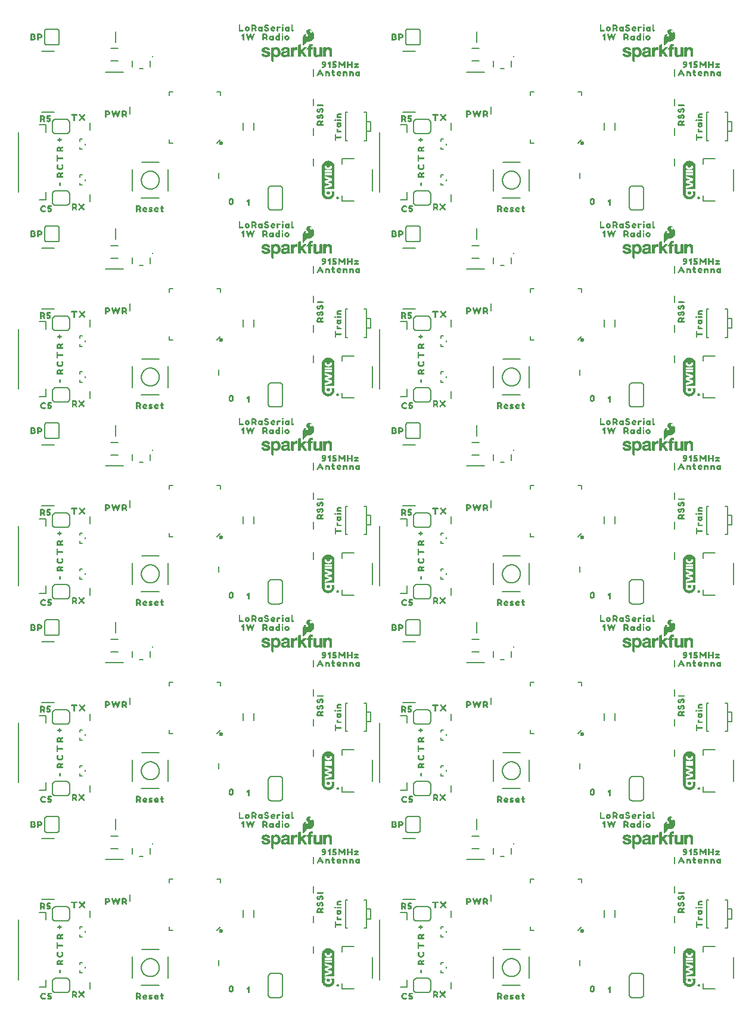
<source format=gto>
G04 EAGLE Gerber RS-274X export*
G75*
%MOMM*%
%FSLAX34Y34*%
%LPD*%
%INSilkscreen Top*%
%IPPOS*%
%AMOC8*
5,1,8,0,0,1.08239X$1,22.5*%
G01*
%ADD10C,0.254000*%
%ADD11C,0.203200*%
%ADD12C,0.152400*%
%ADD13C,0.600000*%

G36*
X443456Y300273D02*
X443456Y300273D01*
X443461Y300271D01*
X445041Y300431D01*
X445045Y300434D01*
X445053Y300433D01*
X446571Y300898D01*
X446573Y300901D01*
X446578Y300901D01*
X447058Y301119D01*
X447059Y301121D01*
X447062Y301121D01*
X447993Y301626D01*
X447994Y301628D01*
X447996Y301628D01*
X448440Y301913D01*
X448442Y301916D01*
X448446Y301918D01*
X449661Y302939D01*
X449662Y302944D01*
X449669Y302947D01*
X450679Y304172D01*
X450680Y304177D01*
X450686Y304182D01*
X451450Y305572D01*
X451450Y305576D01*
X451452Y305578D01*
X451453Y305579D01*
X451454Y305580D01*
X451643Y306072D01*
X451643Y306074D01*
X451645Y306076D01*
X451958Y307087D01*
X451958Y307089D01*
X451960Y307091D01*
X452080Y307604D01*
X452079Y307608D01*
X452081Y307612D01*
X452241Y309192D01*
X452239Y309195D01*
X452241Y309198D01*
X452244Y311972D01*
X452233Y311990D01*
X452230Y312011D01*
X452213Y312020D01*
X452207Y312029D01*
X452198Y312027D01*
X452184Y312034D01*
X451797Y312050D01*
X451796Y312049D01*
X451795Y312050D01*
X447560Y312050D01*
X447559Y312050D01*
X447166Y312040D01*
X447155Y312033D01*
X447142Y312035D01*
X447129Y312015D01*
X447109Y312002D01*
X447112Y311989D01*
X447104Y311978D01*
X447119Y311944D01*
X447121Y311935D01*
X447124Y311934D01*
X447125Y311931D01*
X447611Y311500D01*
X447938Y311097D01*
X448201Y310650D01*
X448386Y310165D01*
X448503Y309658D01*
X448556Y309140D01*
X448535Y308619D01*
X448486Y308098D01*
X448367Y307591D01*
X448215Y307092D01*
X447977Y306629D01*
X447716Y306179D01*
X447368Y305791D01*
X446998Y305426D01*
X446575Y305121D01*
X446125Y304860D01*
X445649Y304644D01*
X445153Y304484D01*
X444644Y304358D01*
X444127Y304285D01*
X443604Y304245D01*
X443080Y304240D01*
X442557Y304280D01*
X442039Y304347D01*
X441531Y304473D01*
X441033Y304630D01*
X440558Y304847D01*
X440109Y305109D01*
X439688Y305416D01*
X439320Y305784D01*
X439275Y305834D01*
X439220Y305897D01*
X439164Y305960D01*
X439108Y306023D01*
X439052Y306085D01*
X438974Y306173D01*
X438721Y306628D01*
X438494Y307096D01*
X438342Y307595D01*
X438237Y308105D01*
X438189Y308626D01*
X438180Y309147D01*
X438240Y309665D01*
X438363Y310170D01*
X438554Y310653D01*
X438818Y311100D01*
X439140Y311504D01*
X439688Y311934D01*
X439693Y311949D01*
X439706Y311957D01*
X439703Y311979D01*
X439710Y311999D01*
X439699Y312009D01*
X439697Y312025D01*
X439670Y312037D01*
X439661Y312045D01*
X439655Y312044D01*
X439650Y312047D01*
X439150Y312050D01*
X438621Y312050D01*
X438279Y312053D01*
X438279Y315288D01*
X438279Y315289D01*
X438279Y315306D01*
X451897Y315306D01*
X451899Y315307D01*
X451901Y315307D01*
X452185Y315323D01*
X452202Y315336D01*
X452223Y315339D01*
X452231Y315357D01*
X452240Y315364D01*
X452238Y315373D01*
X452244Y315386D01*
X452244Y346314D01*
X452242Y346317D01*
X452244Y346320D01*
X452093Y347901D01*
X452091Y347903D01*
X452092Y347906D01*
X451995Y348424D01*
X451992Y348427D01*
X451993Y348431D01*
X451511Y349943D01*
X451507Y349947D01*
X451506Y349954D01*
X450749Y351350D01*
X450744Y351352D01*
X450742Y351359D01*
X449743Y352592D01*
X449740Y352593D01*
X449738Y352598D01*
X449356Y352961D01*
X449354Y352962D01*
X449353Y352964D01*
X448536Y353638D01*
X448534Y353638D01*
X448532Y353641D01*
X448101Y353944D01*
X448098Y353944D01*
X448095Y353948D01*
X446693Y354692D01*
X446688Y354692D01*
X446683Y354697D01*
X445166Y355167D01*
X445161Y355166D01*
X445156Y355170D01*
X444633Y355240D01*
X444632Y355240D01*
X444631Y355240D01*
X443577Y355346D01*
X443575Y355345D01*
X443572Y355347D01*
X443045Y355355D01*
X443043Y355353D01*
X443038Y355355D01*
X441458Y355195D01*
X441454Y355191D01*
X441446Y355192D01*
X439930Y354721D01*
X439927Y354718D01*
X439922Y354718D01*
X439444Y354495D01*
X439443Y354493D01*
X439441Y354493D01*
X438510Y353988D01*
X438509Y353986D01*
X438506Y353985D01*
X438066Y353695D01*
X438065Y353693D01*
X438061Y353691D01*
X437244Y353018D01*
X437244Y353016D01*
X437242Y353016D01*
X436849Y352664D01*
X436848Y352660D01*
X436842Y352657D01*
X435832Y351432D01*
X435831Y351427D01*
X435825Y351422D01*
X435066Y350028D01*
X435066Y350024D01*
X435062Y350020D01*
X434879Y349525D01*
X434879Y349524D01*
X434878Y349522D01*
X434564Y348511D01*
X434564Y348509D01*
X434562Y348506D01*
X434448Y347992D01*
X434450Y347989D01*
X434447Y347985D01*
X434341Y346931D01*
X434288Y346406D01*
X434289Y346403D01*
X434288Y346399D01*
X434288Y309348D01*
X434289Y309346D01*
X434288Y309342D01*
X434436Y307762D01*
X434437Y307760D01*
X434436Y307757D01*
X434527Y307238D01*
X434530Y307235D01*
X434529Y307230D01*
X435005Y305715D01*
X435009Y305712D01*
X435010Y305704D01*
X435767Y304309D01*
X435771Y304307D01*
X435773Y304301D01*
X436093Y303881D01*
X436094Y303881D01*
X436094Y303879D01*
X436768Y303063D01*
X436771Y303062D01*
X436773Y303058D01*
X437150Y302690D01*
X437152Y302689D01*
X437154Y302686D01*
X437970Y302013D01*
X437972Y302012D01*
X437974Y302010D01*
X438401Y301702D01*
X438405Y301701D01*
X438408Y301697D01*
X439807Y300947D01*
X439812Y300948D01*
X439818Y300943D01*
X441334Y300472D01*
X441339Y300473D01*
X441344Y300470D01*
X441866Y300393D01*
X441867Y300394D01*
X441869Y300393D01*
X442922Y300286D01*
X442924Y300287D01*
X442926Y300286D01*
X443453Y300271D01*
X443456Y300273D01*
G37*
G36*
X956536Y20797D02*
X956536Y20797D01*
X956541Y20795D01*
X958121Y20954D01*
X958125Y20958D01*
X958133Y20957D01*
X959651Y21422D01*
X959653Y21425D01*
X959658Y21425D01*
X960138Y21643D01*
X960139Y21645D01*
X960142Y21645D01*
X961073Y22150D01*
X961074Y22152D01*
X961076Y22152D01*
X961520Y22437D01*
X961522Y22440D01*
X961526Y22441D01*
X962741Y23463D01*
X962742Y23468D01*
X962749Y23471D01*
X963759Y24696D01*
X963760Y24701D01*
X963766Y24705D01*
X964530Y26096D01*
X964530Y26100D01*
X964532Y26102D01*
X964533Y26103D01*
X964534Y26104D01*
X964723Y26596D01*
X964723Y26598D01*
X964725Y26600D01*
X965038Y27611D01*
X965038Y27613D01*
X965040Y27615D01*
X965160Y28128D01*
X965159Y28131D01*
X965161Y28136D01*
X965321Y29716D01*
X965319Y29718D01*
X965321Y29722D01*
X965324Y32495D01*
X965313Y32514D01*
X965310Y32535D01*
X965293Y32543D01*
X965287Y32553D01*
X965278Y32551D01*
X965264Y32558D01*
X964877Y32574D01*
X964876Y32573D01*
X964875Y32574D01*
X960640Y32574D01*
X960640Y32573D01*
X960639Y32574D01*
X960246Y32564D01*
X960235Y32557D01*
X960222Y32559D01*
X960209Y32539D01*
X960189Y32526D01*
X960192Y32513D01*
X960184Y32502D01*
X960199Y32468D01*
X960201Y32459D01*
X960204Y32458D01*
X960205Y32454D01*
X960691Y32023D01*
X961018Y31621D01*
X961281Y31174D01*
X961466Y30688D01*
X961583Y30182D01*
X961636Y29664D01*
X961615Y29143D01*
X961566Y28622D01*
X961447Y28115D01*
X961295Y27616D01*
X961057Y27153D01*
X960796Y26702D01*
X960448Y26314D01*
X960078Y25950D01*
X959655Y25645D01*
X959205Y25383D01*
X958729Y25168D01*
X958233Y25007D01*
X957724Y24882D01*
X957207Y24808D01*
X956684Y24768D01*
X956160Y24764D01*
X955637Y24804D01*
X955119Y24870D01*
X954611Y24997D01*
X954113Y25154D01*
X953638Y25371D01*
X953189Y25633D01*
X952768Y25940D01*
X952400Y26308D01*
X952355Y26358D01*
X952300Y26421D01*
X952244Y26484D01*
X952188Y26546D01*
X952188Y26547D01*
X952132Y26609D01*
X952054Y26697D01*
X951801Y27152D01*
X951574Y27620D01*
X951422Y28119D01*
X951317Y28629D01*
X951269Y29150D01*
X951260Y29671D01*
X951320Y30188D01*
X951443Y30694D01*
X951634Y31177D01*
X951898Y31624D01*
X952220Y32028D01*
X952768Y32458D01*
X952773Y32473D01*
X952786Y32481D01*
X952783Y32502D01*
X952790Y32523D01*
X952779Y32533D01*
X952777Y32549D01*
X952750Y32561D01*
X952741Y32569D01*
X952735Y32568D01*
X952730Y32570D01*
X952230Y32574D01*
X951701Y32574D01*
X951359Y32577D01*
X951359Y35812D01*
X951359Y35813D01*
X951359Y35830D01*
X964977Y35830D01*
X964979Y35831D01*
X964981Y35830D01*
X965265Y35847D01*
X965282Y35860D01*
X965303Y35863D01*
X965311Y35881D01*
X965320Y35887D01*
X965318Y35896D01*
X965324Y35910D01*
X965324Y66838D01*
X965322Y66841D01*
X965324Y66844D01*
X965173Y68424D01*
X965171Y68427D01*
X965172Y68430D01*
X965075Y68948D01*
X965072Y68950D01*
X965073Y68955D01*
X964591Y70467D01*
X964587Y70470D01*
X964586Y70478D01*
X963829Y71873D01*
X963824Y71876D01*
X963822Y71883D01*
X962823Y73116D01*
X962820Y73117D01*
X962818Y73122D01*
X962436Y73485D01*
X962434Y73485D01*
X962433Y73488D01*
X961616Y74162D01*
X961614Y74162D01*
X961612Y74165D01*
X961181Y74468D01*
X961178Y74468D01*
X961175Y74472D01*
X959773Y75216D01*
X959768Y75215D01*
X959763Y75220D01*
X958246Y75691D01*
X958241Y75690D01*
X958236Y75693D01*
X957713Y75764D01*
X957712Y75763D01*
X957711Y75764D01*
X956657Y75870D01*
X956655Y75869D01*
X956652Y75871D01*
X956125Y75879D01*
X956123Y75877D01*
X956118Y75879D01*
X954538Y75719D01*
X954534Y75715D01*
X954526Y75716D01*
X953010Y75245D01*
X953007Y75242D01*
X953002Y75242D01*
X952524Y75018D01*
X952523Y75017D01*
X952521Y75017D01*
X951590Y74512D01*
X951589Y74510D01*
X951586Y74509D01*
X951146Y74219D01*
X951145Y74216D01*
X951141Y74215D01*
X950324Y73541D01*
X950324Y73540D01*
X950322Y73540D01*
X949929Y73188D01*
X949928Y73184D01*
X949922Y73181D01*
X948912Y71956D01*
X948911Y71951D01*
X948905Y71946D01*
X948146Y70552D01*
X948146Y70548D01*
X948142Y70544D01*
X947959Y70049D01*
X947959Y70048D01*
X947958Y70046D01*
X947644Y69035D01*
X947644Y69033D01*
X947642Y69030D01*
X947528Y68516D01*
X947530Y68513D01*
X947527Y68509D01*
X947421Y67455D01*
X947368Y66929D01*
X947369Y66927D01*
X947368Y66923D01*
X947368Y29872D01*
X947369Y29870D01*
X947368Y29866D01*
X947516Y28285D01*
X947517Y28284D01*
X947516Y28280D01*
X947607Y27762D01*
X947610Y27759D01*
X947609Y27754D01*
X948085Y26239D01*
X948089Y26236D01*
X948090Y26228D01*
X948847Y24833D01*
X948851Y24830D01*
X948853Y24824D01*
X949173Y24405D01*
X949174Y24404D01*
X949174Y24403D01*
X949848Y23586D01*
X949851Y23585D01*
X949853Y23581D01*
X950230Y23214D01*
X950232Y23213D01*
X950234Y23210D01*
X951050Y22536D01*
X951052Y22536D01*
X951054Y22534D01*
X951481Y22225D01*
X951485Y22225D01*
X951488Y22221D01*
X952887Y21471D01*
X952892Y21472D01*
X952898Y21467D01*
X954414Y20996D01*
X954419Y20997D01*
X954424Y20994D01*
X954946Y20917D01*
X954947Y20917D01*
X954949Y20916D01*
X956002Y20810D01*
X956004Y20811D01*
X956006Y20810D01*
X956533Y20795D01*
X956536Y20797D01*
G37*
G36*
X956536Y300273D02*
X956536Y300273D01*
X956541Y300271D01*
X958121Y300431D01*
X958125Y300434D01*
X958133Y300433D01*
X959651Y300898D01*
X959653Y300901D01*
X959658Y300901D01*
X960138Y301119D01*
X960139Y301121D01*
X960142Y301121D01*
X961073Y301626D01*
X961074Y301628D01*
X961076Y301628D01*
X961520Y301913D01*
X961522Y301916D01*
X961526Y301918D01*
X962741Y302939D01*
X962742Y302944D01*
X962749Y302947D01*
X963759Y304172D01*
X963760Y304177D01*
X963766Y304182D01*
X964530Y305572D01*
X964530Y305576D01*
X964532Y305578D01*
X964533Y305579D01*
X964534Y305580D01*
X964723Y306072D01*
X964723Y306074D01*
X964725Y306076D01*
X965038Y307087D01*
X965038Y307089D01*
X965040Y307091D01*
X965160Y307604D01*
X965159Y307608D01*
X965161Y307612D01*
X965321Y309192D01*
X965319Y309195D01*
X965321Y309198D01*
X965324Y311972D01*
X965313Y311990D01*
X965310Y312011D01*
X965293Y312020D01*
X965287Y312029D01*
X965278Y312027D01*
X965264Y312034D01*
X964877Y312050D01*
X964876Y312049D01*
X964875Y312050D01*
X960640Y312050D01*
X960639Y312050D01*
X960246Y312040D01*
X960235Y312033D01*
X960222Y312035D01*
X960209Y312015D01*
X960189Y312002D01*
X960192Y311989D01*
X960184Y311978D01*
X960199Y311944D01*
X960201Y311935D01*
X960204Y311934D01*
X960205Y311931D01*
X960691Y311500D01*
X961018Y311097D01*
X961281Y310650D01*
X961466Y310165D01*
X961583Y309658D01*
X961636Y309140D01*
X961615Y308619D01*
X961566Y308098D01*
X961447Y307591D01*
X961295Y307092D01*
X961057Y306629D01*
X960796Y306179D01*
X960448Y305791D01*
X960078Y305426D01*
X959655Y305121D01*
X959205Y304860D01*
X958729Y304644D01*
X958233Y304484D01*
X957724Y304358D01*
X957207Y304285D01*
X956684Y304245D01*
X956160Y304240D01*
X955637Y304280D01*
X955119Y304347D01*
X954611Y304473D01*
X954113Y304630D01*
X953638Y304847D01*
X953189Y305109D01*
X952768Y305416D01*
X952400Y305784D01*
X952355Y305834D01*
X952300Y305897D01*
X952244Y305960D01*
X952188Y306023D01*
X952132Y306085D01*
X952054Y306173D01*
X951801Y306628D01*
X951574Y307096D01*
X951422Y307595D01*
X951317Y308105D01*
X951269Y308626D01*
X951260Y309147D01*
X951320Y309665D01*
X951443Y310170D01*
X951634Y310653D01*
X951898Y311100D01*
X952220Y311504D01*
X952768Y311934D01*
X952773Y311949D01*
X952786Y311957D01*
X952783Y311979D01*
X952790Y311999D01*
X952779Y312009D01*
X952777Y312025D01*
X952750Y312037D01*
X952741Y312045D01*
X952735Y312044D01*
X952730Y312047D01*
X952230Y312050D01*
X951701Y312050D01*
X951359Y312053D01*
X951359Y315288D01*
X951359Y315289D01*
X951359Y315306D01*
X964977Y315306D01*
X964979Y315307D01*
X964981Y315307D01*
X965265Y315323D01*
X965282Y315336D01*
X965303Y315339D01*
X965311Y315357D01*
X965320Y315364D01*
X965318Y315373D01*
X965324Y315386D01*
X965324Y346314D01*
X965322Y346317D01*
X965324Y346320D01*
X965173Y347901D01*
X965171Y347903D01*
X965172Y347906D01*
X965075Y348424D01*
X965072Y348427D01*
X965073Y348431D01*
X964591Y349943D01*
X964587Y349947D01*
X964586Y349954D01*
X963829Y351350D01*
X963824Y351352D01*
X963822Y351359D01*
X962823Y352592D01*
X962820Y352593D01*
X962818Y352598D01*
X962436Y352961D01*
X962434Y352962D01*
X962433Y352964D01*
X961616Y353638D01*
X961614Y353638D01*
X961612Y353641D01*
X961181Y353944D01*
X961178Y353944D01*
X961175Y353948D01*
X959773Y354692D01*
X959768Y354692D01*
X959763Y354697D01*
X958246Y355167D01*
X958241Y355166D01*
X958236Y355170D01*
X957713Y355240D01*
X957712Y355240D01*
X957711Y355240D01*
X956657Y355346D01*
X956655Y355345D01*
X956652Y355347D01*
X956125Y355355D01*
X956123Y355353D01*
X956118Y355355D01*
X954538Y355195D01*
X954534Y355191D01*
X954526Y355192D01*
X953010Y354721D01*
X953007Y354718D01*
X953002Y354718D01*
X952524Y354495D01*
X952523Y354493D01*
X952521Y354493D01*
X951590Y353988D01*
X951589Y353986D01*
X951586Y353985D01*
X951146Y353695D01*
X951145Y353693D01*
X951141Y353691D01*
X950324Y353018D01*
X950324Y353016D01*
X950322Y353016D01*
X949929Y352664D01*
X949928Y352660D01*
X949922Y352657D01*
X948912Y351432D01*
X948911Y351427D01*
X948905Y351422D01*
X948146Y350028D01*
X948146Y350024D01*
X948142Y350020D01*
X947959Y349525D01*
X947959Y349524D01*
X947958Y349522D01*
X947644Y348511D01*
X947644Y348509D01*
X947642Y348506D01*
X947528Y347992D01*
X947530Y347989D01*
X947527Y347985D01*
X947421Y346931D01*
X947368Y346406D01*
X947369Y346403D01*
X947368Y346399D01*
X947368Y309348D01*
X947369Y309346D01*
X947368Y309342D01*
X947516Y307762D01*
X947517Y307760D01*
X947516Y307757D01*
X947607Y307238D01*
X947610Y307235D01*
X947609Y307230D01*
X948085Y305715D01*
X948089Y305712D01*
X948090Y305704D01*
X948847Y304309D01*
X948851Y304307D01*
X948853Y304301D01*
X949173Y303881D01*
X949174Y303881D01*
X949174Y303879D01*
X949848Y303063D01*
X949851Y303062D01*
X949853Y303058D01*
X950230Y302690D01*
X950232Y302689D01*
X950234Y302686D01*
X951050Y302013D01*
X951052Y302012D01*
X951054Y302010D01*
X951481Y301702D01*
X951485Y301701D01*
X951488Y301697D01*
X952887Y300947D01*
X952892Y300948D01*
X952898Y300943D01*
X954414Y300472D01*
X954419Y300473D01*
X954424Y300470D01*
X954946Y300393D01*
X954947Y300394D01*
X954949Y300393D01*
X956002Y300286D01*
X956004Y300287D01*
X956006Y300286D01*
X956533Y300271D01*
X956536Y300273D01*
G37*
G36*
X956536Y1138727D02*
X956536Y1138727D01*
X956541Y1138725D01*
X958121Y1138885D01*
X958125Y1138888D01*
X958133Y1138887D01*
X959651Y1139352D01*
X959653Y1139355D01*
X959658Y1139355D01*
X960138Y1139573D01*
X960139Y1139575D01*
X960142Y1139575D01*
X961073Y1140080D01*
X961074Y1140082D01*
X961076Y1140082D01*
X961520Y1140367D01*
X961522Y1140370D01*
X961526Y1140372D01*
X962741Y1141393D01*
X962742Y1141398D01*
X962749Y1141401D01*
X963759Y1142626D01*
X963760Y1142631D01*
X963766Y1142636D01*
X964530Y1144026D01*
X964530Y1144030D01*
X964532Y1144032D01*
X964533Y1144033D01*
X964534Y1144034D01*
X964723Y1144526D01*
X964723Y1144528D01*
X964725Y1144530D01*
X965038Y1145541D01*
X965038Y1145543D01*
X965040Y1145545D01*
X965160Y1146058D01*
X965159Y1146062D01*
X965161Y1146066D01*
X965321Y1147646D01*
X965319Y1147649D01*
X965321Y1147652D01*
X965324Y1150426D01*
X965313Y1150444D01*
X965310Y1150465D01*
X965293Y1150474D01*
X965287Y1150483D01*
X965278Y1150481D01*
X965264Y1150488D01*
X964877Y1150504D01*
X964876Y1150503D01*
X964875Y1150504D01*
X960640Y1150504D01*
X960639Y1150504D01*
X960246Y1150494D01*
X960235Y1150487D01*
X960222Y1150489D01*
X960209Y1150469D01*
X960189Y1150456D01*
X960192Y1150443D01*
X960184Y1150432D01*
X960199Y1150398D01*
X960201Y1150389D01*
X960204Y1150388D01*
X960205Y1150385D01*
X960691Y1149954D01*
X961018Y1149551D01*
X961281Y1149104D01*
X961466Y1148619D01*
X961583Y1148112D01*
X961636Y1147594D01*
X961615Y1147073D01*
X961566Y1146552D01*
X961447Y1146045D01*
X961295Y1145546D01*
X961057Y1145083D01*
X960796Y1144633D01*
X960448Y1144245D01*
X960078Y1143880D01*
X959655Y1143575D01*
X959205Y1143314D01*
X958729Y1143098D01*
X958233Y1142938D01*
X957724Y1142812D01*
X957207Y1142739D01*
X956684Y1142699D01*
X956160Y1142694D01*
X955637Y1142734D01*
X955119Y1142801D01*
X954611Y1142927D01*
X954113Y1143084D01*
X953638Y1143301D01*
X953189Y1143563D01*
X952768Y1143870D01*
X952400Y1144238D01*
X952355Y1144288D01*
X952300Y1144351D01*
X952244Y1144414D01*
X952188Y1144477D01*
X952132Y1144539D01*
X952054Y1144627D01*
X951801Y1145082D01*
X951574Y1145550D01*
X951422Y1146049D01*
X951317Y1146559D01*
X951269Y1147080D01*
X951260Y1147601D01*
X951320Y1148119D01*
X951443Y1148624D01*
X951634Y1149107D01*
X951898Y1149554D01*
X952220Y1149958D01*
X952768Y1150388D01*
X952773Y1150403D01*
X952786Y1150411D01*
X952783Y1150433D01*
X952790Y1150453D01*
X952779Y1150463D01*
X952777Y1150479D01*
X952750Y1150491D01*
X952741Y1150499D01*
X952735Y1150498D01*
X952730Y1150501D01*
X952230Y1150504D01*
X951701Y1150504D01*
X951359Y1150507D01*
X951359Y1153742D01*
X951359Y1153743D01*
X951359Y1153760D01*
X964977Y1153760D01*
X964979Y1153761D01*
X964981Y1153761D01*
X965265Y1153777D01*
X965282Y1153790D01*
X965303Y1153793D01*
X965311Y1153811D01*
X965320Y1153818D01*
X965318Y1153827D01*
X965324Y1153840D01*
X965324Y1184768D01*
X965322Y1184771D01*
X965324Y1184774D01*
X965173Y1186355D01*
X965171Y1186357D01*
X965172Y1186360D01*
X965075Y1186878D01*
X965072Y1186881D01*
X965073Y1186885D01*
X964591Y1188397D01*
X964587Y1188401D01*
X964586Y1188408D01*
X963829Y1189804D01*
X963824Y1189806D01*
X963822Y1189813D01*
X962823Y1191046D01*
X962820Y1191047D01*
X962818Y1191052D01*
X962436Y1191415D01*
X962434Y1191416D01*
X962433Y1191418D01*
X961616Y1192092D01*
X961614Y1192092D01*
X961612Y1192095D01*
X961181Y1192398D01*
X961178Y1192398D01*
X961175Y1192402D01*
X959773Y1193146D01*
X959768Y1193146D01*
X959763Y1193151D01*
X958246Y1193621D01*
X958241Y1193620D01*
X958236Y1193624D01*
X957713Y1193694D01*
X957712Y1193694D01*
X957711Y1193694D01*
X956657Y1193800D01*
X956655Y1193799D01*
X956652Y1193801D01*
X956125Y1193809D01*
X956123Y1193807D01*
X956118Y1193809D01*
X954538Y1193649D01*
X954534Y1193645D01*
X954526Y1193646D01*
X953010Y1193175D01*
X953007Y1193172D01*
X953002Y1193172D01*
X952524Y1192949D01*
X952523Y1192947D01*
X952521Y1192947D01*
X951590Y1192442D01*
X951589Y1192440D01*
X951586Y1192439D01*
X951146Y1192149D01*
X951145Y1192147D01*
X951141Y1192145D01*
X950324Y1191472D01*
X950324Y1191470D01*
X950322Y1191470D01*
X949929Y1191118D01*
X949928Y1191114D01*
X949922Y1191111D01*
X948912Y1189886D01*
X948911Y1189881D01*
X948905Y1189876D01*
X948146Y1188482D01*
X948146Y1188478D01*
X948142Y1188474D01*
X947959Y1187979D01*
X947959Y1187978D01*
X947958Y1187976D01*
X947644Y1186965D01*
X947644Y1186963D01*
X947642Y1186960D01*
X947528Y1186446D01*
X947530Y1186443D01*
X947527Y1186439D01*
X947421Y1185385D01*
X947368Y1184860D01*
X947369Y1184857D01*
X947368Y1184853D01*
X947368Y1147802D01*
X947369Y1147800D01*
X947368Y1147796D01*
X947516Y1146216D01*
X947517Y1146214D01*
X947516Y1146211D01*
X947607Y1145692D01*
X947610Y1145689D01*
X947609Y1145684D01*
X948085Y1144169D01*
X948089Y1144166D01*
X948090Y1144158D01*
X948847Y1142763D01*
X948851Y1142761D01*
X948853Y1142755D01*
X949173Y1142335D01*
X949174Y1142335D01*
X949174Y1142333D01*
X949848Y1141517D01*
X949851Y1141516D01*
X949853Y1141512D01*
X950230Y1141144D01*
X950232Y1141143D01*
X950234Y1141140D01*
X951050Y1140467D01*
X951052Y1140466D01*
X951054Y1140464D01*
X951481Y1140156D01*
X951485Y1140155D01*
X951488Y1140151D01*
X952887Y1139401D01*
X952892Y1139402D01*
X952898Y1139397D01*
X954414Y1138926D01*
X954419Y1138927D01*
X954424Y1138924D01*
X954946Y1138847D01*
X954947Y1138848D01*
X954949Y1138847D01*
X956002Y1138740D01*
X956004Y1138741D01*
X956006Y1138740D01*
X956533Y1138725D01*
X956536Y1138727D01*
G37*
G36*
X443456Y20797D02*
X443456Y20797D01*
X443461Y20795D01*
X445041Y20954D01*
X445045Y20958D01*
X445053Y20957D01*
X446571Y21422D01*
X446573Y21425D01*
X446578Y21425D01*
X447058Y21643D01*
X447059Y21645D01*
X447062Y21645D01*
X447993Y22150D01*
X447994Y22152D01*
X447996Y22152D01*
X448440Y22437D01*
X448442Y22440D01*
X448446Y22441D01*
X449661Y23463D01*
X449662Y23468D01*
X449669Y23471D01*
X450679Y24696D01*
X450680Y24701D01*
X450686Y24705D01*
X451450Y26096D01*
X451450Y26100D01*
X451452Y26102D01*
X451453Y26103D01*
X451454Y26104D01*
X451643Y26596D01*
X451643Y26598D01*
X451645Y26600D01*
X451958Y27611D01*
X451958Y27613D01*
X451960Y27615D01*
X452080Y28128D01*
X452079Y28131D01*
X452081Y28136D01*
X452241Y29716D01*
X452239Y29718D01*
X452241Y29722D01*
X452244Y32495D01*
X452233Y32514D01*
X452230Y32535D01*
X452213Y32543D01*
X452207Y32553D01*
X452198Y32551D01*
X452184Y32558D01*
X451797Y32574D01*
X451796Y32573D01*
X451795Y32574D01*
X447560Y32574D01*
X447560Y32573D01*
X447559Y32574D01*
X447166Y32564D01*
X447155Y32557D01*
X447142Y32559D01*
X447129Y32539D01*
X447109Y32526D01*
X447112Y32513D01*
X447104Y32502D01*
X447119Y32468D01*
X447121Y32459D01*
X447124Y32458D01*
X447125Y32454D01*
X447611Y32023D01*
X447938Y31621D01*
X448201Y31174D01*
X448386Y30688D01*
X448503Y30182D01*
X448556Y29664D01*
X448535Y29143D01*
X448486Y28622D01*
X448367Y28115D01*
X448215Y27616D01*
X447977Y27153D01*
X447716Y26702D01*
X447368Y26314D01*
X446998Y25950D01*
X446575Y25645D01*
X446125Y25383D01*
X445649Y25168D01*
X445153Y25007D01*
X444644Y24882D01*
X444127Y24808D01*
X443604Y24768D01*
X443080Y24764D01*
X442557Y24804D01*
X442039Y24870D01*
X441531Y24997D01*
X441033Y25154D01*
X440558Y25371D01*
X440109Y25633D01*
X439688Y25940D01*
X439320Y26308D01*
X439275Y26358D01*
X439220Y26421D01*
X439164Y26484D01*
X439108Y26546D01*
X439108Y26547D01*
X439052Y26609D01*
X438974Y26697D01*
X438721Y27152D01*
X438494Y27620D01*
X438342Y28119D01*
X438237Y28629D01*
X438189Y29150D01*
X438180Y29671D01*
X438240Y30188D01*
X438363Y30694D01*
X438554Y31177D01*
X438818Y31624D01*
X439140Y32028D01*
X439688Y32458D01*
X439693Y32473D01*
X439706Y32481D01*
X439703Y32502D01*
X439710Y32523D01*
X439699Y32533D01*
X439697Y32549D01*
X439670Y32561D01*
X439661Y32569D01*
X439655Y32568D01*
X439650Y32570D01*
X439150Y32574D01*
X438621Y32574D01*
X438279Y32577D01*
X438279Y35812D01*
X438279Y35813D01*
X438279Y35830D01*
X451897Y35830D01*
X451899Y35831D01*
X451901Y35830D01*
X452185Y35847D01*
X452202Y35860D01*
X452223Y35863D01*
X452231Y35881D01*
X452240Y35887D01*
X452238Y35896D01*
X452244Y35910D01*
X452244Y66838D01*
X452242Y66841D01*
X452244Y66844D01*
X452093Y68424D01*
X452091Y68427D01*
X452092Y68430D01*
X451995Y68948D01*
X451992Y68950D01*
X451993Y68955D01*
X451511Y70467D01*
X451507Y70470D01*
X451506Y70478D01*
X450749Y71873D01*
X450744Y71876D01*
X450742Y71883D01*
X449743Y73116D01*
X449740Y73117D01*
X449738Y73122D01*
X449356Y73485D01*
X449354Y73485D01*
X449353Y73488D01*
X448536Y74162D01*
X448534Y74162D01*
X448532Y74165D01*
X448101Y74468D01*
X448098Y74468D01*
X448095Y74472D01*
X446693Y75216D01*
X446688Y75215D01*
X446683Y75220D01*
X445166Y75691D01*
X445161Y75690D01*
X445156Y75693D01*
X444633Y75764D01*
X444632Y75763D01*
X444631Y75764D01*
X443577Y75870D01*
X443575Y75869D01*
X443572Y75871D01*
X443045Y75879D01*
X443043Y75877D01*
X443038Y75879D01*
X441458Y75719D01*
X441454Y75715D01*
X441446Y75716D01*
X439930Y75245D01*
X439927Y75242D01*
X439922Y75242D01*
X439444Y75018D01*
X439443Y75017D01*
X439441Y75017D01*
X438510Y74512D01*
X438509Y74510D01*
X438506Y74509D01*
X438066Y74219D01*
X438065Y74216D01*
X438061Y74215D01*
X437244Y73541D01*
X437244Y73540D01*
X437242Y73540D01*
X436849Y73188D01*
X436848Y73184D01*
X436842Y73181D01*
X435832Y71956D01*
X435831Y71951D01*
X435825Y71946D01*
X435066Y70552D01*
X435066Y70548D01*
X435062Y70544D01*
X434879Y70049D01*
X434879Y70048D01*
X434878Y70046D01*
X434564Y69035D01*
X434564Y69033D01*
X434562Y69030D01*
X434448Y68516D01*
X434450Y68513D01*
X434447Y68509D01*
X434341Y67455D01*
X434288Y66929D01*
X434289Y66927D01*
X434288Y66923D01*
X434288Y29872D01*
X434289Y29870D01*
X434288Y29866D01*
X434436Y28285D01*
X434437Y28284D01*
X434436Y28280D01*
X434527Y27762D01*
X434530Y27759D01*
X434529Y27754D01*
X435005Y26239D01*
X435009Y26236D01*
X435010Y26228D01*
X435767Y24833D01*
X435771Y24830D01*
X435773Y24824D01*
X436093Y24405D01*
X436094Y24404D01*
X436094Y24403D01*
X436768Y23586D01*
X436771Y23585D01*
X436773Y23581D01*
X437150Y23214D01*
X437152Y23213D01*
X437154Y23210D01*
X437970Y22536D01*
X437972Y22536D01*
X437974Y22534D01*
X438401Y22225D01*
X438405Y22225D01*
X438408Y22221D01*
X439807Y21471D01*
X439812Y21472D01*
X439818Y21467D01*
X441334Y20996D01*
X441339Y20997D01*
X441344Y20994D01*
X441866Y20917D01*
X441867Y20917D01*
X441869Y20916D01*
X442922Y20810D01*
X442924Y20811D01*
X442926Y20810D01*
X443453Y20795D01*
X443456Y20797D01*
G37*
G36*
X956536Y579749D02*
X956536Y579749D01*
X956541Y579748D01*
X958121Y579907D01*
X958125Y579910D01*
X958133Y579909D01*
X959651Y580375D01*
X959653Y580377D01*
X959658Y580377D01*
X960138Y580595D01*
X960139Y580597D01*
X960142Y580597D01*
X961073Y581102D01*
X961074Y581104D01*
X961076Y581104D01*
X961520Y581389D01*
X961522Y581392D01*
X961526Y581394D01*
X962741Y582415D01*
X962742Y582420D01*
X962749Y582423D01*
X963759Y583648D01*
X963760Y583653D01*
X963766Y583658D01*
X964530Y585049D01*
X964530Y585053D01*
X964532Y585054D01*
X964533Y585055D01*
X964533Y585056D01*
X964534Y585056D01*
X964723Y585548D01*
X964723Y585550D01*
X964725Y585552D01*
X965038Y586563D01*
X965038Y586565D01*
X965040Y586567D01*
X965160Y587080D01*
X965159Y587084D01*
X965161Y587088D01*
X965321Y588668D01*
X965319Y588671D01*
X965321Y588674D01*
X965324Y591448D01*
X965313Y591466D01*
X965310Y591487D01*
X965293Y591496D01*
X965287Y591505D01*
X965278Y591504D01*
X965264Y591511D01*
X964877Y591526D01*
X964876Y591526D01*
X964875Y591526D01*
X960640Y591526D01*
X960639Y591526D01*
X960246Y591516D01*
X960235Y591509D01*
X960222Y591511D01*
X960209Y591491D01*
X960189Y591478D01*
X960192Y591465D01*
X960184Y591454D01*
X960199Y591421D01*
X960201Y591411D01*
X960204Y591410D01*
X960205Y591407D01*
X960691Y590976D01*
X961018Y590573D01*
X961281Y590126D01*
X961466Y589641D01*
X961583Y589134D01*
X961636Y588616D01*
X961615Y588095D01*
X961566Y587574D01*
X961447Y587067D01*
X961295Y586568D01*
X961057Y586105D01*
X960796Y585655D01*
X960448Y585267D01*
X960078Y584903D01*
X959655Y584597D01*
X959205Y584336D01*
X958729Y584120D01*
X958233Y583960D01*
X957724Y583834D01*
X957207Y583761D01*
X956684Y583721D01*
X956160Y583716D01*
X955637Y583756D01*
X955119Y583823D01*
X954611Y583949D01*
X954113Y584106D01*
X953638Y584323D01*
X953189Y584585D01*
X952768Y584892D01*
X952400Y585260D01*
X952355Y585311D01*
X952300Y585373D01*
X952244Y585436D01*
X952188Y585499D01*
X952132Y585562D01*
X952054Y585650D01*
X951801Y586104D01*
X951574Y586572D01*
X951422Y587072D01*
X951317Y587581D01*
X951269Y588102D01*
X951260Y588624D01*
X951320Y589141D01*
X951443Y589646D01*
X951634Y590129D01*
X951898Y590577D01*
X952220Y590980D01*
X952768Y591411D01*
X952773Y591425D01*
X952786Y591434D01*
X952783Y591455D01*
X952790Y591475D01*
X952779Y591486D01*
X952777Y591501D01*
X952750Y591514D01*
X952741Y591522D01*
X952735Y591520D01*
X952730Y591523D01*
X952230Y591526D01*
X951701Y591526D01*
X951359Y591529D01*
X951359Y594764D01*
X951359Y594765D01*
X951359Y594766D01*
X951359Y594783D01*
X964977Y594783D01*
X964979Y594784D01*
X964981Y594783D01*
X965265Y594800D01*
X965282Y594812D01*
X965303Y594815D01*
X965311Y594833D01*
X965320Y594840D01*
X965318Y594849D01*
X965324Y594862D01*
X965324Y625791D01*
X965322Y625793D01*
X965324Y625797D01*
X965173Y627377D01*
X965171Y627379D01*
X965172Y627383D01*
X965075Y627900D01*
X965072Y627903D01*
X965073Y627908D01*
X964591Y629419D01*
X964587Y629423D01*
X964586Y629430D01*
X963829Y630826D01*
X963824Y630828D01*
X963822Y630835D01*
X962823Y632068D01*
X962820Y632069D01*
X962818Y632074D01*
X962436Y632437D01*
X962434Y632438D01*
X962433Y632440D01*
X961616Y633114D01*
X961614Y633114D01*
X961612Y633117D01*
X961181Y633420D01*
X961178Y633420D01*
X961175Y633424D01*
X959773Y634168D01*
X959768Y634168D01*
X959763Y634173D01*
X958246Y634643D01*
X958241Y634642D01*
X958236Y634646D01*
X957713Y634716D01*
X957712Y634716D01*
X957711Y634717D01*
X956657Y634823D01*
X956655Y634822D01*
X956652Y634823D01*
X956125Y634831D01*
X956123Y634830D01*
X956118Y634831D01*
X954538Y634671D01*
X954534Y634667D01*
X954526Y634668D01*
X953010Y634198D01*
X953007Y634195D01*
X953002Y634195D01*
X952524Y633971D01*
X952523Y633969D01*
X952521Y633969D01*
X951590Y633464D01*
X951589Y633462D01*
X951586Y633461D01*
X951146Y633172D01*
X951145Y633169D01*
X951141Y633168D01*
X950324Y632494D01*
X950324Y632493D01*
X950322Y632492D01*
X949929Y632140D01*
X949928Y632136D01*
X949922Y632133D01*
X948912Y630909D01*
X948911Y630903D01*
X948905Y630899D01*
X948146Y629504D01*
X948146Y629500D01*
X948142Y629496D01*
X947959Y629002D01*
X947959Y629000D01*
X947958Y628998D01*
X947644Y627987D01*
X947644Y627985D01*
X947642Y627982D01*
X947528Y627468D01*
X947530Y627465D01*
X947527Y627461D01*
X947421Y626408D01*
X947368Y625882D01*
X947369Y625879D01*
X947368Y625876D01*
X947368Y588824D01*
X947369Y588822D01*
X947368Y588818D01*
X947516Y587238D01*
X947517Y587236D01*
X947516Y587233D01*
X947607Y586714D01*
X947610Y586711D01*
X947609Y586706D01*
X948085Y585192D01*
X948089Y585188D01*
X948090Y585181D01*
X948847Y583785D01*
X948851Y583783D01*
X948853Y583777D01*
X949173Y583357D01*
X949174Y583357D01*
X949174Y583355D01*
X949848Y582539D01*
X949851Y582538D01*
X949853Y582534D01*
X950230Y582166D01*
X950232Y582166D01*
X950234Y582163D01*
X951050Y581489D01*
X951052Y581489D01*
X951054Y581486D01*
X951481Y581178D01*
X951485Y581178D01*
X951488Y581173D01*
X952887Y580424D01*
X952892Y580424D01*
X952898Y580419D01*
X954414Y579948D01*
X954419Y579949D01*
X954424Y579946D01*
X954946Y579869D01*
X954947Y579870D01*
X954949Y579869D01*
X956002Y579763D01*
X956004Y579764D01*
X956006Y579762D01*
X956533Y579747D01*
X956536Y579749D01*
G37*
G36*
X443456Y859225D02*
X443456Y859225D01*
X443461Y859224D01*
X445041Y859383D01*
X445045Y859387D01*
X445053Y859386D01*
X446571Y859851D01*
X446573Y859854D01*
X446578Y859854D01*
X447058Y860071D01*
X447059Y860073D01*
X447062Y860073D01*
X447993Y860578D01*
X447994Y860580D01*
X447996Y860581D01*
X448440Y860865D01*
X448442Y860869D01*
X448446Y860870D01*
X449661Y861891D01*
X449662Y861896D01*
X449669Y861899D01*
X450679Y863124D01*
X450680Y863129D01*
X450686Y863134D01*
X451450Y864525D01*
X451450Y864529D01*
X451452Y864530D01*
X451453Y864531D01*
X451453Y864532D01*
X451454Y864532D01*
X451643Y865024D01*
X451643Y865026D01*
X451645Y865028D01*
X451958Y866039D01*
X451958Y866041D01*
X451960Y866044D01*
X452080Y866556D01*
X452079Y866560D01*
X452081Y866565D01*
X452241Y868144D01*
X452239Y868147D01*
X452241Y868151D01*
X452244Y870924D01*
X452233Y870942D01*
X452230Y870963D01*
X452213Y870972D01*
X452207Y870981D01*
X452198Y870980D01*
X452184Y870987D01*
X451797Y871002D01*
X451796Y871002D01*
X451795Y871002D01*
X447560Y871002D01*
X447559Y871002D01*
X447166Y870993D01*
X447155Y870985D01*
X447142Y870987D01*
X447129Y870968D01*
X447109Y870954D01*
X447112Y870941D01*
X447104Y870930D01*
X447119Y870897D01*
X447121Y870887D01*
X447124Y870886D01*
X447125Y870883D01*
X447611Y870452D01*
X447938Y870049D01*
X448201Y869602D01*
X448386Y869117D01*
X448503Y868610D01*
X448556Y868093D01*
X448535Y867571D01*
X448486Y867050D01*
X448367Y866543D01*
X448215Y866045D01*
X447977Y865582D01*
X447716Y865131D01*
X447368Y864743D01*
X446998Y864379D01*
X446575Y864073D01*
X446125Y863812D01*
X445649Y863596D01*
X445153Y863436D01*
X444644Y863311D01*
X444127Y863237D01*
X443604Y863197D01*
X443080Y863192D01*
X442557Y863232D01*
X442039Y863299D01*
X441531Y863425D01*
X441033Y863582D01*
X440558Y863800D01*
X440109Y864061D01*
X439688Y864369D01*
X439320Y864737D01*
X439275Y864787D01*
X439220Y864850D01*
X439164Y864912D01*
X439108Y864975D01*
X439052Y865038D01*
X438974Y865126D01*
X438721Y865580D01*
X438494Y866049D01*
X438342Y866548D01*
X438237Y867057D01*
X438189Y867578D01*
X438180Y868100D01*
X438240Y868617D01*
X438363Y869123D01*
X438554Y869605D01*
X438818Y870053D01*
X439140Y870456D01*
X439688Y870887D01*
X439693Y870902D01*
X439706Y870910D01*
X439703Y870931D01*
X439710Y870951D01*
X439699Y870962D01*
X439697Y870977D01*
X439670Y870990D01*
X439661Y870998D01*
X439655Y870996D01*
X439650Y870999D01*
X439150Y871002D01*
X438621Y871002D01*
X438279Y871005D01*
X438279Y874241D01*
X438279Y874242D01*
X438279Y874259D01*
X451897Y874259D01*
X451899Y874260D01*
X451901Y874259D01*
X452185Y874276D01*
X452202Y874288D01*
X452223Y874291D01*
X452231Y874309D01*
X452240Y874316D01*
X452238Y874325D01*
X452244Y874338D01*
X452244Y905267D01*
X452242Y905269D01*
X452244Y905273D01*
X452093Y906853D01*
X452091Y906855D01*
X452092Y906859D01*
X451995Y907376D01*
X451992Y907379D01*
X451993Y907384D01*
X451511Y908896D01*
X451507Y908899D01*
X451506Y908906D01*
X450749Y910302D01*
X450744Y910305D01*
X450742Y910312D01*
X449743Y911544D01*
X449740Y911545D01*
X449738Y911550D01*
X449356Y911914D01*
X449354Y911914D01*
X449353Y911917D01*
X448536Y912590D01*
X448534Y912591D01*
X448532Y912593D01*
X448101Y912896D01*
X448098Y912897D01*
X448095Y912901D01*
X446693Y913644D01*
X446688Y913644D01*
X446683Y913649D01*
X445166Y914120D01*
X445161Y914118D01*
X445156Y914122D01*
X444633Y914192D01*
X444632Y914192D01*
X444631Y914193D01*
X443577Y914299D01*
X443575Y914298D01*
X443572Y914299D01*
X443045Y914308D01*
X443043Y914306D01*
X443038Y914307D01*
X441458Y914147D01*
X441454Y914144D01*
X441446Y914145D01*
X439930Y913674D01*
X439927Y913671D01*
X439922Y913671D01*
X439444Y913447D01*
X439443Y913446D01*
X439441Y913445D01*
X438510Y912940D01*
X438509Y912938D01*
X438506Y912938D01*
X438066Y912648D01*
X438065Y912645D01*
X438061Y912644D01*
X437244Y911970D01*
X437244Y911969D01*
X437242Y911968D01*
X436849Y911616D01*
X436848Y911612D01*
X436842Y911610D01*
X435832Y910385D01*
X435831Y910379D01*
X435825Y910375D01*
X435066Y908980D01*
X435066Y908976D01*
X435062Y908972D01*
X434879Y908478D01*
X434879Y908476D01*
X434878Y908475D01*
X434564Y907464D01*
X434564Y907461D01*
X434562Y907459D01*
X434448Y906944D01*
X434450Y906941D01*
X434447Y906937D01*
X434341Y905884D01*
X434288Y905358D01*
X434289Y905355D01*
X434288Y905352D01*
X434288Y868300D01*
X434289Y868298D01*
X434288Y868295D01*
X434436Y866714D01*
X434437Y866712D01*
X434436Y866709D01*
X434527Y866190D01*
X434530Y866187D01*
X434529Y866182D01*
X435005Y864668D01*
X435009Y864664D01*
X435010Y864657D01*
X435767Y863261D01*
X435771Y863259D01*
X435773Y863253D01*
X436093Y862833D01*
X436094Y862833D01*
X436094Y862831D01*
X436768Y862015D01*
X436771Y862014D01*
X436773Y862010D01*
X437150Y861642D01*
X437152Y861642D01*
X437154Y861639D01*
X437970Y860965D01*
X437972Y860965D01*
X437974Y860963D01*
X438401Y860654D01*
X438405Y860654D01*
X438408Y860650D01*
X439807Y859900D01*
X439812Y859900D01*
X439818Y859895D01*
X441334Y859424D01*
X441339Y859426D01*
X441344Y859422D01*
X441866Y859345D01*
X441867Y859346D01*
X441869Y859345D01*
X442922Y859239D01*
X442924Y859240D01*
X442926Y859239D01*
X443453Y859224D01*
X443456Y859225D01*
G37*
G36*
X443456Y1138727D02*
X443456Y1138727D01*
X443461Y1138725D01*
X445041Y1138885D01*
X445045Y1138888D01*
X445053Y1138887D01*
X446571Y1139352D01*
X446573Y1139355D01*
X446578Y1139355D01*
X447058Y1139573D01*
X447059Y1139575D01*
X447062Y1139575D01*
X447993Y1140080D01*
X447994Y1140082D01*
X447996Y1140082D01*
X448440Y1140367D01*
X448442Y1140370D01*
X448446Y1140372D01*
X449661Y1141393D01*
X449662Y1141398D01*
X449669Y1141401D01*
X450679Y1142626D01*
X450680Y1142631D01*
X450686Y1142636D01*
X451450Y1144026D01*
X451450Y1144030D01*
X451452Y1144032D01*
X451453Y1144033D01*
X451454Y1144034D01*
X451643Y1144526D01*
X451643Y1144528D01*
X451645Y1144530D01*
X451958Y1145541D01*
X451958Y1145543D01*
X451960Y1145545D01*
X452080Y1146058D01*
X452079Y1146062D01*
X452081Y1146066D01*
X452241Y1147646D01*
X452239Y1147649D01*
X452241Y1147652D01*
X452244Y1150426D01*
X452233Y1150444D01*
X452230Y1150465D01*
X452213Y1150474D01*
X452207Y1150483D01*
X452198Y1150481D01*
X452184Y1150488D01*
X451797Y1150504D01*
X451796Y1150503D01*
X451795Y1150504D01*
X447560Y1150504D01*
X447559Y1150504D01*
X447166Y1150494D01*
X447155Y1150487D01*
X447142Y1150489D01*
X447129Y1150469D01*
X447109Y1150456D01*
X447112Y1150443D01*
X447104Y1150432D01*
X447119Y1150398D01*
X447121Y1150389D01*
X447124Y1150388D01*
X447125Y1150385D01*
X447611Y1149954D01*
X447938Y1149551D01*
X448201Y1149104D01*
X448386Y1148619D01*
X448503Y1148112D01*
X448556Y1147594D01*
X448535Y1147073D01*
X448486Y1146552D01*
X448367Y1146045D01*
X448215Y1145546D01*
X447977Y1145083D01*
X447716Y1144633D01*
X447368Y1144245D01*
X446998Y1143880D01*
X446575Y1143575D01*
X446125Y1143314D01*
X445649Y1143098D01*
X445153Y1142938D01*
X444644Y1142812D01*
X444127Y1142739D01*
X443604Y1142699D01*
X443080Y1142694D01*
X442557Y1142734D01*
X442039Y1142801D01*
X441531Y1142927D01*
X441033Y1143084D01*
X440558Y1143301D01*
X440109Y1143563D01*
X439688Y1143870D01*
X439320Y1144238D01*
X439275Y1144288D01*
X439220Y1144351D01*
X439164Y1144414D01*
X439108Y1144477D01*
X439052Y1144539D01*
X438974Y1144627D01*
X438721Y1145082D01*
X438494Y1145550D01*
X438342Y1146049D01*
X438237Y1146559D01*
X438189Y1147080D01*
X438180Y1147601D01*
X438240Y1148119D01*
X438363Y1148624D01*
X438554Y1149107D01*
X438818Y1149554D01*
X439140Y1149958D01*
X439688Y1150388D01*
X439693Y1150403D01*
X439706Y1150411D01*
X439703Y1150433D01*
X439710Y1150453D01*
X439699Y1150463D01*
X439697Y1150479D01*
X439670Y1150491D01*
X439661Y1150499D01*
X439655Y1150498D01*
X439650Y1150501D01*
X439150Y1150504D01*
X438621Y1150504D01*
X438279Y1150507D01*
X438279Y1153742D01*
X438279Y1153743D01*
X438279Y1153760D01*
X451897Y1153760D01*
X451899Y1153761D01*
X451901Y1153761D01*
X452185Y1153777D01*
X452202Y1153790D01*
X452223Y1153793D01*
X452231Y1153811D01*
X452240Y1153818D01*
X452238Y1153827D01*
X452244Y1153840D01*
X452244Y1184768D01*
X452242Y1184771D01*
X452244Y1184774D01*
X452093Y1186355D01*
X452091Y1186357D01*
X452092Y1186360D01*
X451995Y1186878D01*
X451992Y1186881D01*
X451993Y1186885D01*
X451511Y1188397D01*
X451507Y1188401D01*
X451506Y1188408D01*
X450749Y1189804D01*
X450744Y1189806D01*
X450742Y1189813D01*
X449743Y1191046D01*
X449740Y1191047D01*
X449738Y1191052D01*
X449356Y1191415D01*
X449354Y1191416D01*
X449353Y1191418D01*
X448536Y1192092D01*
X448534Y1192092D01*
X448532Y1192095D01*
X448101Y1192398D01*
X448098Y1192398D01*
X448095Y1192402D01*
X446693Y1193146D01*
X446688Y1193146D01*
X446683Y1193151D01*
X445166Y1193621D01*
X445161Y1193620D01*
X445156Y1193624D01*
X444633Y1193694D01*
X444632Y1193694D01*
X444631Y1193694D01*
X443577Y1193800D01*
X443575Y1193799D01*
X443572Y1193801D01*
X443045Y1193809D01*
X443043Y1193807D01*
X443038Y1193809D01*
X441458Y1193649D01*
X441454Y1193645D01*
X441446Y1193646D01*
X439930Y1193175D01*
X439927Y1193172D01*
X439922Y1193172D01*
X439444Y1192949D01*
X439443Y1192947D01*
X439441Y1192947D01*
X438510Y1192442D01*
X438509Y1192440D01*
X438506Y1192439D01*
X438066Y1192149D01*
X438065Y1192147D01*
X438061Y1192145D01*
X437244Y1191472D01*
X437244Y1191470D01*
X437242Y1191470D01*
X436849Y1191118D01*
X436848Y1191114D01*
X436842Y1191111D01*
X435832Y1189886D01*
X435831Y1189881D01*
X435825Y1189876D01*
X435066Y1188482D01*
X435066Y1188478D01*
X435062Y1188474D01*
X434879Y1187979D01*
X434879Y1187978D01*
X434878Y1187976D01*
X434564Y1186965D01*
X434564Y1186963D01*
X434562Y1186960D01*
X434448Y1186446D01*
X434450Y1186443D01*
X434447Y1186439D01*
X434341Y1185385D01*
X434288Y1184860D01*
X434289Y1184857D01*
X434288Y1184853D01*
X434288Y1147802D01*
X434289Y1147800D01*
X434288Y1147796D01*
X434436Y1146216D01*
X434437Y1146214D01*
X434436Y1146211D01*
X434527Y1145692D01*
X434530Y1145689D01*
X434529Y1145684D01*
X435005Y1144169D01*
X435009Y1144166D01*
X435010Y1144158D01*
X435767Y1142763D01*
X435771Y1142761D01*
X435773Y1142755D01*
X436093Y1142335D01*
X436094Y1142335D01*
X436094Y1142333D01*
X436768Y1141517D01*
X436771Y1141516D01*
X436773Y1141512D01*
X437150Y1141144D01*
X437152Y1141143D01*
X437154Y1141140D01*
X437970Y1140467D01*
X437972Y1140466D01*
X437974Y1140464D01*
X438401Y1140156D01*
X438405Y1140155D01*
X438408Y1140151D01*
X439807Y1139401D01*
X439812Y1139402D01*
X439818Y1139397D01*
X441334Y1138926D01*
X441339Y1138927D01*
X441344Y1138924D01*
X441866Y1138847D01*
X441867Y1138848D01*
X441869Y1138847D01*
X442922Y1138740D01*
X442924Y1138741D01*
X442926Y1138740D01*
X443453Y1138725D01*
X443456Y1138727D01*
G37*
G36*
X443456Y579749D02*
X443456Y579749D01*
X443461Y579748D01*
X445041Y579907D01*
X445045Y579910D01*
X445053Y579909D01*
X446571Y580375D01*
X446573Y580377D01*
X446578Y580377D01*
X447058Y580595D01*
X447059Y580597D01*
X447062Y580597D01*
X447993Y581102D01*
X447994Y581104D01*
X447996Y581104D01*
X448440Y581389D01*
X448442Y581392D01*
X448446Y581394D01*
X449661Y582415D01*
X449662Y582420D01*
X449669Y582423D01*
X450679Y583648D01*
X450680Y583653D01*
X450686Y583658D01*
X451450Y585049D01*
X451450Y585053D01*
X451452Y585054D01*
X451453Y585055D01*
X451453Y585056D01*
X451454Y585056D01*
X451643Y585548D01*
X451643Y585550D01*
X451645Y585552D01*
X451958Y586563D01*
X451958Y586565D01*
X451960Y586567D01*
X452080Y587080D01*
X452079Y587084D01*
X452081Y587088D01*
X452241Y588668D01*
X452239Y588671D01*
X452241Y588674D01*
X452244Y591448D01*
X452233Y591466D01*
X452230Y591487D01*
X452213Y591496D01*
X452207Y591505D01*
X452198Y591504D01*
X452184Y591511D01*
X451797Y591526D01*
X451796Y591526D01*
X451795Y591526D01*
X447560Y591526D01*
X447559Y591526D01*
X447166Y591516D01*
X447155Y591509D01*
X447142Y591511D01*
X447129Y591491D01*
X447109Y591478D01*
X447112Y591465D01*
X447104Y591454D01*
X447119Y591421D01*
X447121Y591411D01*
X447124Y591410D01*
X447125Y591407D01*
X447611Y590976D01*
X447938Y590573D01*
X448201Y590126D01*
X448386Y589641D01*
X448503Y589134D01*
X448556Y588616D01*
X448535Y588095D01*
X448486Y587574D01*
X448367Y587067D01*
X448215Y586568D01*
X447977Y586105D01*
X447716Y585655D01*
X447368Y585267D01*
X446998Y584903D01*
X446575Y584597D01*
X446125Y584336D01*
X445649Y584120D01*
X445153Y583960D01*
X444644Y583834D01*
X444127Y583761D01*
X443604Y583721D01*
X443080Y583716D01*
X442557Y583756D01*
X442039Y583823D01*
X441531Y583949D01*
X441033Y584106D01*
X440558Y584323D01*
X440109Y584585D01*
X439688Y584892D01*
X439320Y585260D01*
X439275Y585311D01*
X439220Y585373D01*
X439164Y585436D01*
X439108Y585499D01*
X439052Y585562D01*
X438974Y585650D01*
X438721Y586104D01*
X438494Y586572D01*
X438342Y587072D01*
X438237Y587581D01*
X438189Y588102D01*
X438180Y588624D01*
X438240Y589141D01*
X438363Y589646D01*
X438554Y590129D01*
X438818Y590577D01*
X439140Y590980D01*
X439688Y591411D01*
X439693Y591425D01*
X439706Y591434D01*
X439703Y591455D01*
X439710Y591475D01*
X439699Y591486D01*
X439697Y591501D01*
X439670Y591514D01*
X439661Y591522D01*
X439655Y591520D01*
X439650Y591523D01*
X439150Y591526D01*
X438621Y591526D01*
X438279Y591529D01*
X438279Y594764D01*
X438279Y594765D01*
X438279Y594766D01*
X438279Y594783D01*
X451897Y594783D01*
X451899Y594784D01*
X451901Y594783D01*
X452185Y594800D01*
X452202Y594812D01*
X452223Y594815D01*
X452231Y594833D01*
X452240Y594840D01*
X452238Y594849D01*
X452244Y594862D01*
X452244Y625791D01*
X452242Y625793D01*
X452244Y625797D01*
X452093Y627377D01*
X452091Y627379D01*
X452092Y627383D01*
X451995Y627900D01*
X451992Y627903D01*
X451993Y627908D01*
X451511Y629419D01*
X451507Y629423D01*
X451506Y629430D01*
X450749Y630826D01*
X450744Y630828D01*
X450742Y630835D01*
X449743Y632068D01*
X449740Y632069D01*
X449738Y632074D01*
X449356Y632437D01*
X449354Y632438D01*
X449353Y632440D01*
X448536Y633114D01*
X448534Y633114D01*
X448532Y633117D01*
X448101Y633420D01*
X448098Y633420D01*
X448095Y633424D01*
X446693Y634168D01*
X446688Y634168D01*
X446683Y634173D01*
X445166Y634643D01*
X445161Y634642D01*
X445156Y634646D01*
X444633Y634716D01*
X444632Y634716D01*
X444631Y634717D01*
X443577Y634823D01*
X443575Y634822D01*
X443572Y634823D01*
X443045Y634831D01*
X443043Y634830D01*
X443038Y634831D01*
X441458Y634671D01*
X441454Y634667D01*
X441446Y634668D01*
X439930Y634198D01*
X439927Y634195D01*
X439922Y634195D01*
X439444Y633971D01*
X439443Y633969D01*
X439441Y633969D01*
X438510Y633464D01*
X438509Y633462D01*
X438506Y633461D01*
X438066Y633172D01*
X438065Y633169D01*
X438061Y633168D01*
X437244Y632494D01*
X437244Y632493D01*
X437242Y632492D01*
X436849Y632140D01*
X436848Y632136D01*
X436842Y632133D01*
X435832Y630909D01*
X435831Y630903D01*
X435825Y630899D01*
X435066Y629504D01*
X435066Y629500D01*
X435062Y629496D01*
X434879Y629002D01*
X434879Y629000D01*
X434878Y628998D01*
X434564Y627987D01*
X434564Y627985D01*
X434562Y627982D01*
X434448Y627468D01*
X434450Y627465D01*
X434447Y627461D01*
X434341Y626408D01*
X434288Y625882D01*
X434289Y625879D01*
X434288Y625876D01*
X434288Y588824D01*
X434289Y588822D01*
X434288Y588818D01*
X434436Y587238D01*
X434437Y587236D01*
X434436Y587233D01*
X434527Y586714D01*
X434530Y586711D01*
X434529Y586706D01*
X435005Y585192D01*
X435009Y585188D01*
X435010Y585181D01*
X435767Y583785D01*
X435771Y583783D01*
X435773Y583777D01*
X436093Y583357D01*
X436094Y583357D01*
X436094Y583355D01*
X436768Y582539D01*
X436771Y582538D01*
X436773Y582534D01*
X437150Y582166D01*
X437152Y582166D01*
X437154Y582163D01*
X437970Y581489D01*
X437972Y581489D01*
X437974Y581486D01*
X438401Y581178D01*
X438405Y581178D01*
X438408Y581173D01*
X439807Y580424D01*
X439812Y580424D01*
X439818Y580419D01*
X441334Y579948D01*
X441339Y579949D01*
X441344Y579946D01*
X441866Y579869D01*
X441867Y579870D01*
X441869Y579869D01*
X442922Y579763D01*
X442924Y579764D01*
X442926Y579762D01*
X443453Y579747D01*
X443456Y579749D01*
G37*
G36*
X956536Y859225D02*
X956536Y859225D01*
X956541Y859224D01*
X958121Y859383D01*
X958125Y859387D01*
X958133Y859386D01*
X959651Y859851D01*
X959653Y859854D01*
X959658Y859854D01*
X960138Y860071D01*
X960139Y860073D01*
X960142Y860073D01*
X961073Y860578D01*
X961074Y860580D01*
X961076Y860581D01*
X961520Y860865D01*
X961522Y860869D01*
X961526Y860870D01*
X962741Y861891D01*
X962742Y861896D01*
X962749Y861899D01*
X963759Y863124D01*
X963760Y863129D01*
X963766Y863134D01*
X964530Y864525D01*
X964530Y864529D01*
X964532Y864530D01*
X964533Y864531D01*
X964533Y864532D01*
X964534Y864532D01*
X964723Y865024D01*
X964723Y865026D01*
X964725Y865028D01*
X965038Y866039D01*
X965038Y866041D01*
X965040Y866044D01*
X965160Y866556D01*
X965159Y866560D01*
X965161Y866565D01*
X965321Y868144D01*
X965319Y868147D01*
X965321Y868151D01*
X965324Y870924D01*
X965313Y870942D01*
X965310Y870963D01*
X965293Y870972D01*
X965287Y870981D01*
X965278Y870980D01*
X965264Y870987D01*
X964877Y871002D01*
X964876Y871002D01*
X964875Y871002D01*
X960640Y871002D01*
X960639Y871002D01*
X960246Y870993D01*
X960235Y870985D01*
X960222Y870987D01*
X960209Y870968D01*
X960189Y870954D01*
X960192Y870941D01*
X960184Y870930D01*
X960199Y870897D01*
X960201Y870887D01*
X960204Y870886D01*
X960205Y870883D01*
X960691Y870452D01*
X961018Y870049D01*
X961281Y869602D01*
X961466Y869117D01*
X961583Y868610D01*
X961636Y868093D01*
X961615Y867571D01*
X961566Y867050D01*
X961447Y866543D01*
X961295Y866045D01*
X961057Y865582D01*
X960796Y865131D01*
X960448Y864743D01*
X960078Y864379D01*
X959655Y864073D01*
X959205Y863812D01*
X958729Y863596D01*
X958233Y863436D01*
X957724Y863311D01*
X957207Y863237D01*
X956684Y863197D01*
X956160Y863192D01*
X955637Y863232D01*
X955119Y863299D01*
X954611Y863425D01*
X954113Y863582D01*
X953638Y863800D01*
X953189Y864061D01*
X952768Y864369D01*
X952400Y864737D01*
X952355Y864787D01*
X952300Y864850D01*
X952244Y864912D01*
X952188Y864975D01*
X952132Y865038D01*
X952054Y865126D01*
X951801Y865580D01*
X951574Y866049D01*
X951422Y866548D01*
X951317Y867057D01*
X951269Y867578D01*
X951260Y868100D01*
X951320Y868617D01*
X951443Y869123D01*
X951634Y869605D01*
X951898Y870053D01*
X952220Y870456D01*
X952768Y870887D01*
X952773Y870902D01*
X952786Y870910D01*
X952783Y870931D01*
X952790Y870951D01*
X952779Y870962D01*
X952777Y870977D01*
X952750Y870990D01*
X952741Y870998D01*
X952735Y870996D01*
X952730Y870999D01*
X952230Y871002D01*
X951701Y871002D01*
X951359Y871005D01*
X951359Y874241D01*
X951359Y874242D01*
X951359Y874259D01*
X964977Y874259D01*
X964979Y874260D01*
X964981Y874259D01*
X965265Y874276D01*
X965282Y874288D01*
X965303Y874291D01*
X965311Y874309D01*
X965320Y874316D01*
X965318Y874325D01*
X965324Y874338D01*
X965324Y905267D01*
X965322Y905269D01*
X965324Y905273D01*
X965173Y906853D01*
X965171Y906855D01*
X965172Y906859D01*
X965075Y907376D01*
X965072Y907379D01*
X965073Y907384D01*
X964591Y908896D01*
X964587Y908899D01*
X964586Y908906D01*
X963829Y910302D01*
X963824Y910305D01*
X963822Y910312D01*
X962823Y911544D01*
X962820Y911545D01*
X962818Y911550D01*
X962436Y911914D01*
X962434Y911914D01*
X962433Y911917D01*
X961616Y912590D01*
X961614Y912591D01*
X961612Y912593D01*
X961181Y912896D01*
X961178Y912897D01*
X961175Y912901D01*
X959773Y913644D01*
X959768Y913644D01*
X959763Y913649D01*
X958246Y914120D01*
X958241Y914118D01*
X958236Y914122D01*
X957713Y914192D01*
X957712Y914192D01*
X957711Y914193D01*
X956657Y914299D01*
X956655Y914298D01*
X956652Y914299D01*
X956125Y914308D01*
X956123Y914306D01*
X956118Y914307D01*
X954538Y914147D01*
X954534Y914144D01*
X954526Y914145D01*
X953010Y913674D01*
X953007Y913671D01*
X953002Y913671D01*
X952524Y913447D01*
X952523Y913446D01*
X952521Y913445D01*
X951590Y912940D01*
X951589Y912938D01*
X951586Y912938D01*
X951146Y912648D01*
X951145Y912645D01*
X951141Y912644D01*
X950324Y911970D01*
X950324Y911969D01*
X950322Y911968D01*
X949929Y911616D01*
X949928Y911612D01*
X949922Y911610D01*
X948912Y910385D01*
X948911Y910379D01*
X948905Y910375D01*
X948146Y908980D01*
X948146Y908976D01*
X948142Y908972D01*
X947959Y908478D01*
X947959Y908476D01*
X947958Y908475D01*
X947644Y907464D01*
X947644Y907461D01*
X947642Y907459D01*
X947528Y906944D01*
X947530Y906941D01*
X947527Y906937D01*
X947421Y905884D01*
X947368Y905358D01*
X947369Y905355D01*
X947368Y905352D01*
X947368Y868300D01*
X947369Y868298D01*
X947368Y868295D01*
X947516Y866714D01*
X947517Y866712D01*
X947516Y866709D01*
X947607Y866190D01*
X947610Y866187D01*
X947609Y866182D01*
X948085Y864668D01*
X948089Y864664D01*
X948090Y864657D01*
X948847Y863261D01*
X948851Y863259D01*
X948853Y863253D01*
X949173Y862833D01*
X949174Y862833D01*
X949174Y862831D01*
X949848Y862015D01*
X949851Y862014D01*
X949853Y862010D01*
X950230Y861642D01*
X950232Y861642D01*
X950234Y861639D01*
X951050Y860965D01*
X951052Y860965D01*
X951054Y860963D01*
X951481Y860654D01*
X951485Y860654D01*
X951488Y860650D01*
X952887Y859900D01*
X952892Y859900D01*
X952898Y859895D01*
X954414Y859424D01*
X954419Y859426D01*
X954424Y859422D01*
X954946Y859345D01*
X954947Y859346D01*
X954949Y859345D01*
X956002Y859239D01*
X956004Y859240D01*
X956006Y859239D01*
X956533Y859224D01*
X956536Y859225D01*
G37*
G36*
X920919Y797940D02*
X920919Y797940D01*
X920960Y797942D01*
X920984Y797959D01*
X921013Y797968D01*
X921068Y798017D01*
X921918Y799029D01*
X922785Y800021D01*
X925008Y802460D01*
X925461Y802920D01*
X925940Y803328D01*
X926462Y803642D01*
X927033Y803815D01*
X927652Y803839D01*
X928305Y803821D01*
X928310Y803822D01*
X928320Y803821D01*
X928981Y803842D01*
X928987Y803844D01*
X929002Y803844D01*
X929658Y803920D01*
X929664Y803923D01*
X929679Y803924D01*
X930327Y804055D01*
X930333Y804058D01*
X930349Y804061D01*
X930982Y804249D01*
X930988Y804253D01*
X931004Y804256D01*
X931618Y804502D01*
X931623Y804506D01*
X931639Y804511D01*
X932228Y804811D01*
X932233Y804816D01*
X932247Y804823D01*
X932807Y805174D01*
X932812Y805180D01*
X932825Y805187D01*
X933352Y805588D01*
X933356Y805593D01*
X933367Y805601D01*
X933859Y806043D01*
X933862Y806048D01*
X933873Y806057D01*
X934328Y806536D01*
X934331Y806541D01*
X934340Y806550D01*
X934760Y807060D01*
X934762Y807065D01*
X934770Y807074D01*
X935155Y807612D01*
X935157Y807617D01*
X935165Y807627D01*
X935510Y808191D01*
X935511Y808197D01*
X935519Y808208D01*
X935819Y808797D01*
X935820Y808804D01*
X935827Y808815D01*
X936080Y809427D01*
X936080Y809433D01*
X936087Y809446D01*
X936287Y810076D01*
X936287Y810083D01*
X936293Y810097D01*
X936439Y810742D01*
X936439Y810748D01*
X936443Y810763D01*
X936534Y811418D01*
X936533Y811424D01*
X936536Y811439D01*
X936570Y812099D01*
X936569Y812105D01*
X936570Y812119D01*
X936552Y812780D01*
X936550Y812786D01*
X936550Y812800D01*
X936479Y813457D01*
X936477Y813464D01*
X936476Y813481D01*
X936343Y814129D01*
X936339Y814135D01*
X936337Y814150D01*
X936148Y814783D01*
X936144Y814789D01*
X936141Y814804D01*
X935896Y815419D01*
X935891Y815424D01*
X935886Y815440D01*
X935585Y816028D01*
X935580Y816034D01*
X935572Y816051D01*
X935210Y816605D01*
X935203Y816610D01*
X935192Y816629D01*
X935061Y816783D01*
X934764Y817133D01*
X934755Y817139D01*
X934736Y817162D01*
X934233Y817591D01*
X934224Y817595D01*
X934185Y817623D01*
X933597Y817922D01*
X933594Y817923D01*
X933588Y817927D01*
X933566Y817937D01*
X933558Y817938D01*
X933551Y817943D01*
X933489Y817948D01*
X933427Y817957D01*
X933420Y817954D01*
X933412Y817955D01*
X933356Y817925D01*
X933300Y817900D01*
X933295Y817893D01*
X933288Y817889D01*
X933258Y817835D01*
X933223Y817783D01*
X933223Y817775D01*
X933219Y817768D01*
X933213Y817693D01*
X933255Y817086D01*
X933091Y816605D01*
X932681Y816370D01*
X932145Y816423D01*
X931592Y816657D01*
X931069Y816992D01*
X930601Y817400D01*
X930221Y817872D01*
X929987Y818393D01*
X929996Y818929D01*
X930263Y819412D01*
X930692Y819791D01*
X931230Y820009D01*
X931825Y820074D01*
X932453Y820003D01*
X932460Y820004D01*
X932467Y820002D01*
X932529Y820016D01*
X932591Y820027D01*
X932596Y820032D01*
X932603Y820033D01*
X932647Y820079D01*
X932694Y820121D01*
X932696Y820128D01*
X932701Y820133D01*
X932714Y820196D01*
X932730Y820257D01*
X932728Y820263D01*
X932730Y820270D01*
X932707Y820329D01*
X932688Y820390D01*
X932683Y820394D01*
X932680Y820401D01*
X932627Y820453D01*
X932102Y820833D01*
X932093Y820836D01*
X932076Y820850D01*
X931497Y821168D01*
X931488Y821170D01*
X931470Y821181D01*
X930858Y821430D01*
X930849Y821431D01*
X930827Y821440D01*
X930188Y821608D01*
X930178Y821608D01*
X930152Y821615D01*
X929495Y821686D01*
X929485Y821684D01*
X929455Y821687D01*
X928795Y821653D01*
X928786Y821650D01*
X928755Y821648D01*
X928109Y821508D01*
X928100Y821503D01*
X928069Y821495D01*
X927456Y821248D01*
X927448Y821242D01*
X927423Y821232D01*
X926854Y820895D01*
X926848Y820888D01*
X926827Y820877D01*
X926306Y820470D01*
X926301Y820462D01*
X926279Y820445D01*
X925825Y819964D01*
X925820Y819955D01*
X925795Y819926D01*
X925444Y819367D01*
X925441Y819358D01*
X925418Y819313D01*
X925211Y818687D01*
X925210Y818679D01*
X925198Y818623D01*
X925158Y817965D01*
X925160Y817956D01*
X925162Y817906D01*
X925278Y817256D01*
X925282Y817247D01*
X925291Y817210D01*
X925530Y816594D01*
X925536Y816586D01*
X925545Y816561D01*
X925872Y815986D01*
X925878Y815981D01*
X925888Y815963D01*
X926278Y815429D01*
X926284Y815425D01*
X926292Y815412D01*
X926728Y814914D01*
X926732Y814912D01*
X926739Y814903D01*
X927650Y813984D01*
X927970Y813480D01*
X928126Y812926D01*
X928073Y812369D01*
X927807Y811875D01*
X927374Y811495D01*
X926836Y811257D01*
X926247Y811167D01*
X925651Y811219D01*
X925098Y811416D01*
X924648Y811765D01*
X924379Y812235D01*
X924374Y812739D01*
X924684Y813162D01*
X925198Y813499D01*
X925200Y813502D01*
X925251Y813546D01*
X925464Y813796D01*
X925468Y813807D01*
X925478Y813815D01*
X925496Y813870D01*
X925520Y813924D01*
X925519Y813936D01*
X925522Y813947D01*
X925508Y814004D01*
X925500Y814062D01*
X925492Y814071D01*
X925489Y814083D01*
X925446Y814123D01*
X925408Y814168D01*
X925396Y814171D01*
X925388Y814179D01*
X925317Y814203D01*
X924667Y814320D01*
X924657Y814319D01*
X924624Y814324D01*
X923963Y814325D01*
X923953Y814322D01*
X923921Y814321D01*
X923270Y814211D01*
X923260Y814206D01*
X923227Y814200D01*
X922605Y813978D01*
X922597Y813972D01*
X922564Y813959D01*
X921993Y813627D01*
X921986Y813619D01*
X921949Y813595D01*
X921464Y813148D01*
X921459Y813140D01*
X921426Y813104D01*
X921056Y812557D01*
X921053Y812547D01*
X921032Y812512D01*
X920782Y811901D01*
X920781Y811891D01*
X920770Y811862D01*
X920622Y811218D01*
X920622Y811209D01*
X920617Y811187D01*
X920552Y810529D01*
X920553Y810521D01*
X920551Y810504D01*
X920541Y798597D01*
X920544Y798587D01*
X920547Y798547D01*
X920633Y798127D01*
X920647Y798101D01*
X920652Y798072D01*
X920679Y798040D01*
X920699Y798003D01*
X920725Y797989D01*
X920744Y797967D01*
X920784Y797955D01*
X920821Y797935D01*
X920850Y797936D01*
X920879Y797928D01*
X920919Y797940D01*
G37*
G36*
X920919Y1356918D02*
X920919Y1356918D01*
X920960Y1356920D01*
X920984Y1356937D01*
X921013Y1356946D01*
X921068Y1356995D01*
X921918Y1358006D01*
X922785Y1358999D01*
X925008Y1361438D01*
X925461Y1361898D01*
X925940Y1362306D01*
X926462Y1362619D01*
X927033Y1362793D01*
X927652Y1362816D01*
X928305Y1362798D01*
X928310Y1362800D01*
X928320Y1362798D01*
X928981Y1362820D01*
X928987Y1362822D01*
X929002Y1362821D01*
X929658Y1362898D01*
X929664Y1362901D01*
X929679Y1362901D01*
X930327Y1363033D01*
X930333Y1363036D01*
X930349Y1363038D01*
X930982Y1363227D01*
X930988Y1363231D01*
X931004Y1363234D01*
X931618Y1363479D01*
X931623Y1363484D01*
X931639Y1363489D01*
X932228Y1363789D01*
X932233Y1363794D01*
X932247Y1363800D01*
X932807Y1364152D01*
X932812Y1364157D01*
X932825Y1364165D01*
X933352Y1364565D01*
X933356Y1364571D01*
X933367Y1364578D01*
X933859Y1365021D01*
X933862Y1365026D01*
X933873Y1365034D01*
X934328Y1365514D01*
X934331Y1365519D01*
X934340Y1365527D01*
X934760Y1366038D01*
X934762Y1366043D01*
X934770Y1366052D01*
X935155Y1366590D01*
X935157Y1366595D01*
X935165Y1366605D01*
X935510Y1367169D01*
X935511Y1367175D01*
X935519Y1367186D01*
X935819Y1367775D01*
X935820Y1367781D01*
X935827Y1367793D01*
X936080Y1368404D01*
X936080Y1368411D01*
X936087Y1368424D01*
X936287Y1369054D01*
X936287Y1369061D01*
X936293Y1369074D01*
X936439Y1369719D01*
X936439Y1369726D01*
X936443Y1369741D01*
X936534Y1370396D01*
X936533Y1370402D01*
X936536Y1370417D01*
X936570Y1371077D01*
X936569Y1371083D01*
X936570Y1371097D01*
X936552Y1371758D01*
X936550Y1371764D01*
X936550Y1371778D01*
X936479Y1372435D01*
X936477Y1372442D01*
X936476Y1372459D01*
X936343Y1373106D01*
X936339Y1373112D01*
X936337Y1373128D01*
X936148Y1373761D01*
X936144Y1373767D01*
X936141Y1373782D01*
X935896Y1374396D01*
X935891Y1374402D01*
X935886Y1374417D01*
X935585Y1375006D01*
X935580Y1375012D01*
X935572Y1375029D01*
X935210Y1375582D01*
X935203Y1375588D01*
X935192Y1375607D01*
X935061Y1375761D01*
X934764Y1376111D01*
X934755Y1376117D01*
X934736Y1376140D01*
X934233Y1376568D01*
X934224Y1376572D01*
X934185Y1376601D01*
X933597Y1376900D01*
X933594Y1376901D01*
X933588Y1376905D01*
X933566Y1376915D01*
X933558Y1376916D01*
X933551Y1376921D01*
X933489Y1376926D01*
X933427Y1376935D01*
X933420Y1376932D01*
X933412Y1376932D01*
X933356Y1376903D01*
X933300Y1376877D01*
X933295Y1376871D01*
X933288Y1376867D01*
X933258Y1376813D01*
X933223Y1376760D01*
X933223Y1376752D01*
X933219Y1376745D01*
X933213Y1376671D01*
X933255Y1376064D01*
X933091Y1375583D01*
X932681Y1375348D01*
X932145Y1375400D01*
X931592Y1375634D01*
X931069Y1375970D01*
X930601Y1376377D01*
X930221Y1376850D01*
X929987Y1377371D01*
X929996Y1377907D01*
X930263Y1378390D01*
X930692Y1378769D01*
X931230Y1378987D01*
X931825Y1379052D01*
X932453Y1378981D01*
X932460Y1378982D01*
X932467Y1378980D01*
X932529Y1378994D01*
X932591Y1379005D01*
X932596Y1379010D01*
X932603Y1379011D01*
X932647Y1379057D01*
X932694Y1379099D01*
X932696Y1379106D01*
X932701Y1379111D01*
X932714Y1379173D01*
X932730Y1379234D01*
X932728Y1379241D01*
X932730Y1379248D01*
X932707Y1379307D01*
X932688Y1379368D01*
X932683Y1379372D01*
X932680Y1379378D01*
X932627Y1379431D01*
X932102Y1379811D01*
X932093Y1379814D01*
X932076Y1379827D01*
X931497Y1380146D01*
X931488Y1380148D01*
X931470Y1380159D01*
X930858Y1380408D01*
X930849Y1380409D01*
X930827Y1380418D01*
X930188Y1380586D01*
X930178Y1380586D01*
X930152Y1380593D01*
X929495Y1380664D01*
X929485Y1380662D01*
X929455Y1380665D01*
X928795Y1380631D01*
X928786Y1380628D01*
X928755Y1380626D01*
X928109Y1380486D01*
X928100Y1380481D01*
X928069Y1380473D01*
X927456Y1380226D01*
X927448Y1380220D01*
X927423Y1380209D01*
X926854Y1379873D01*
X926848Y1379866D01*
X926827Y1379855D01*
X926306Y1379448D01*
X926301Y1379440D01*
X926279Y1379422D01*
X925825Y1378942D01*
X925820Y1378933D01*
X925795Y1378904D01*
X925444Y1378345D01*
X925441Y1378336D01*
X925418Y1378291D01*
X925211Y1377664D01*
X925210Y1377657D01*
X925198Y1377601D01*
X925158Y1376943D01*
X925160Y1376934D01*
X925162Y1376884D01*
X925278Y1376234D01*
X925282Y1376225D01*
X925291Y1376188D01*
X925530Y1375572D01*
X925536Y1375564D01*
X925545Y1375539D01*
X925872Y1374964D01*
X925878Y1374958D01*
X925888Y1374940D01*
X926278Y1374407D01*
X926284Y1374402D01*
X926292Y1374389D01*
X926728Y1373892D01*
X926732Y1373889D01*
X926739Y1373881D01*
X927650Y1372962D01*
X927970Y1372458D01*
X928126Y1371904D01*
X928073Y1371347D01*
X927807Y1370852D01*
X927374Y1370473D01*
X926836Y1370235D01*
X926247Y1370144D01*
X925651Y1370197D01*
X925098Y1370394D01*
X924648Y1370743D01*
X924379Y1371213D01*
X924374Y1371716D01*
X924684Y1372140D01*
X925198Y1372477D01*
X925200Y1372479D01*
X925251Y1372524D01*
X925464Y1372774D01*
X925468Y1372785D01*
X925478Y1372792D01*
X925496Y1372848D01*
X925520Y1372902D01*
X925519Y1372913D01*
X925522Y1372925D01*
X925508Y1372982D01*
X925500Y1373040D01*
X925492Y1373049D01*
X925489Y1373060D01*
X925446Y1373101D01*
X925408Y1373145D01*
X925396Y1373149D01*
X925388Y1373157D01*
X925317Y1373181D01*
X924667Y1373297D01*
X924657Y1373296D01*
X924624Y1373301D01*
X923963Y1373302D01*
X923953Y1373299D01*
X923921Y1373299D01*
X923270Y1373189D01*
X923260Y1373184D01*
X923227Y1373178D01*
X922605Y1372956D01*
X922597Y1372949D01*
X922564Y1372936D01*
X921993Y1372605D01*
X921986Y1372597D01*
X921949Y1372573D01*
X921464Y1372126D01*
X921459Y1372117D01*
X921426Y1372082D01*
X921056Y1371535D01*
X921053Y1371525D01*
X921032Y1371490D01*
X920782Y1370879D01*
X920781Y1370868D01*
X920770Y1370840D01*
X920622Y1370195D01*
X920622Y1370186D01*
X920617Y1370164D01*
X920552Y1369506D01*
X920553Y1369499D01*
X920551Y1369482D01*
X920541Y1357575D01*
X920544Y1357565D01*
X920547Y1357524D01*
X920633Y1357105D01*
X920647Y1357079D01*
X920652Y1357049D01*
X920679Y1357018D01*
X920699Y1356981D01*
X920725Y1356967D01*
X920744Y1356945D01*
X920784Y1356933D01*
X920821Y1356912D01*
X920850Y1356914D01*
X920879Y1356906D01*
X920919Y1356918D01*
G37*
G36*
X407839Y1077416D02*
X407839Y1077416D01*
X407880Y1077418D01*
X407904Y1077436D01*
X407933Y1077444D01*
X407988Y1077493D01*
X408838Y1078505D01*
X409705Y1079497D01*
X411928Y1081936D01*
X412381Y1082396D01*
X412860Y1082805D01*
X413382Y1083118D01*
X413953Y1083291D01*
X414572Y1083315D01*
X415225Y1083297D01*
X415230Y1083298D01*
X415240Y1083297D01*
X415901Y1083318D01*
X415907Y1083320D01*
X415922Y1083320D01*
X416578Y1083396D01*
X416584Y1083399D01*
X416599Y1083400D01*
X417247Y1083532D01*
X417253Y1083535D01*
X417269Y1083537D01*
X417902Y1083725D01*
X417908Y1083729D01*
X417924Y1083733D01*
X418538Y1083978D01*
X418543Y1083982D01*
X418559Y1083987D01*
X419148Y1084288D01*
X419153Y1084292D01*
X419167Y1084299D01*
X419727Y1084651D01*
X419732Y1084656D01*
X419745Y1084663D01*
X420272Y1085064D01*
X420276Y1085069D01*
X420287Y1085077D01*
X420779Y1085519D01*
X420782Y1085525D01*
X420793Y1085533D01*
X421248Y1086012D01*
X421251Y1086017D01*
X421260Y1086026D01*
X421680Y1086537D01*
X421682Y1086542D01*
X421690Y1086550D01*
X422075Y1087088D01*
X422077Y1087094D01*
X422085Y1087103D01*
X422430Y1087668D01*
X422431Y1087673D01*
X422439Y1087684D01*
X422739Y1088274D01*
X422740Y1088280D01*
X422747Y1088292D01*
X423000Y1088903D01*
X423000Y1088909D01*
X423007Y1088922D01*
X423207Y1089553D01*
X423207Y1089559D01*
X423213Y1089573D01*
X423359Y1090218D01*
X423359Y1090224D01*
X423363Y1090239D01*
X423454Y1090894D01*
X423453Y1090901D01*
X423456Y1090915D01*
X423490Y1091575D01*
X423489Y1091582D01*
X423490Y1091595D01*
X423472Y1092257D01*
X423470Y1092262D01*
X423470Y1092276D01*
X423399Y1092934D01*
X423397Y1092940D01*
X423396Y1092957D01*
X423263Y1093605D01*
X423259Y1093611D01*
X423257Y1093626D01*
X423068Y1094260D01*
X423064Y1094265D01*
X423061Y1094280D01*
X422816Y1094895D01*
X422811Y1094900D01*
X422806Y1094916D01*
X422505Y1095504D01*
X422500Y1095510D01*
X422492Y1095528D01*
X422130Y1096081D01*
X422123Y1096087D01*
X422112Y1096106D01*
X421981Y1096259D01*
X421684Y1096610D01*
X421675Y1096615D01*
X421656Y1096638D01*
X421153Y1097067D01*
X421144Y1097071D01*
X421105Y1097099D01*
X420517Y1097399D01*
X420514Y1097399D01*
X420508Y1097403D01*
X420486Y1097413D01*
X420478Y1097415D01*
X420471Y1097419D01*
X420409Y1097424D01*
X420347Y1097433D01*
X420340Y1097430D01*
X420332Y1097431D01*
X420276Y1097401D01*
X420220Y1097376D01*
X420215Y1097369D01*
X420208Y1097365D01*
X420178Y1097311D01*
X420143Y1097259D01*
X420143Y1097251D01*
X420139Y1097244D01*
X420133Y1097170D01*
X420175Y1096562D01*
X420011Y1096081D01*
X419601Y1095847D01*
X419065Y1095899D01*
X418512Y1096133D01*
X417989Y1096468D01*
X417521Y1096876D01*
X417141Y1097348D01*
X416907Y1097869D01*
X416916Y1098405D01*
X417183Y1098888D01*
X417612Y1099268D01*
X418150Y1099486D01*
X418745Y1099550D01*
X419373Y1099479D01*
X419380Y1099481D01*
X419387Y1099478D01*
X419449Y1099492D01*
X419511Y1099503D01*
X419516Y1099508D01*
X419523Y1099510D01*
X419567Y1099555D01*
X419614Y1099598D01*
X419616Y1099604D01*
X419621Y1099609D01*
X419634Y1099672D01*
X419650Y1099733D01*
X419648Y1099739D01*
X419650Y1099746D01*
X419627Y1099805D01*
X419608Y1099866D01*
X419603Y1099870D01*
X419600Y1099877D01*
X419547Y1099929D01*
X419022Y1100309D01*
X419013Y1100312D01*
X418996Y1100326D01*
X418417Y1100644D01*
X418408Y1100646D01*
X418390Y1100657D01*
X417778Y1100906D01*
X417769Y1100907D01*
X417747Y1100916D01*
X417108Y1101084D01*
X417098Y1101084D01*
X417072Y1101091D01*
X416415Y1101162D01*
X416405Y1101160D01*
X416375Y1101163D01*
X415715Y1101130D01*
X415706Y1101126D01*
X415675Y1101124D01*
X415029Y1100984D01*
X415020Y1100979D01*
X414989Y1100972D01*
X414376Y1100724D01*
X414368Y1100718D01*
X414343Y1100708D01*
X413774Y1100371D01*
X413768Y1100365D01*
X413747Y1100353D01*
X413226Y1099946D01*
X413221Y1099938D01*
X413199Y1099921D01*
X412745Y1099441D01*
X412740Y1099431D01*
X412715Y1099402D01*
X412364Y1098843D01*
X412361Y1098835D01*
X412338Y1098789D01*
X412131Y1098163D01*
X412130Y1098155D01*
X412118Y1098100D01*
X412078Y1097441D01*
X412080Y1097432D01*
X412082Y1097383D01*
X412198Y1096733D01*
X412202Y1096723D01*
X412211Y1096686D01*
X412450Y1096070D01*
X412456Y1096062D01*
X412465Y1096037D01*
X412792Y1095463D01*
X412798Y1095457D01*
X412808Y1095439D01*
X413198Y1094905D01*
X413204Y1094901D01*
X413212Y1094888D01*
X413648Y1094391D01*
X413652Y1094388D01*
X413659Y1094379D01*
X414570Y1093460D01*
X414890Y1092956D01*
X415046Y1092403D01*
X414993Y1091845D01*
X414727Y1091351D01*
X414294Y1090972D01*
X413756Y1090733D01*
X413167Y1090643D01*
X412571Y1090695D01*
X412018Y1090893D01*
X411568Y1091241D01*
X411299Y1091711D01*
X411294Y1092215D01*
X411604Y1092638D01*
X412118Y1092975D01*
X412120Y1092978D01*
X412171Y1093023D01*
X412384Y1093273D01*
X412388Y1093283D01*
X412398Y1093291D01*
X412416Y1093347D01*
X412440Y1093400D01*
X412439Y1093412D01*
X412442Y1093423D01*
X412428Y1093480D01*
X412420Y1093538D01*
X412412Y1093547D01*
X412409Y1093559D01*
X412366Y1093599D01*
X412328Y1093644D01*
X412316Y1093647D01*
X412308Y1093655D01*
X412237Y1093679D01*
X411587Y1093796D01*
X411577Y1093795D01*
X411544Y1093800D01*
X410883Y1093801D01*
X410873Y1093798D01*
X410841Y1093797D01*
X410190Y1093687D01*
X410180Y1093682D01*
X410147Y1093676D01*
X409525Y1093454D01*
X409517Y1093448D01*
X409484Y1093435D01*
X408913Y1093103D01*
X408906Y1093096D01*
X408869Y1093071D01*
X408384Y1092624D01*
X408379Y1092616D01*
X408346Y1092580D01*
X407976Y1092033D01*
X407973Y1092023D01*
X407952Y1091988D01*
X407702Y1091377D01*
X407701Y1091367D01*
X407690Y1091338D01*
X407542Y1090694D01*
X407542Y1090685D01*
X407537Y1090663D01*
X407472Y1090005D01*
X407473Y1089998D01*
X407471Y1089981D01*
X407461Y1078073D01*
X407464Y1078063D01*
X407467Y1078023D01*
X407553Y1077603D01*
X407567Y1077577D01*
X407572Y1077548D01*
X407599Y1077516D01*
X407619Y1077480D01*
X407645Y1077465D01*
X407664Y1077443D01*
X407704Y1077431D01*
X407741Y1077411D01*
X407770Y1077412D01*
X407799Y1077404D01*
X407839Y1077416D01*
G37*
G36*
X920919Y1077416D02*
X920919Y1077416D01*
X920960Y1077418D01*
X920984Y1077436D01*
X921013Y1077444D01*
X921068Y1077493D01*
X921918Y1078505D01*
X922785Y1079497D01*
X925008Y1081936D01*
X925461Y1082396D01*
X925940Y1082805D01*
X926462Y1083118D01*
X927033Y1083291D01*
X927652Y1083315D01*
X928305Y1083297D01*
X928310Y1083298D01*
X928320Y1083297D01*
X928981Y1083318D01*
X928987Y1083320D01*
X929002Y1083320D01*
X929658Y1083396D01*
X929664Y1083399D01*
X929679Y1083400D01*
X930327Y1083532D01*
X930333Y1083535D01*
X930349Y1083537D01*
X930982Y1083725D01*
X930988Y1083729D01*
X931004Y1083733D01*
X931618Y1083978D01*
X931623Y1083982D01*
X931639Y1083987D01*
X932228Y1084288D01*
X932233Y1084292D01*
X932247Y1084299D01*
X932807Y1084651D01*
X932812Y1084656D01*
X932825Y1084663D01*
X933352Y1085064D01*
X933356Y1085069D01*
X933367Y1085077D01*
X933859Y1085519D01*
X933862Y1085525D01*
X933873Y1085533D01*
X934328Y1086012D01*
X934331Y1086017D01*
X934340Y1086026D01*
X934760Y1086537D01*
X934762Y1086542D01*
X934770Y1086550D01*
X935155Y1087088D01*
X935157Y1087094D01*
X935165Y1087103D01*
X935510Y1087668D01*
X935511Y1087673D01*
X935519Y1087684D01*
X935819Y1088274D01*
X935820Y1088280D01*
X935827Y1088292D01*
X936080Y1088903D01*
X936080Y1088909D01*
X936087Y1088922D01*
X936287Y1089553D01*
X936287Y1089559D01*
X936293Y1089573D01*
X936439Y1090218D01*
X936439Y1090224D01*
X936443Y1090239D01*
X936534Y1090894D01*
X936533Y1090901D01*
X936536Y1090915D01*
X936570Y1091575D01*
X936569Y1091582D01*
X936570Y1091595D01*
X936552Y1092257D01*
X936550Y1092262D01*
X936550Y1092276D01*
X936479Y1092934D01*
X936477Y1092940D01*
X936476Y1092957D01*
X936343Y1093605D01*
X936339Y1093611D01*
X936337Y1093626D01*
X936148Y1094260D01*
X936144Y1094265D01*
X936141Y1094280D01*
X935896Y1094895D01*
X935891Y1094900D01*
X935886Y1094916D01*
X935585Y1095504D01*
X935580Y1095510D01*
X935572Y1095528D01*
X935210Y1096081D01*
X935203Y1096087D01*
X935192Y1096106D01*
X935061Y1096259D01*
X934764Y1096610D01*
X934755Y1096615D01*
X934736Y1096638D01*
X934233Y1097067D01*
X934224Y1097071D01*
X934185Y1097099D01*
X933597Y1097399D01*
X933594Y1097399D01*
X933588Y1097403D01*
X933566Y1097413D01*
X933558Y1097415D01*
X933551Y1097419D01*
X933489Y1097424D01*
X933427Y1097433D01*
X933420Y1097430D01*
X933412Y1097431D01*
X933356Y1097401D01*
X933300Y1097376D01*
X933295Y1097369D01*
X933288Y1097365D01*
X933258Y1097311D01*
X933223Y1097259D01*
X933223Y1097251D01*
X933219Y1097244D01*
X933213Y1097170D01*
X933255Y1096562D01*
X933091Y1096081D01*
X932681Y1095847D01*
X932145Y1095899D01*
X931592Y1096133D01*
X931069Y1096468D01*
X930601Y1096876D01*
X930221Y1097348D01*
X929987Y1097869D01*
X929996Y1098405D01*
X930263Y1098888D01*
X930692Y1099268D01*
X931230Y1099486D01*
X931825Y1099550D01*
X932453Y1099479D01*
X932460Y1099481D01*
X932467Y1099478D01*
X932529Y1099492D01*
X932591Y1099503D01*
X932596Y1099508D01*
X932603Y1099510D01*
X932647Y1099555D01*
X932694Y1099598D01*
X932696Y1099604D01*
X932701Y1099609D01*
X932714Y1099672D01*
X932730Y1099733D01*
X932728Y1099739D01*
X932730Y1099746D01*
X932707Y1099805D01*
X932688Y1099866D01*
X932683Y1099870D01*
X932680Y1099877D01*
X932627Y1099929D01*
X932102Y1100309D01*
X932093Y1100312D01*
X932076Y1100326D01*
X931497Y1100644D01*
X931488Y1100646D01*
X931470Y1100657D01*
X930858Y1100906D01*
X930849Y1100907D01*
X930827Y1100916D01*
X930188Y1101084D01*
X930178Y1101084D01*
X930152Y1101091D01*
X929495Y1101162D01*
X929485Y1101160D01*
X929455Y1101163D01*
X928795Y1101130D01*
X928786Y1101126D01*
X928755Y1101124D01*
X928109Y1100984D01*
X928100Y1100979D01*
X928069Y1100972D01*
X927456Y1100724D01*
X927448Y1100718D01*
X927423Y1100708D01*
X926854Y1100371D01*
X926848Y1100365D01*
X926827Y1100353D01*
X926306Y1099946D01*
X926301Y1099938D01*
X926279Y1099921D01*
X925825Y1099441D01*
X925820Y1099431D01*
X925795Y1099402D01*
X925444Y1098843D01*
X925441Y1098835D01*
X925418Y1098789D01*
X925211Y1098163D01*
X925210Y1098155D01*
X925198Y1098100D01*
X925158Y1097441D01*
X925160Y1097432D01*
X925162Y1097383D01*
X925278Y1096733D01*
X925282Y1096723D01*
X925291Y1096686D01*
X925530Y1096070D01*
X925536Y1096062D01*
X925545Y1096037D01*
X925872Y1095463D01*
X925878Y1095457D01*
X925888Y1095439D01*
X926278Y1094905D01*
X926284Y1094901D01*
X926292Y1094888D01*
X926728Y1094391D01*
X926732Y1094388D01*
X926739Y1094379D01*
X927650Y1093460D01*
X927970Y1092956D01*
X928126Y1092403D01*
X928073Y1091845D01*
X927807Y1091351D01*
X927374Y1090972D01*
X926836Y1090733D01*
X926247Y1090643D01*
X925651Y1090695D01*
X925098Y1090893D01*
X924648Y1091241D01*
X924379Y1091711D01*
X924374Y1092215D01*
X924684Y1092638D01*
X925198Y1092975D01*
X925200Y1092978D01*
X925251Y1093023D01*
X925464Y1093273D01*
X925468Y1093283D01*
X925478Y1093291D01*
X925496Y1093347D01*
X925520Y1093400D01*
X925519Y1093412D01*
X925522Y1093423D01*
X925508Y1093480D01*
X925500Y1093538D01*
X925492Y1093547D01*
X925489Y1093559D01*
X925446Y1093599D01*
X925408Y1093644D01*
X925396Y1093647D01*
X925388Y1093655D01*
X925317Y1093679D01*
X924667Y1093796D01*
X924657Y1093795D01*
X924624Y1093800D01*
X923963Y1093801D01*
X923953Y1093798D01*
X923921Y1093797D01*
X923270Y1093687D01*
X923260Y1093682D01*
X923227Y1093676D01*
X922605Y1093454D01*
X922597Y1093448D01*
X922564Y1093435D01*
X921993Y1093103D01*
X921986Y1093096D01*
X921949Y1093071D01*
X921464Y1092624D01*
X921459Y1092616D01*
X921426Y1092580D01*
X921056Y1092033D01*
X921053Y1092023D01*
X921032Y1091988D01*
X920782Y1091377D01*
X920781Y1091367D01*
X920770Y1091338D01*
X920622Y1090694D01*
X920622Y1090685D01*
X920617Y1090663D01*
X920552Y1090005D01*
X920553Y1089998D01*
X920551Y1089981D01*
X920541Y1078073D01*
X920544Y1078063D01*
X920547Y1078023D01*
X920633Y1077603D01*
X920647Y1077577D01*
X920652Y1077548D01*
X920679Y1077516D01*
X920699Y1077480D01*
X920725Y1077465D01*
X920744Y1077443D01*
X920784Y1077431D01*
X920821Y1077411D01*
X920850Y1077412D01*
X920879Y1077404D01*
X920919Y1077416D01*
G37*
G36*
X407839Y1356918D02*
X407839Y1356918D01*
X407880Y1356920D01*
X407904Y1356937D01*
X407933Y1356946D01*
X407988Y1356995D01*
X408838Y1358006D01*
X409705Y1358999D01*
X411928Y1361438D01*
X412381Y1361898D01*
X412860Y1362306D01*
X413382Y1362619D01*
X413953Y1362793D01*
X414572Y1362816D01*
X415225Y1362798D01*
X415230Y1362800D01*
X415240Y1362798D01*
X415901Y1362820D01*
X415907Y1362822D01*
X415922Y1362821D01*
X416578Y1362898D01*
X416584Y1362901D01*
X416599Y1362901D01*
X417247Y1363033D01*
X417253Y1363036D01*
X417269Y1363038D01*
X417902Y1363227D01*
X417908Y1363231D01*
X417924Y1363234D01*
X418538Y1363479D01*
X418543Y1363484D01*
X418559Y1363489D01*
X419148Y1363789D01*
X419153Y1363794D01*
X419167Y1363800D01*
X419727Y1364152D01*
X419732Y1364157D01*
X419745Y1364165D01*
X420272Y1364565D01*
X420276Y1364571D01*
X420287Y1364578D01*
X420779Y1365021D01*
X420782Y1365026D01*
X420793Y1365034D01*
X421248Y1365514D01*
X421251Y1365519D01*
X421260Y1365527D01*
X421680Y1366038D01*
X421682Y1366043D01*
X421690Y1366052D01*
X422075Y1366590D01*
X422077Y1366595D01*
X422085Y1366605D01*
X422430Y1367169D01*
X422431Y1367175D01*
X422439Y1367186D01*
X422739Y1367775D01*
X422740Y1367781D01*
X422747Y1367793D01*
X423000Y1368404D01*
X423000Y1368411D01*
X423007Y1368424D01*
X423207Y1369054D01*
X423207Y1369061D01*
X423213Y1369074D01*
X423359Y1369719D01*
X423359Y1369726D01*
X423363Y1369741D01*
X423454Y1370396D01*
X423453Y1370402D01*
X423456Y1370417D01*
X423490Y1371077D01*
X423489Y1371083D01*
X423490Y1371097D01*
X423472Y1371758D01*
X423470Y1371764D01*
X423470Y1371778D01*
X423399Y1372435D01*
X423397Y1372442D01*
X423396Y1372459D01*
X423263Y1373106D01*
X423259Y1373112D01*
X423257Y1373128D01*
X423068Y1373761D01*
X423064Y1373767D01*
X423061Y1373782D01*
X422816Y1374396D01*
X422811Y1374402D01*
X422806Y1374417D01*
X422505Y1375006D01*
X422500Y1375012D01*
X422492Y1375029D01*
X422130Y1375582D01*
X422123Y1375588D01*
X422112Y1375607D01*
X421981Y1375761D01*
X421684Y1376111D01*
X421675Y1376117D01*
X421656Y1376140D01*
X421153Y1376568D01*
X421144Y1376572D01*
X421105Y1376601D01*
X420517Y1376900D01*
X420514Y1376901D01*
X420508Y1376905D01*
X420486Y1376915D01*
X420478Y1376916D01*
X420471Y1376921D01*
X420409Y1376926D01*
X420347Y1376935D01*
X420340Y1376932D01*
X420332Y1376932D01*
X420276Y1376903D01*
X420220Y1376877D01*
X420215Y1376871D01*
X420208Y1376867D01*
X420178Y1376813D01*
X420143Y1376760D01*
X420143Y1376752D01*
X420139Y1376745D01*
X420133Y1376671D01*
X420175Y1376064D01*
X420011Y1375583D01*
X419601Y1375348D01*
X419065Y1375400D01*
X418512Y1375634D01*
X417989Y1375970D01*
X417521Y1376377D01*
X417141Y1376850D01*
X416907Y1377371D01*
X416916Y1377907D01*
X417183Y1378390D01*
X417612Y1378769D01*
X418150Y1378987D01*
X418745Y1379052D01*
X419373Y1378981D01*
X419380Y1378982D01*
X419387Y1378980D01*
X419449Y1378994D01*
X419511Y1379005D01*
X419516Y1379010D01*
X419523Y1379011D01*
X419567Y1379057D01*
X419614Y1379099D01*
X419616Y1379106D01*
X419621Y1379111D01*
X419634Y1379173D01*
X419650Y1379234D01*
X419648Y1379241D01*
X419650Y1379248D01*
X419627Y1379307D01*
X419608Y1379368D01*
X419603Y1379372D01*
X419600Y1379378D01*
X419547Y1379431D01*
X419022Y1379811D01*
X419013Y1379814D01*
X418996Y1379827D01*
X418417Y1380146D01*
X418408Y1380148D01*
X418390Y1380159D01*
X417778Y1380408D01*
X417769Y1380409D01*
X417747Y1380418D01*
X417108Y1380586D01*
X417098Y1380586D01*
X417072Y1380593D01*
X416415Y1380664D01*
X416405Y1380662D01*
X416375Y1380665D01*
X415715Y1380631D01*
X415706Y1380628D01*
X415675Y1380626D01*
X415029Y1380486D01*
X415020Y1380481D01*
X414989Y1380473D01*
X414376Y1380226D01*
X414368Y1380220D01*
X414343Y1380209D01*
X413774Y1379873D01*
X413768Y1379866D01*
X413747Y1379855D01*
X413226Y1379448D01*
X413221Y1379440D01*
X413199Y1379422D01*
X412745Y1378942D01*
X412740Y1378933D01*
X412715Y1378904D01*
X412364Y1378345D01*
X412361Y1378336D01*
X412338Y1378291D01*
X412131Y1377664D01*
X412130Y1377657D01*
X412118Y1377601D01*
X412078Y1376943D01*
X412080Y1376934D01*
X412082Y1376884D01*
X412198Y1376234D01*
X412202Y1376225D01*
X412211Y1376188D01*
X412450Y1375572D01*
X412456Y1375564D01*
X412465Y1375539D01*
X412792Y1374964D01*
X412798Y1374958D01*
X412808Y1374940D01*
X413198Y1374407D01*
X413204Y1374402D01*
X413212Y1374389D01*
X413648Y1373892D01*
X413652Y1373889D01*
X413659Y1373881D01*
X414570Y1372962D01*
X414890Y1372458D01*
X415046Y1371904D01*
X414993Y1371347D01*
X414727Y1370852D01*
X414294Y1370473D01*
X413756Y1370235D01*
X413167Y1370144D01*
X412571Y1370197D01*
X412018Y1370394D01*
X411568Y1370743D01*
X411299Y1371213D01*
X411294Y1371716D01*
X411604Y1372140D01*
X412118Y1372477D01*
X412120Y1372479D01*
X412171Y1372524D01*
X412384Y1372774D01*
X412388Y1372785D01*
X412398Y1372792D01*
X412416Y1372848D01*
X412440Y1372902D01*
X412439Y1372913D01*
X412442Y1372925D01*
X412428Y1372982D01*
X412420Y1373040D01*
X412412Y1373049D01*
X412409Y1373060D01*
X412366Y1373101D01*
X412328Y1373145D01*
X412316Y1373149D01*
X412308Y1373157D01*
X412237Y1373181D01*
X411587Y1373297D01*
X411577Y1373296D01*
X411544Y1373301D01*
X410883Y1373302D01*
X410873Y1373299D01*
X410841Y1373299D01*
X410190Y1373189D01*
X410180Y1373184D01*
X410147Y1373178D01*
X409525Y1372956D01*
X409517Y1372949D01*
X409484Y1372936D01*
X408913Y1372605D01*
X408906Y1372597D01*
X408869Y1372573D01*
X408384Y1372126D01*
X408379Y1372117D01*
X408346Y1372082D01*
X407976Y1371535D01*
X407973Y1371525D01*
X407952Y1371490D01*
X407702Y1370879D01*
X407701Y1370868D01*
X407690Y1370840D01*
X407542Y1370195D01*
X407542Y1370186D01*
X407537Y1370164D01*
X407472Y1369506D01*
X407473Y1369499D01*
X407471Y1369482D01*
X407461Y1357575D01*
X407464Y1357565D01*
X407467Y1357524D01*
X407553Y1357105D01*
X407567Y1357079D01*
X407572Y1357049D01*
X407599Y1357018D01*
X407619Y1356981D01*
X407645Y1356967D01*
X407664Y1356945D01*
X407704Y1356933D01*
X407741Y1356912D01*
X407770Y1356914D01*
X407799Y1356906D01*
X407839Y1356918D01*
G37*
G36*
X407839Y238988D02*
X407839Y238988D01*
X407880Y238990D01*
X407904Y239007D01*
X407933Y239015D01*
X407988Y239065D01*
X408838Y240076D01*
X409705Y241069D01*
X411928Y243507D01*
X412381Y243968D01*
X412860Y244376D01*
X413382Y244689D01*
X413953Y244863D01*
X414572Y244886D01*
X415225Y244868D01*
X415230Y244869D01*
X415240Y244868D01*
X415901Y244890D01*
X415907Y244892D01*
X415922Y244891D01*
X416578Y244968D01*
X416584Y244970D01*
X416599Y244971D01*
X417247Y245103D01*
X417253Y245106D01*
X417269Y245108D01*
X417902Y245297D01*
X417908Y245300D01*
X417924Y245304D01*
X418538Y245549D01*
X418543Y245554D01*
X418559Y245559D01*
X419148Y245859D01*
X419153Y245864D01*
X419167Y245870D01*
X419727Y246222D01*
X419732Y246227D01*
X419745Y246235D01*
X420272Y246635D01*
X420276Y246640D01*
X420287Y246648D01*
X420779Y247091D01*
X420782Y247096D01*
X420793Y247104D01*
X421248Y247584D01*
X421251Y247589D01*
X421260Y247597D01*
X421680Y248108D01*
X421682Y248113D01*
X421690Y248121D01*
X422075Y248660D01*
X422077Y248665D01*
X422085Y248675D01*
X422430Y249239D01*
X422431Y249245D01*
X422439Y249256D01*
X422739Y249845D01*
X422740Y249851D01*
X422747Y249863D01*
X423000Y250474D01*
X423000Y250481D01*
X423007Y250494D01*
X423207Y251124D01*
X423207Y251131D01*
X423213Y251144D01*
X423359Y251789D01*
X423359Y251796D01*
X423363Y251810D01*
X423454Y252465D01*
X423453Y252472D01*
X423456Y252487D01*
X423490Y253147D01*
X423489Y253153D01*
X423490Y253167D01*
X423472Y253828D01*
X423470Y253834D01*
X423470Y253848D01*
X423399Y254505D01*
X423397Y254512D01*
X423396Y254528D01*
X423263Y255176D01*
X423259Y255182D01*
X423257Y255197D01*
X423068Y255831D01*
X423064Y255837D01*
X423061Y255852D01*
X422816Y256466D01*
X422811Y256472D01*
X422806Y256487D01*
X422505Y257076D01*
X422500Y257082D01*
X422492Y257099D01*
X422130Y257652D01*
X422123Y257658D01*
X422112Y257677D01*
X421981Y257831D01*
X421684Y258181D01*
X421675Y258187D01*
X421656Y258209D01*
X421153Y258638D01*
X421144Y258642D01*
X421105Y258671D01*
X420517Y258970D01*
X420514Y258971D01*
X420508Y258975D01*
X420486Y258985D01*
X420478Y258986D01*
X420471Y258991D01*
X420409Y258996D01*
X420347Y259005D01*
X420340Y259002D01*
X420332Y259002D01*
X420276Y258973D01*
X420220Y258947D01*
X420215Y258940D01*
X420208Y258937D01*
X420178Y258882D01*
X420143Y258830D01*
X420143Y258822D01*
X420139Y258815D01*
X420133Y258741D01*
X420175Y258133D01*
X420011Y257653D01*
X419601Y257418D01*
X419065Y257470D01*
X418512Y257704D01*
X417989Y258040D01*
X417521Y258447D01*
X417141Y258920D01*
X416907Y259440D01*
X416916Y259977D01*
X417183Y260460D01*
X417612Y260839D01*
X418150Y261057D01*
X418745Y261121D01*
X419373Y261051D01*
X419380Y261052D01*
X419387Y261050D01*
X419449Y261064D01*
X419511Y261075D01*
X419516Y261079D01*
X419523Y261081D01*
X419567Y261126D01*
X419614Y261169D01*
X419616Y261176D01*
X419621Y261181D01*
X419634Y261243D01*
X419650Y261304D01*
X419648Y261311D01*
X419650Y261318D01*
X419627Y261377D01*
X419608Y261437D01*
X419603Y261442D01*
X419600Y261448D01*
X419547Y261500D01*
X419022Y261881D01*
X419013Y261884D01*
X418996Y261897D01*
X418417Y262216D01*
X418408Y262218D01*
X418390Y262228D01*
X417778Y262477D01*
X417769Y262478D01*
X417747Y262488D01*
X417108Y262656D01*
X417098Y262656D01*
X417072Y262663D01*
X416415Y262733D01*
X416405Y262732D01*
X416375Y262735D01*
X415715Y262701D01*
X415706Y262698D01*
X415675Y262696D01*
X415029Y262555D01*
X415020Y262550D01*
X414989Y262543D01*
X414376Y262296D01*
X414368Y262290D01*
X414343Y262279D01*
X413774Y261943D01*
X413768Y261936D01*
X413747Y261925D01*
X413226Y261517D01*
X413221Y261509D01*
X413199Y261492D01*
X412745Y261012D01*
X412740Y261002D01*
X412715Y260974D01*
X412364Y260415D01*
X412361Y260406D01*
X412338Y260360D01*
X412131Y259734D01*
X412130Y259727D01*
X412118Y259671D01*
X412078Y259013D01*
X412080Y259004D01*
X412082Y258954D01*
X412198Y258304D01*
X412202Y258294D01*
X412211Y258257D01*
X412450Y257642D01*
X412456Y257634D01*
X412465Y257608D01*
X412792Y257034D01*
X412798Y257028D01*
X412808Y257010D01*
X413198Y256476D01*
X413204Y256472D01*
X413212Y256459D01*
X413648Y255962D01*
X413652Y255959D01*
X413659Y255951D01*
X414570Y255031D01*
X414890Y254528D01*
X415046Y253974D01*
X414993Y253417D01*
X414727Y252922D01*
X414294Y252543D01*
X413756Y252305D01*
X413167Y252214D01*
X412571Y252267D01*
X412018Y252464D01*
X411568Y252812D01*
X411299Y253283D01*
X411294Y253786D01*
X411604Y254210D01*
X412118Y254547D01*
X412120Y254549D01*
X412171Y254594D01*
X412384Y254844D01*
X412388Y254855D01*
X412398Y254862D01*
X412416Y254918D01*
X412440Y254972D01*
X412439Y254983D01*
X412442Y254995D01*
X412428Y255052D01*
X412420Y255110D01*
X412412Y255119D01*
X412409Y255130D01*
X412366Y255171D01*
X412328Y255215D01*
X412316Y255219D01*
X412308Y255227D01*
X412237Y255251D01*
X411587Y255367D01*
X411577Y255366D01*
X411544Y255371D01*
X410883Y255372D01*
X410873Y255369D01*
X410841Y255369D01*
X410190Y255258D01*
X410180Y255254D01*
X410147Y255247D01*
X409525Y255025D01*
X409517Y255019D01*
X409484Y255006D01*
X408913Y254675D01*
X408906Y254667D01*
X408869Y254642D01*
X408384Y254195D01*
X408379Y254187D01*
X408346Y254152D01*
X407976Y253605D01*
X407973Y253595D01*
X407952Y253560D01*
X407702Y252948D01*
X407701Y252938D01*
X407690Y252910D01*
X407542Y252265D01*
X407542Y252256D01*
X407537Y252234D01*
X407472Y251576D01*
X407473Y251569D01*
X407471Y251552D01*
X407461Y239645D01*
X407464Y239635D01*
X407467Y239594D01*
X407553Y239174D01*
X407567Y239148D01*
X407572Y239119D01*
X407599Y239088D01*
X407619Y239051D01*
X407645Y239036D01*
X407664Y239014D01*
X407704Y239003D01*
X407741Y238982D01*
X407770Y238984D01*
X407799Y238976D01*
X407839Y238988D01*
G37*
G36*
X407839Y797940D02*
X407839Y797940D01*
X407880Y797942D01*
X407904Y797959D01*
X407933Y797968D01*
X407988Y798017D01*
X408838Y799029D01*
X409705Y800021D01*
X411928Y802460D01*
X412381Y802920D01*
X412860Y803328D01*
X413382Y803642D01*
X413953Y803815D01*
X414572Y803839D01*
X415225Y803821D01*
X415230Y803822D01*
X415240Y803821D01*
X415901Y803842D01*
X415907Y803844D01*
X415922Y803844D01*
X416578Y803920D01*
X416584Y803923D01*
X416599Y803924D01*
X417247Y804055D01*
X417253Y804058D01*
X417269Y804061D01*
X417902Y804249D01*
X417908Y804253D01*
X417924Y804256D01*
X418538Y804502D01*
X418543Y804506D01*
X418559Y804511D01*
X419148Y804811D01*
X419153Y804816D01*
X419167Y804823D01*
X419727Y805174D01*
X419732Y805180D01*
X419745Y805187D01*
X420272Y805588D01*
X420276Y805593D01*
X420287Y805601D01*
X420779Y806043D01*
X420782Y806048D01*
X420793Y806057D01*
X421248Y806536D01*
X421251Y806541D01*
X421260Y806550D01*
X421680Y807060D01*
X421682Y807065D01*
X421690Y807074D01*
X422075Y807612D01*
X422077Y807617D01*
X422085Y807627D01*
X422430Y808191D01*
X422431Y808197D01*
X422439Y808208D01*
X422739Y808797D01*
X422740Y808804D01*
X422747Y808815D01*
X423000Y809427D01*
X423000Y809433D01*
X423007Y809446D01*
X423207Y810076D01*
X423207Y810083D01*
X423213Y810097D01*
X423359Y810742D01*
X423359Y810748D01*
X423363Y810763D01*
X423454Y811418D01*
X423453Y811424D01*
X423456Y811439D01*
X423490Y812099D01*
X423489Y812105D01*
X423490Y812119D01*
X423472Y812780D01*
X423470Y812786D01*
X423470Y812800D01*
X423399Y813457D01*
X423397Y813464D01*
X423396Y813481D01*
X423263Y814129D01*
X423259Y814135D01*
X423257Y814150D01*
X423068Y814783D01*
X423064Y814789D01*
X423061Y814804D01*
X422816Y815419D01*
X422811Y815424D01*
X422806Y815440D01*
X422505Y816028D01*
X422500Y816034D01*
X422492Y816051D01*
X422130Y816605D01*
X422123Y816610D01*
X422112Y816629D01*
X421981Y816783D01*
X421684Y817133D01*
X421675Y817139D01*
X421656Y817162D01*
X421153Y817591D01*
X421144Y817595D01*
X421105Y817623D01*
X420517Y817922D01*
X420514Y817923D01*
X420508Y817927D01*
X420486Y817937D01*
X420478Y817938D01*
X420471Y817943D01*
X420409Y817948D01*
X420347Y817957D01*
X420340Y817954D01*
X420332Y817955D01*
X420276Y817925D01*
X420220Y817900D01*
X420215Y817893D01*
X420208Y817889D01*
X420178Y817835D01*
X420143Y817783D01*
X420143Y817775D01*
X420139Y817768D01*
X420133Y817693D01*
X420175Y817086D01*
X420011Y816605D01*
X419601Y816370D01*
X419065Y816423D01*
X418512Y816657D01*
X417989Y816992D01*
X417521Y817400D01*
X417141Y817872D01*
X416907Y818393D01*
X416916Y818929D01*
X417183Y819412D01*
X417612Y819791D01*
X418150Y820009D01*
X418745Y820074D01*
X419373Y820003D01*
X419380Y820004D01*
X419387Y820002D01*
X419449Y820016D01*
X419511Y820027D01*
X419516Y820032D01*
X419523Y820033D01*
X419567Y820079D01*
X419614Y820121D01*
X419616Y820128D01*
X419621Y820133D01*
X419634Y820196D01*
X419650Y820257D01*
X419648Y820263D01*
X419650Y820270D01*
X419627Y820329D01*
X419608Y820390D01*
X419603Y820394D01*
X419600Y820401D01*
X419547Y820453D01*
X419022Y820833D01*
X419013Y820836D01*
X418996Y820850D01*
X418417Y821168D01*
X418408Y821170D01*
X418390Y821181D01*
X417778Y821430D01*
X417769Y821431D01*
X417747Y821440D01*
X417108Y821608D01*
X417098Y821608D01*
X417072Y821615D01*
X416415Y821686D01*
X416405Y821684D01*
X416375Y821687D01*
X415715Y821653D01*
X415706Y821650D01*
X415675Y821648D01*
X415029Y821508D01*
X415020Y821503D01*
X414989Y821495D01*
X414376Y821248D01*
X414368Y821242D01*
X414343Y821232D01*
X413774Y820895D01*
X413768Y820888D01*
X413747Y820877D01*
X413226Y820470D01*
X413221Y820462D01*
X413199Y820445D01*
X412745Y819964D01*
X412740Y819955D01*
X412715Y819926D01*
X412364Y819367D01*
X412361Y819358D01*
X412338Y819313D01*
X412131Y818687D01*
X412130Y818679D01*
X412118Y818623D01*
X412078Y817965D01*
X412080Y817956D01*
X412082Y817906D01*
X412198Y817256D01*
X412202Y817247D01*
X412211Y817210D01*
X412450Y816594D01*
X412456Y816586D01*
X412465Y816561D01*
X412792Y815986D01*
X412798Y815981D01*
X412808Y815963D01*
X413198Y815429D01*
X413204Y815425D01*
X413212Y815412D01*
X413648Y814914D01*
X413652Y814912D01*
X413659Y814903D01*
X414570Y813984D01*
X414890Y813480D01*
X415046Y812926D01*
X414993Y812369D01*
X414727Y811875D01*
X414294Y811495D01*
X413756Y811257D01*
X413167Y811167D01*
X412571Y811219D01*
X412018Y811416D01*
X411568Y811765D01*
X411299Y812235D01*
X411294Y812739D01*
X411604Y813162D01*
X412118Y813499D01*
X412120Y813502D01*
X412171Y813546D01*
X412384Y813796D01*
X412388Y813807D01*
X412398Y813815D01*
X412416Y813870D01*
X412440Y813924D01*
X412439Y813936D01*
X412442Y813947D01*
X412428Y814004D01*
X412420Y814062D01*
X412412Y814071D01*
X412409Y814083D01*
X412366Y814123D01*
X412328Y814168D01*
X412316Y814171D01*
X412308Y814179D01*
X412237Y814203D01*
X411587Y814320D01*
X411577Y814319D01*
X411544Y814324D01*
X410883Y814325D01*
X410873Y814322D01*
X410841Y814321D01*
X410190Y814211D01*
X410180Y814206D01*
X410147Y814200D01*
X409525Y813978D01*
X409517Y813972D01*
X409484Y813959D01*
X408913Y813627D01*
X408906Y813619D01*
X408869Y813595D01*
X408384Y813148D01*
X408379Y813140D01*
X408346Y813104D01*
X407976Y812557D01*
X407973Y812547D01*
X407952Y812512D01*
X407702Y811901D01*
X407701Y811891D01*
X407690Y811862D01*
X407542Y811218D01*
X407542Y811209D01*
X407537Y811187D01*
X407472Y810529D01*
X407473Y810521D01*
X407471Y810504D01*
X407461Y798597D01*
X407464Y798587D01*
X407467Y798547D01*
X407553Y798127D01*
X407567Y798101D01*
X407572Y798072D01*
X407599Y798040D01*
X407619Y798003D01*
X407645Y797989D01*
X407664Y797967D01*
X407704Y797955D01*
X407741Y797935D01*
X407770Y797936D01*
X407799Y797928D01*
X407839Y797940D01*
G37*
G36*
X920919Y518464D02*
X920919Y518464D01*
X920960Y518466D01*
X920984Y518483D01*
X921013Y518492D01*
X921068Y518541D01*
X921918Y519552D01*
X922785Y520545D01*
X925008Y522984D01*
X925461Y523444D01*
X925940Y523852D01*
X926462Y524165D01*
X927033Y524339D01*
X927652Y524362D01*
X928305Y524344D01*
X928310Y524346D01*
X928320Y524344D01*
X928981Y524366D01*
X928987Y524368D01*
X929002Y524367D01*
X929658Y524444D01*
X929664Y524447D01*
X929679Y524447D01*
X930327Y524579D01*
X930333Y524582D01*
X930349Y524584D01*
X930982Y524773D01*
X930988Y524777D01*
X931004Y524780D01*
X931618Y525025D01*
X931623Y525030D01*
X931639Y525035D01*
X932228Y525335D01*
X932233Y525340D01*
X932247Y525346D01*
X932807Y525698D01*
X932812Y525703D01*
X932825Y525711D01*
X933352Y526111D01*
X933356Y526117D01*
X933367Y526124D01*
X933859Y526567D01*
X933862Y526572D01*
X933873Y526580D01*
X934328Y527060D01*
X934331Y527065D01*
X934340Y527073D01*
X934760Y527584D01*
X934762Y527589D01*
X934770Y527598D01*
X935155Y528136D01*
X935157Y528141D01*
X935165Y528151D01*
X935510Y528715D01*
X935511Y528721D01*
X935519Y528732D01*
X935819Y529321D01*
X935820Y529327D01*
X935827Y529339D01*
X936080Y529950D01*
X936080Y529957D01*
X936087Y529970D01*
X936287Y530600D01*
X936287Y530607D01*
X936293Y530620D01*
X936439Y531265D01*
X936439Y531272D01*
X936443Y531287D01*
X936534Y531942D01*
X936533Y531948D01*
X936536Y531963D01*
X936570Y532623D01*
X936569Y532629D01*
X936570Y532643D01*
X936552Y533304D01*
X936550Y533310D01*
X936550Y533324D01*
X936479Y533981D01*
X936477Y533988D01*
X936476Y534005D01*
X936343Y534652D01*
X936339Y534658D01*
X936337Y534674D01*
X936148Y535307D01*
X936144Y535313D01*
X936141Y535328D01*
X935896Y535942D01*
X935891Y535948D01*
X935886Y535963D01*
X935585Y536552D01*
X935580Y536558D01*
X935572Y536575D01*
X935210Y537128D01*
X935203Y537134D01*
X935192Y537153D01*
X935061Y537307D01*
X934764Y537657D01*
X934755Y537663D01*
X934736Y537686D01*
X934233Y538114D01*
X934224Y538118D01*
X934185Y538147D01*
X933597Y538446D01*
X933594Y538447D01*
X933588Y538451D01*
X933566Y538461D01*
X933558Y538462D01*
X933551Y538467D01*
X933489Y538472D01*
X933427Y538481D01*
X933420Y538478D01*
X933412Y538478D01*
X933356Y538449D01*
X933300Y538423D01*
X933295Y538417D01*
X933288Y538413D01*
X933258Y538359D01*
X933223Y538306D01*
X933223Y538298D01*
X933219Y538291D01*
X933213Y538217D01*
X933255Y537610D01*
X933091Y537129D01*
X932681Y536894D01*
X932145Y536946D01*
X931592Y537180D01*
X931069Y537516D01*
X930601Y537923D01*
X930221Y538396D01*
X929987Y538917D01*
X929996Y539453D01*
X930263Y539936D01*
X930692Y540315D01*
X931230Y540533D01*
X931825Y540598D01*
X932453Y540527D01*
X932460Y540528D01*
X932467Y540526D01*
X932529Y540540D01*
X932591Y540551D01*
X932596Y540556D01*
X932603Y540557D01*
X932647Y540603D01*
X932694Y540645D01*
X932696Y540652D01*
X932701Y540657D01*
X932714Y540719D01*
X932730Y540780D01*
X932728Y540787D01*
X932730Y540794D01*
X932707Y540853D01*
X932688Y540914D01*
X932683Y540918D01*
X932680Y540924D01*
X932627Y540977D01*
X932102Y541357D01*
X932093Y541360D01*
X932076Y541373D01*
X931497Y541692D01*
X931488Y541694D01*
X931470Y541705D01*
X930858Y541954D01*
X930849Y541955D01*
X930827Y541964D01*
X930188Y542132D01*
X930178Y542132D01*
X930152Y542139D01*
X929495Y542210D01*
X929485Y542208D01*
X929455Y542211D01*
X928795Y542177D01*
X928786Y542174D01*
X928755Y542172D01*
X928109Y542032D01*
X928100Y542027D01*
X928069Y542019D01*
X927456Y541772D01*
X927448Y541766D01*
X927423Y541755D01*
X926854Y541419D01*
X926848Y541412D01*
X926827Y541401D01*
X926306Y540994D01*
X926301Y540986D01*
X926279Y540968D01*
X925825Y540488D01*
X925820Y540479D01*
X925795Y540450D01*
X925444Y539891D01*
X925441Y539882D01*
X925418Y539837D01*
X925211Y539210D01*
X925210Y539203D01*
X925198Y539147D01*
X925158Y538489D01*
X925160Y538480D01*
X925162Y538430D01*
X925278Y537780D01*
X925282Y537771D01*
X925291Y537734D01*
X925530Y537118D01*
X925536Y537110D01*
X925545Y537085D01*
X925872Y536510D01*
X925878Y536504D01*
X925888Y536486D01*
X926278Y535953D01*
X926284Y535948D01*
X926292Y535935D01*
X926728Y535438D01*
X926732Y535435D01*
X926739Y535427D01*
X927650Y534508D01*
X927970Y534004D01*
X928126Y533450D01*
X928073Y532893D01*
X927807Y532398D01*
X927374Y532019D01*
X926836Y531781D01*
X926247Y531690D01*
X925651Y531743D01*
X925098Y531940D01*
X924648Y532289D01*
X924379Y532759D01*
X924374Y533262D01*
X924684Y533686D01*
X925198Y534023D01*
X925200Y534025D01*
X925251Y534070D01*
X925464Y534320D01*
X925468Y534331D01*
X925478Y534338D01*
X925496Y534394D01*
X925520Y534448D01*
X925519Y534459D01*
X925522Y534471D01*
X925508Y534528D01*
X925500Y534586D01*
X925492Y534595D01*
X925489Y534606D01*
X925446Y534647D01*
X925408Y534691D01*
X925396Y534695D01*
X925388Y534703D01*
X925317Y534727D01*
X924667Y534843D01*
X924657Y534842D01*
X924624Y534847D01*
X923963Y534848D01*
X923953Y534845D01*
X923921Y534845D01*
X923270Y534735D01*
X923260Y534730D01*
X923227Y534724D01*
X922605Y534502D01*
X922597Y534495D01*
X922564Y534482D01*
X921993Y534151D01*
X921986Y534143D01*
X921949Y534119D01*
X921464Y533672D01*
X921459Y533663D01*
X921426Y533628D01*
X921056Y533081D01*
X921053Y533071D01*
X921032Y533036D01*
X920782Y532425D01*
X920781Y532414D01*
X920770Y532386D01*
X920622Y531741D01*
X920622Y531732D01*
X920617Y531710D01*
X920552Y531052D01*
X920553Y531045D01*
X920551Y531028D01*
X920541Y519121D01*
X920544Y519111D01*
X920547Y519070D01*
X920633Y518651D01*
X920647Y518625D01*
X920652Y518595D01*
X920679Y518564D01*
X920699Y518527D01*
X920725Y518513D01*
X920744Y518491D01*
X920784Y518479D01*
X920821Y518458D01*
X920850Y518460D01*
X920879Y518452D01*
X920919Y518464D01*
G37*
G36*
X920919Y238988D02*
X920919Y238988D01*
X920960Y238990D01*
X920984Y239007D01*
X921013Y239015D01*
X921068Y239065D01*
X921918Y240076D01*
X922785Y241069D01*
X925008Y243507D01*
X925461Y243968D01*
X925940Y244376D01*
X926462Y244689D01*
X927033Y244863D01*
X927652Y244886D01*
X928305Y244868D01*
X928310Y244869D01*
X928320Y244868D01*
X928981Y244890D01*
X928987Y244892D01*
X929002Y244891D01*
X929658Y244968D01*
X929664Y244970D01*
X929679Y244971D01*
X930327Y245103D01*
X930333Y245106D01*
X930349Y245108D01*
X930982Y245297D01*
X930988Y245300D01*
X931004Y245304D01*
X931618Y245549D01*
X931623Y245554D01*
X931639Y245559D01*
X932228Y245859D01*
X932233Y245864D01*
X932247Y245870D01*
X932807Y246222D01*
X932812Y246227D01*
X932825Y246235D01*
X933352Y246635D01*
X933356Y246640D01*
X933367Y246648D01*
X933859Y247091D01*
X933862Y247096D01*
X933873Y247104D01*
X934328Y247584D01*
X934331Y247589D01*
X934340Y247597D01*
X934760Y248108D01*
X934762Y248113D01*
X934770Y248121D01*
X935155Y248660D01*
X935157Y248665D01*
X935165Y248675D01*
X935510Y249239D01*
X935511Y249245D01*
X935519Y249256D01*
X935819Y249845D01*
X935820Y249851D01*
X935827Y249863D01*
X936080Y250474D01*
X936080Y250481D01*
X936087Y250494D01*
X936287Y251124D01*
X936287Y251131D01*
X936293Y251144D01*
X936439Y251789D01*
X936439Y251796D01*
X936443Y251810D01*
X936534Y252465D01*
X936533Y252472D01*
X936536Y252487D01*
X936570Y253147D01*
X936569Y253153D01*
X936570Y253167D01*
X936552Y253828D01*
X936550Y253834D01*
X936550Y253848D01*
X936479Y254505D01*
X936477Y254512D01*
X936476Y254528D01*
X936343Y255176D01*
X936339Y255182D01*
X936337Y255197D01*
X936148Y255831D01*
X936144Y255837D01*
X936141Y255852D01*
X935896Y256466D01*
X935891Y256472D01*
X935886Y256487D01*
X935585Y257076D01*
X935580Y257082D01*
X935572Y257099D01*
X935210Y257652D01*
X935203Y257658D01*
X935192Y257677D01*
X935061Y257831D01*
X934764Y258181D01*
X934755Y258187D01*
X934736Y258209D01*
X934233Y258638D01*
X934224Y258642D01*
X934185Y258671D01*
X933597Y258970D01*
X933594Y258971D01*
X933588Y258975D01*
X933566Y258985D01*
X933558Y258986D01*
X933551Y258991D01*
X933489Y258996D01*
X933427Y259005D01*
X933420Y259002D01*
X933412Y259002D01*
X933356Y258973D01*
X933300Y258947D01*
X933295Y258940D01*
X933288Y258937D01*
X933258Y258882D01*
X933223Y258830D01*
X933223Y258822D01*
X933219Y258815D01*
X933213Y258741D01*
X933255Y258133D01*
X933091Y257653D01*
X932681Y257418D01*
X932145Y257470D01*
X931592Y257704D01*
X931069Y258040D01*
X930601Y258447D01*
X930221Y258920D01*
X929987Y259440D01*
X929996Y259977D01*
X930263Y260460D01*
X930692Y260839D01*
X931230Y261057D01*
X931825Y261121D01*
X932453Y261051D01*
X932460Y261052D01*
X932467Y261050D01*
X932529Y261064D01*
X932591Y261075D01*
X932596Y261079D01*
X932603Y261081D01*
X932647Y261126D01*
X932694Y261169D01*
X932696Y261176D01*
X932701Y261181D01*
X932714Y261243D01*
X932730Y261304D01*
X932728Y261311D01*
X932730Y261318D01*
X932707Y261377D01*
X932688Y261437D01*
X932683Y261442D01*
X932680Y261448D01*
X932627Y261500D01*
X932102Y261881D01*
X932093Y261884D01*
X932076Y261897D01*
X931497Y262216D01*
X931488Y262218D01*
X931470Y262228D01*
X930858Y262477D01*
X930849Y262478D01*
X930827Y262488D01*
X930188Y262656D01*
X930178Y262656D01*
X930152Y262663D01*
X929495Y262733D01*
X929485Y262732D01*
X929455Y262735D01*
X928795Y262701D01*
X928786Y262698D01*
X928755Y262696D01*
X928109Y262555D01*
X928100Y262550D01*
X928069Y262543D01*
X927456Y262296D01*
X927448Y262290D01*
X927423Y262279D01*
X926854Y261943D01*
X926848Y261936D01*
X926827Y261925D01*
X926306Y261517D01*
X926301Y261509D01*
X926279Y261492D01*
X925825Y261012D01*
X925820Y261002D01*
X925795Y260974D01*
X925444Y260415D01*
X925441Y260406D01*
X925418Y260360D01*
X925211Y259734D01*
X925210Y259727D01*
X925198Y259671D01*
X925158Y259013D01*
X925160Y259004D01*
X925162Y258954D01*
X925278Y258304D01*
X925282Y258294D01*
X925291Y258257D01*
X925530Y257642D01*
X925536Y257634D01*
X925545Y257608D01*
X925872Y257034D01*
X925878Y257028D01*
X925888Y257010D01*
X926278Y256476D01*
X926284Y256472D01*
X926292Y256459D01*
X926728Y255962D01*
X926732Y255959D01*
X926739Y255951D01*
X927650Y255031D01*
X927970Y254528D01*
X928126Y253974D01*
X928073Y253417D01*
X927807Y252922D01*
X927374Y252543D01*
X926836Y252305D01*
X926247Y252214D01*
X925651Y252267D01*
X925098Y252464D01*
X924648Y252812D01*
X924379Y253283D01*
X924374Y253786D01*
X924684Y254210D01*
X925198Y254547D01*
X925200Y254549D01*
X925251Y254594D01*
X925464Y254844D01*
X925468Y254855D01*
X925478Y254862D01*
X925496Y254918D01*
X925520Y254972D01*
X925519Y254983D01*
X925522Y254995D01*
X925508Y255052D01*
X925500Y255110D01*
X925492Y255119D01*
X925489Y255130D01*
X925446Y255171D01*
X925408Y255215D01*
X925396Y255219D01*
X925388Y255227D01*
X925317Y255251D01*
X924667Y255367D01*
X924657Y255366D01*
X924624Y255371D01*
X923963Y255372D01*
X923953Y255369D01*
X923921Y255369D01*
X923270Y255258D01*
X923260Y255254D01*
X923227Y255247D01*
X922605Y255025D01*
X922597Y255019D01*
X922564Y255006D01*
X921993Y254675D01*
X921986Y254667D01*
X921949Y254642D01*
X921464Y254195D01*
X921459Y254187D01*
X921426Y254152D01*
X921056Y253605D01*
X921053Y253595D01*
X921032Y253560D01*
X920782Y252948D01*
X920781Y252938D01*
X920770Y252910D01*
X920622Y252265D01*
X920622Y252256D01*
X920617Y252234D01*
X920552Y251576D01*
X920553Y251569D01*
X920551Y251552D01*
X920541Y239645D01*
X920544Y239635D01*
X920547Y239594D01*
X920633Y239174D01*
X920647Y239148D01*
X920652Y239119D01*
X920679Y239088D01*
X920699Y239051D01*
X920725Y239036D01*
X920744Y239014D01*
X920784Y239003D01*
X920821Y238982D01*
X920850Y238984D01*
X920879Y238976D01*
X920919Y238988D01*
G37*
G36*
X407839Y518464D02*
X407839Y518464D01*
X407880Y518466D01*
X407904Y518483D01*
X407933Y518492D01*
X407988Y518541D01*
X408838Y519552D01*
X409705Y520545D01*
X411928Y522984D01*
X412381Y523444D01*
X412860Y523852D01*
X413382Y524165D01*
X413953Y524339D01*
X414572Y524362D01*
X415225Y524344D01*
X415230Y524346D01*
X415240Y524344D01*
X415901Y524366D01*
X415907Y524368D01*
X415922Y524367D01*
X416578Y524444D01*
X416584Y524447D01*
X416599Y524447D01*
X417247Y524579D01*
X417253Y524582D01*
X417269Y524584D01*
X417902Y524773D01*
X417908Y524777D01*
X417924Y524780D01*
X418538Y525025D01*
X418543Y525030D01*
X418559Y525035D01*
X419148Y525335D01*
X419153Y525340D01*
X419167Y525346D01*
X419727Y525698D01*
X419732Y525703D01*
X419745Y525711D01*
X420272Y526111D01*
X420276Y526117D01*
X420287Y526124D01*
X420779Y526567D01*
X420782Y526572D01*
X420793Y526580D01*
X421248Y527060D01*
X421251Y527065D01*
X421260Y527073D01*
X421680Y527584D01*
X421682Y527589D01*
X421690Y527598D01*
X422075Y528136D01*
X422077Y528141D01*
X422085Y528151D01*
X422430Y528715D01*
X422431Y528721D01*
X422439Y528732D01*
X422739Y529321D01*
X422740Y529327D01*
X422747Y529339D01*
X423000Y529950D01*
X423000Y529957D01*
X423007Y529970D01*
X423207Y530600D01*
X423207Y530607D01*
X423213Y530620D01*
X423359Y531265D01*
X423359Y531272D01*
X423363Y531287D01*
X423454Y531942D01*
X423453Y531948D01*
X423456Y531963D01*
X423490Y532623D01*
X423489Y532629D01*
X423490Y532643D01*
X423472Y533304D01*
X423470Y533310D01*
X423470Y533324D01*
X423399Y533981D01*
X423397Y533988D01*
X423396Y534005D01*
X423263Y534652D01*
X423259Y534658D01*
X423257Y534674D01*
X423068Y535307D01*
X423064Y535313D01*
X423061Y535328D01*
X422816Y535942D01*
X422811Y535948D01*
X422806Y535963D01*
X422505Y536552D01*
X422500Y536558D01*
X422492Y536575D01*
X422130Y537128D01*
X422123Y537134D01*
X422112Y537153D01*
X421981Y537307D01*
X421684Y537657D01*
X421675Y537663D01*
X421656Y537686D01*
X421153Y538114D01*
X421144Y538118D01*
X421105Y538147D01*
X420517Y538446D01*
X420514Y538447D01*
X420508Y538451D01*
X420486Y538461D01*
X420478Y538462D01*
X420471Y538467D01*
X420409Y538472D01*
X420347Y538481D01*
X420340Y538478D01*
X420332Y538478D01*
X420276Y538449D01*
X420220Y538423D01*
X420215Y538417D01*
X420208Y538413D01*
X420178Y538359D01*
X420143Y538306D01*
X420143Y538298D01*
X420139Y538291D01*
X420133Y538217D01*
X420175Y537610D01*
X420011Y537129D01*
X419601Y536894D01*
X419065Y536946D01*
X418512Y537180D01*
X417989Y537516D01*
X417521Y537923D01*
X417141Y538396D01*
X416907Y538917D01*
X416916Y539453D01*
X417183Y539936D01*
X417612Y540315D01*
X418150Y540533D01*
X418745Y540598D01*
X419373Y540527D01*
X419380Y540528D01*
X419387Y540526D01*
X419449Y540540D01*
X419511Y540551D01*
X419516Y540556D01*
X419523Y540557D01*
X419567Y540603D01*
X419614Y540645D01*
X419616Y540652D01*
X419621Y540657D01*
X419634Y540719D01*
X419650Y540780D01*
X419648Y540787D01*
X419650Y540794D01*
X419627Y540853D01*
X419608Y540914D01*
X419603Y540918D01*
X419600Y540924D01*
X419547Y540977D01*
X419022Y541357D01*
X419013Y541360D01*
X418996Y541373D01*
X418417Y541692D01*
X418408Y541694D01*
X418390Y541705D01*
X417778Y541954D01*
X417769Y541955D01*
X417747Y541964D01*
X417108Y542132D01*
X417098Y542132D01*
X417072Y542139D01*
X416415Y542210D01*
X416405Y542208D01*
X416375Y542211D01*
X415715Y542177D01*
X415706Y542174D01*
X415675Y542172D01*
X415029Y542032D01*
X415020Y542027D01*
X414989Y542019D01*
X414376Y541772D01*
X414368Y541766D01*
X414343Y541755D01*
X413774Y541419D01*
X413768Y541412D01*
X413747Y541401D01*
X413226Y540994D01*
X413221Y540986D01*
X413199Y540968D01*
X412745Y540488D01*
X412740Y540479D01*
X412715Y540450D01*
X412364Y539891D01*
X412361Y539882D01*
X412338Y539837D01*
X412131Y539210D01*
X412130Y539203D01*
X412118Y539147D01*
X412078Y538489D01*
X412080Y538480D01*
X412082Y538430D01*
X412198Y537780D01*
X412202Y537771D01*
X412211Y537734D01*
X412450Y537118D01*
X412456Y537110D01*
X412465Y537085D01*
X412792Y536510D01*
X412798Y536504D01*
X412808Y536486D01*
X413198Y535953D01*
X413204Y535948D01*
X413212Y535935D01*
X413648Y535438D01*
X413652Y535435D01*
X413659Y535427D01*
X414570Y534508D01*
X414890Y534004D01*
X415046Y533450D01*
X414993Y532893D01*
X414727Y532398D01*
X414294Y532019D01*
X413756Y531781D01*
X413167Y531690D01*
X412571Y531743D01*
X412018Y531940D01*
X411568Y532289D01*
X411299Y532759D01*
X411294Y533262D01*
X411604Y533686D01*
X412118Y534023D01*
X412120Y534025D01*
X412171Y534070D01*
X412384Y534320D01*
X412388Y534331D01*
X412398Y534338D01*
X412416Y534394D01*
X412440Y534448D01*
X412439Y534459D01*
X412442Y534471D01*
X412428Y534528D01*
X412420Y534586D01*
X412412Y534595D01*
X412409Y534606D01*
X412366Y534647D01*
X412328Y534691D01*
X412316Y534695D01*
X412308Y534703D01*
X412237Y534727D01*
X411587Y534843D01*
X411577Y534842D01*
X411544Y534847D01*
X410883Y534848D01*
X410873Y534845D01*
X410841Y534845D01*
X410190Y534735D01*
X410180Y534730D01*
X410147Y534724D01*
X409525Y534502D01*
X409517Y534495D01*
X409484Y534482D01*
X408913Y534151D01*
X408906Y534143D01*
X408869Y534119D01*
X408384Y533672D01*
X408379Y533663D01*
X408346Y533628D01*
X407976Y533081D01*
X407973Y533071D01*
X407952Y533036D01*
X407702Y532425D01*
X407701Y532414D01*
X407690Y532386D01*
X407542Y531741D01*
X407542Y531732D01*
X407537Y531710D01*
X407472Y531052D01*
X407473Y531045D01*
X407471Y531028D01*
X407461Y519121D01*
X407464Y519111D01*
X407467Y519070D01*
X407553Y518651D01*
X407567Y518625D01*
X407572Y518595D01*
X407599Y518564D01*
X407619Y518527D01*
X407645Y518513D01*
X407664Y518491D01*
X407704Y518479D01*
X407741Y518458D01*
X407770Y518460D01*
X407799Y518452D01*
X407839Y518464D01*
G37*
G36*
X365717Y1054057D02*
X365717Y1054057D01*
X365730Y1054055D01*
X365783Y1054079D01*
X365838Y1054098D01*
X365846Y1054107D01*
X365857Y1054112D01*
X365889Y1054161D01*
X365926Y1054206D01*
X365928Y1054219D01*
X365934Y1054229D01*
X365945Y1054302D01*
X365945Y1062882D01*
X365960Y1062864D01*
X365968Y1062859D01*
X365983Y1062840D01*
X366467Y1062391D01*
X366476Y1062386D01*
X366497Y1062367D01*
X367043Y1061996D01*
X367053Y1061993D01*
X367075Y1061977D01*
X367671Y1061690D01*
X367680Y1061689D01*
X367704Y1061677D01*
X368334Y1061478D01*
X368343Y1061477D01*
X368366Y1061470D01*
X369018Y1061356D01*
X369027Y1061357D01*
X369049Y1061353D01*
X369710Y1061323D01*
X369717Y1061325D01*
X369736Y1061323D01*
X370396Y1061364D01*
X370404Y1061367D01*
X370425Y1061368D01*
X371075Y1061484D01*
X371083Y1061488D01*
X371104Y1061491D01*
X371737Y1061684D01*
X371744Y1061689D01*
X371767Y1061696D01*
X372369Y1061970D01*
X372376Y1061976D01*
X372398Y1061985D01*
X372958Y1062336D01*
X372964Y1062343D01*
X372985Y1062356D01*
X373494Y1062778D01*
X373499Y1062786D01*
X373516Y1062800D01*
X373968Y1063283D01*
X373972Y1063291D01*
X373987Y1063306D01*
X374378Y1063839D01*
X374380Y1063847D01*
X374393Y1063862D01*
X374722Y1064436D01*
X374724Y1064443D01*
X374733Y1064457D01*
X375005Y1065060D01*
X375006Y1065068D01*
X375014Y1065082D01*
X375228Y1065708D01*
X375228Y1065714D01*
X375233Y1065728D01*
X375395Y1066369D01*
X375395Y1066375D01*
X375399Y1066388D01*
X375509Y1067041D01*
X375508Y1067046D01*
X375512Y1067059D01*
X375574Y1067717D01*
X375571Y1067728D01*
X375574Y1067763D01*
X375520Y1068358D01*
X375518Y1068364D01*
X375518Y1068369D01*
X375506Y1068397D01*
X375522Y1068425D01*
X375550Y1068454D01*
X375556Y1068481D01*
X375556Y1068482D01*
X375557Y1068484D01*
X375572Y1068511D01*
X375579Y1068585D01*
X375544Y1069242D01*
X375542Y1069248D01*
X375542Y1069259D01*
X375463Y1069913D01*
X375461Y1069918D01*
X375461Y1069930D01*
X375335Y1070577D01*
X375332Y1070582D01*
X375330Y1070595D01*
X375155Y1071230D01*
X375152Y1071236D01*
X375149Y1071250D01*
X374921Y1071868D01*
X374917Y1071873D01*
X374913Y1071888D01*
X374631Y1072483D01*
X374625Y1072489D01*
X374618Y1072506D01*
X374277Y1073068D01*
X374271Y1073074D01*
X374261Y1073092D01*
X373858Y1073612D01*
X373851Y1073617D01*
X373838Y1073635D01*
X373375Y1074103D01*
X373367Y1074107D01*
X373351Y1074124D01*
X372832Y1074529D01*
X372824Y1074532D01*
X372805Y1074547D01*
X372238Y1074881D01*
X372229Y1074883D01*
X372209Y1074895D01*
X371603Y1075152D01*
X371594Y1075153D01*
X371574Y1075162D01*
X370941Y1075343D01*
X370933Y1075343D01*
X370914Y1075349D01*
X370264Y1075457D01*
X370257Y1075457D01*
X370239Y1075460D01*
X369582Y1075502D01*
X369575Y1075501D01*
X369558Y1075503D01*
X368900Y1075481D01*
X368892Y1075478D01*
X368871Y1075478D01*
X368221Y1075380D01*
X368212Y1075376D01*
X368188Y1075373D01*
X367556Y1075189D01*
X367548Y1075183D01*
X367521Y1075175D01*
X366925Y1074897D01*
X366917Y1074890D01*
X366889Y1074877D01*
X366347Y1074504D01*
X366340Y1074496D01*
X366315Y1074478D01*
X365841Y1074022D01*
X365836Y1074013D01*
X365815Y1073993D01*
X365773Y1073938D01*
X365773Y1074433D01*
X365770Y1074445D01*
X365772Y1074457D01*
X365754Y1074529D01*
X365569Y1074968D01*
X365531Y1075014D01*
X365498Y1075063D01*
X365488Y1075067D01*
X365481Y1075076D01*
X365424Y1075095D01*
X365370Y1075118D01*
X365354Y1075118D01*
X365348Y1075120D01*
X365338Y1075117D01*
X365296Y1075116D01*
X362702Y1074655D01*
X362698Y1074653D01*
X362688Y1074652D01*
X362075Y1074506D01*
X362025Y1074478D01*
X361972Y1074454D01*
X361965Y1074444D01*
X361954Y1074437D01*
X361927Y1074386D01*
X361895Y1074337D01*
X361892Y1074320D01*
X361889Y1074314D01*
X361890Y1074303D01*
X361884Y1074264D01*
X361881Y1068336D01*
X361881Y1057751D01*
X361882Y1057747D01*
X361881Y1057743D01*
X361895Y1057670D01*
X362091Y1057097D01*
X362107Y1057074D01*
X362114Y1057048D01*
X362162Y1056991D01*
X365128Y1054353D01*
X365137Y1054348D01*
X365167Y1054324D01*
X365570Y1054087D01*
X365582Y1054084D01*
X365591Y1054076D01*
X365649Y1054068D01*
X365706Y1054053D01*
X365717Y1054057D01*
G37*
G36*
X365717Y774581D02*
X365717Y774581D01*
X365730Y774579D01*
X365783Y774603D01*
X365838Y774621D01*
X365846Y774631D01*
X365857Y774636D01*
X365889Y774685D01*
X365926Y774730D01*
X365928Y774742D01*
X365934Y774753D01*
X365945Y774826D01*
X365945Y783405D01*
X365960Y783388D01*
X365968Y783382D01*
X365983Y783364D01*
X366467Y782914D01*
X366476Y782910D01*
X366497Y782891D01*
X367043Y782519D01*
X367053Y782516D01*
X367075Y782501D01*
X367671Y782214D01*
X367680Y782212D01*
X367704Y782201D01*
X368334Y782001D01*
X368343Y782001D01*
X368366Y781993D01*
X369018Y781880D01*
X369027Y781881D01*
X369049Y781877D01*
X369710Y781847D01*
X369717Y781849D01*
X369736Y781847D01*
X370396Y781888D01*
X370404Y781891D01*
X370425Y781891D01*
X371075Y782008D01*
X371083Y782012D01*
X371104Y782015D01*
X371737Y782208D01*
X371744Y782213D01*
X371767Y782220D01*
X372369Y782494D01*
X372376Y782500D01*
X372398Y782509D01*
X372958Y782860D01*
X372964Y782867D01*
X372985Y782880D01*
X373494Y783302D01*
X373499Y783309D01*
X373516Y783324D01*
X373968Y783807D01*
X373972Y783815D01*
X373987Y783830D01*
X374378Y784363D01*
X374380Y784371D01*
X374393Y784386D01*
X374722Y784959D01*
X374724Y784967D01*
X374733Y784981D01*
X375005Y785584D01*
X375006Y785591D01*
X375014Y785606D01*
X375228Y786232D01*
X375228Y786238D01*
X375233Y786252D01*
X375395Y786893D01*
X375395Y786899D01*
X375399Y786912D01*
X375509Y787564D01*
X375508Y787570D01*
X375512Y787583D01*
X375574Y788241D01*
X375571Y788252D01*
X375574Y788287D01*
X375520Y788882D01*
X375518Y788887D01*
X375518Y788893D01*
X375506Y788921D01*
X375522Y788949D01*
X375550Y788978D01*
X375556Y789004D01*
X375556Y789005D01*
X375556Y789006D01*
X375557Y789008D01*
X375572Y789035D01*
X375579Y789109D01*
X375544Y789766D01*
X375542Y789771D01*
X375542Y789783D01*
X375463Y790436D01*
X375461Y790442D01*
X375461Y790454D01*
X375335Y791101D01*
X375332Y791106D01*
X375330Y791119D01*
X375155Y791754D01*
X375152Y791759D01*
X375149Y791774D01*
X374921Y792392D01*
X374917Y792397D01*
X374913Y792412D01*
X374631Y793007D01*
X374625Y793013D01*
X374618Y793030D01*
X374277Y793592D01*
X374271Y793598D01*
X374261Y793615D01*
X373858Y794136D01*
X373851Y794141D01*
X373838Y794159D01*
X373375Y794626D01*
X373367Y794631D01*
X373351Y794647D01*
X372832Y795053D01*
X372824Y795056D01*
X372805Y795071D01*
X372238Y795404D01*
X372229Y795407D01*
X372209Y795419D01*
X371603Y795676D01*
X371594Y795677D01*
X371574Y795686D01*
X370941Y795867D01*
X370933Y795867D01*
X370914Y795873D01*
X370264Y795981D01*
X370257Y795980D01*
X370239Y795984D01*
X369582Y796026D01*
X369575Y796025D01*
X369558Y796027D01*
X368900Y796005D01*
X368892Y796002D01*
X368871Y796002D01*
X368221Y795904D01*
X368212Y795900D01*
X368188Y795897D01*
X367556Y795712D01*
X367548Y795707D01*
X367521Y795699D01*
X366925Y795421D01*
X366917Y795414D01*
X366889Y795400D01*
X366347Y795028D01*
X366340Y795020D01*
X366315Y795002D01*
X365841Y794546D01*
X365836Y794537D01*
X365815Y794517D01*
X365773Y794462D01*
X365773Y794956D01*
X365770Y794969D01*
X365772Y794981D01*
X365754Y795053D01*
X365569Y795492D01*
X365531Y795537D01*
X365498Y795587D01*
X365488Y795591D01*
X365481Y795600D01*
X365424Y795619D01*
X365370Y795642D01*
X365354Y795642D01*
X365348Y795644D01*
X365338Y795641D01*
X365296Y795640D01*
X362702Y795179D01*
X362698Y795177D01*
X362688Y795176D01*
X362075Y795030D01*
X362025Y795001D01*
X361972Y794978D01*
X361965Y794967D01*
X361954Y794961D01*
X361927Y794910D01*
X361895Y794861D01*
X361892Y794844D01*
X361889Y794837D01*
X361890Y794827D01*
X361884Y794788D01*
X361881Y788860D01*
X361881Y778274D01*
X361882Y778271D01*
X361881Y778267D01*
X361895Y778194D01*
X362091Y777620D01*
X362107Y777598D01*
X362114Y777572D01*
X362162Y777515D01*
X365128Y774876D01*
X365137Y774872D01*
X365167Y774848D01*
X365570Y774611D01*
X365582Y774608D01*
X365591Y774600D01*
X365649Y774591D01*
X365706Y774577D01*
X365717Y774581D01*
G37*
G36*
X878797Y774581D02*
X878797Y774581D01*
X878810Y774579D01*
X878863Y774603D01*
X878918Y774621D01*
X878926Y774631D01*
X878937Y774636D01*
X878969Y774685D01*
X879006Y774730D01*
X879008Y774742D01*
X879014Y774753D01*
X879025Y774826D01*
X879025Y783405D01*
X879040Y783388D01*
X879048Y783382D01*
X879063Y783364D01*
X879547Y782914D01*
X879556Y782910D01*
X879577Y782891D01*
X880123Y782519D01*
X880133Y782516D01*
X880155Y782501D01*
X880751Y782214D01*
X880760Y782212D01*
X880784Y782201D01*
X881414Y782001D01*
X881423Y782001D01*
X881446Y781993D01*
X882098Y781880D01*
X882107Y781881D01*
X882129Y781877D01*
X882790Y781847D01*
X882797Y781849D01*
X882816Y781847D01*
X883476Y781888D01*
X883484Y781891D01*
X883505Y781891D01*
X884155Y782008D01*
X884163Y782012D01*
X884184Y782015D01*
X884817Y782208D01*
X884824Y782213D01*
X884847Y782220D01*
X885449Y782494D01*
X885456Y782500D01*
X885478Y782509D01*
X886038Y782860D01*
X886044Y782867D01*
X886065Y782880D01*
X886574Y783302D01*
X886579Y783309D01*
X886596Y783324D01*
X887048Y783807D01*
X887052Y783815D01*
X887067Y783830D01*
X887458Y784363D01*
X887460Y784371D01*
X887473Y784386D01*
X887802Y784959D01*
X887804Y784967D01*
X887813Y784981D01*
X888085Y785584D01*
X888086Y785591D01*
X888094Y785606D01*
X888308Y786232D01*
X888308Y786238D01*
X888313Y786252D01*
X888475Y786893D01*
X888475Y786899D01*
X888479Y786912D01*
X888589Y787564D01*
X888588Y787570D01*
X888592Y787583D01*
X888654Y788241D01*
X888651Y788252D01*
X888654Y788287D01*
X888600Y788882D01*
X888598Y788887D01*
X888598Y788893D01*
X888586Y788921D01*
X888602Y788949D01*
X888630Y788978D01*
X888636Y789004D01*
X888636Y789005D01*
X888636Y789006D01*
X888637Y789008D01*
X888652Y789035D01*
X888659Y789109D01*
X888624Y789766D01*
X888622Y789771D01*
X888622Y789783D01*
X888543Y790436D01*
X888541Y790442D01*
X888541Y790454D01*
X888415Y791101D01*
X888412Y791106D01*
X888410Y791119D01*
X888235Y791754D01*
X888232Y791759D01*
X888229Y791774D01*
X888001Y792392D01*
X887997Y792397D01*
X887993Y792412D01*
X887711Y793007D01*
X887705Y793013D01*
X887698Y793030D01*
X887357Y793592D01*
X887351Y793598D01*
X887341Y793615D01*
X886938Y794136D01*
X886931Y794141D01*
X886918Y794159D01*
X886455Y794626D01*
X886447Y794631D01*
X886431Y794647D01*
X885912Y795053D01*
X885904Y795056D01*
X885885Y795071D01*
X885318Y795404D01*
X885309Y795407D01*
X885289Y795419D01*
X884683Y795676D01*
X884674Y795677D01*
X884654Y795686D01*
X884021Y795867D01*
X884013Y795867D01*
X883994Y795873D01*
X883344Y795981D01*
X883337Y795980D01*
X883319Y795984D01*
X882662Y796026D01*
X882655Y796025D01*
X882638Y796027D01*
X881980Y796005D01*
X881972Y796002D01*
X881951Y796002D01*
X881301Y795904D01*
X881292Y795900D01*
X881268Y795897D01*
X880636Y795712D01*
X880628Y795707D01*
X880601Y795699D01*
X880005Y795421D01*
X879997Y795414D01*
X879969Y795400D01*
X879427Y795028D01*
X879420Y795020D01*
X879395Y795002D01*
X878921Y794546D01*
X878916Y794537D01*
X878895Y794517D01*
X878853Y794462D01*
X878853Y794956D01*
X878850Y794969D01*
X878852Y794981D01*
X878834Y795053D01*
X878649Y795492D01*
X878611Y795537D01*
X878578Y795587D01*
X878568Y795591D01*
X878561Y795600D01*
X878504Y795619D01*
X878450Y795642D01*
X878434Y795642D01*
X878428Y795644D01*
X878418Y795641D01*
X878376Y795640D01*
X875782Y795179D01*
X875778Y795177D01*
X875768Y795176D01*
X875155Y795030D01*
X875105Y795001D01*
X875052Y794978D01*
X875045Y794967D01*
X875034Y794961D01*
X875007Y794910D01*
X874975Y794861D01*
X874972Y794844D01*
X874969Y794837D01*
X874970Y794827D01*
X874964Y794788D01*
X874961Y788860D01*
X874961Y778274D01*
X874962Y778271D01*
X874961Y778267D01*
X874975Y778194D01*
X875171Y777620D01*
X875187Y777598D01*
X875194Y777572D01*
X875242Y777515D01*
X878208Y774876D01*
X878217Y774872D01*
X878247Y774848D01*
X878650Y774611D01*
X878662Y774608D01*
X878671Y774600D01*
X878729Y774591D01*
X878786Y774577D01*
X878797Y774581D01*
G37*
G36*
X878797Y495105D02*
X878797Y495105D01*
X878810Y495103D01*
X878863Y495127D01*
X878918Y495145D01*
X878926Y495155D01*
X878937Y495160D01*
X878969Y495209D01*
X879006Y495254D01*
X879008Y495266D01*
X879014Y495277D01*
X879025Y495350D01*
X879025Y503929D01*
X879040Y503911D01*
X879048Y503906D01*
X879063Y503888D01*
X879547Y503438D01*
X879556Y503434D01*
X879577Y503415D01*
X880123Y503043D01*
X880133Y503040D01*
X880155Y503025D01*
X880751Y502738D01*
X880760Y502736D01*
X880784Y502725D01*
X881414Y502525D01*
X881423Y502525D01*
X881446Y502517D01*
X882098Y502404D01*
X882107Y502405D01*
X882129Y502401D01*
X882790Y502371D01*
X882797Y502373D01*
X882816Y502371D01*
X883476Y502412D01*
X883484Y502415D01*
X883505Y502415D01*
X884155Y502532D01*
X884163Y502535D01*
X884184Y502539D01*
X884817Y502732D01*
X884824Y502737D01*
X884847Y502743D01*
X885449Y503017D01*
X885456Y503023D01*
X885478Y503033D01*
X886038Y503384D01*
X886044Y503391D01*
X886065Y503403D01*
X886574Y503826D01*
X886579Y503833D01*
X886596Y503847D01*
X887048Y504331D01*
X887052Y504338D01*
X887067Y504353D01*
X887458Y504887D01*
X887460Y504894D01*
X887473Y504910D01*
X887802Y505483D01*
X887804Y505490D01*
X887813Y505505D01*
X888085Y506108D01*
X888086Y506115D01*
X888094Y506130D01*
X888308Y506756D01*
X888308Y506762D01*
X888313Y506775D01*
X888475Y507417D01*
X888475Y507423D01*
X888479Y507436D01*
X888589Y508088D01*
X888588Y508094D01*
X888592Y508106D01*
X888654Y508765D01*
X888651Y508775D01*
X888654Y508811D01*
X888600Y509406D01*
X888598Y509411D01*
X888598Y509417D01*
X888586Y509445D01*
X888602Y509473D01*
X888630Y509501D01*
X888636Y509528D01*
X888636Y509530D01*
X888637Y509532D01*
X888652Y509559D01*
X888659Y509633D01*
X888624Y510290D01*
X888622Y510295D01*
X888622Y510307D01*
X888543Y510960D01*
X888541Y510965D01*
X888541Y510978D01*
X888415Y511624D01*
X888412Y511630D01*
X888410Y511643D01*
X888235Y512278D01*
X888232Y512283D01*
X888229Y512298D01*
X888001Y512915D01*
X887997Y512921D01*
X887993Y512936D01*
X887711Y513531D01*
X887705Y513537D01*
X887698Y513553D01*
X887357Y514116D01*
X887351Y514122D01*
X887341Y514139D01*
X886938Y514660D01*
X886931Y514665D01*
X886918Y514682D01*
X886455Y515150D01*
X886447Y515155D01*
X886431Y515171D01*
X885912Y515576D01*
X885904Y515580D01*
X885885Y515595D01*
X885318Y515928D01*
X885309Y515930D01*
X885289Y515943D01*
X884683Y516200D01*
X884674Y516201D01*
X884654Y516210D01*
X884021Y516391D01*
X884013Y516390D01*
X883994Y516397D01*
X883344Y516505D01*
X883337Y516504D01*
X883319Y516508D01*
X882662Y516550D01*
X882655Y516548D01*
X882638Y516550D01*
X881980Y516529D01*
X881972Y516526D01*
X881951Y516526D01*
X881301Y516428D01*
X881292Y516424D01*
X881268Y516421D01*
X880636Y516236D01*
X880628Y516231D01*
X880601Y516223D01*
X880005Y515944D01*
X879997Y515938D01*
X879969Y515924D01*
X879427Y515552D01*
X879420Y515544D01*
X879395Y515526D01*
X878921Y515070D01*
X878916Y515061D01*
X878895Y515041D01*
X878853Y514986D01*
X878853Y515480D01*
X878850Y515493D01*
X878852Y515505D01*
X878834Y515577D01*
X878649Y516015D01*
X878611Y516061D01*
X878578Y516110D01*
X878568Y516115D01*
X878561Y516124D01*
X878504Y516142D01*
X878450Y516166D01*
X878434Y516165D01*
X878428Y516168D01*
X878418Y516165D01*
X878376Y516164D01*
X875782Y515702D01*
X875778Y515700D01*
X875768Y515700D01*
X875155Y515554D01*
X875105Y515525D01*
X875052Y515502D01*
X875045Y515491D01*
X875034Y515485D01*
X875007Y515433D01*
X874975Y515385D01*
X874972Y515368D01*
X874969Y515361D01*
X874970Y515351D01*
X874964Y515312D01*
X874961Y509384D01*
X874961Y498798D01*
X874962Y498794D01*
X874961Y498791D01*
X874975Y498717D01*
X875171Y498144D01*
X875187Y498122D01*
X875194Y498096D01*
X875242Y498039D01*
X878208Y495400D01*
X878217Y495396D01*
X878247Y495371D01*
X878650Y495135D01*
X878662Y495132D01*
X878671Y495124D01*
X878729Y495115D01*
X878786Y495101D01*
X878797Y495105D01*
G37*
G36*
X365717Y1333559D02*
X365717Y1333559D01*
X365730Y1333557D01*
X365783Y1333581D01*
X365838Y1333599D01*
X365846Y1333609D01*
X365857Y1333614D01*
X365889Y1333663D01*
X365926Y1333708D01*
X365928Y1333720D01*
X365934Y1333731D01*
X365945Y1333804D01*
X365945Y1342383D01*
X365960Y1342365D01*
X365968Y1342360D01*
X365983Y1342342D01*
X366467Y1341892D01*
X366476Y1341888D01*
X366497Y1341869D01*
X367043Y1341497D01*
X367053Y1341494D01*
X367075Y1341479D01*
X367671Y1341192D01*
X367680Y1341190D01*
X367704Y1341179D01*
X368334Y1340979D01*
X368343Y1340979D01*
X368366Y1340971D01*
X369018Y1340858D01*
X369027Y1340859D01*
X369049Y1340855D01*
X369710Y1340825D01*
X369717Y1340827D01*
X369736Y1340825D01*
X370396Y1340866D01*
X370404Y1340869D01*
X370425Y1340869D01*
X371075Y1340986D01*
X371083Y1340989D01*
X371104Y1340993D01*
X371737Y1341186D01*
X371744Y1341191D01*
X371767Y1341197D01*
X372369Y1341471D01*
X372376Y1341477D01*
X372398Y1341487D01*
X372958Y1341838D01*
X372964Y1341845D01*
X372985Y1341857D01*
X373494Y1342280D01*
X373499Y1342287D01*
X373516Y1342301D01*
X373968Y1342785D01*
X373972Y1342792D01*
X373987Y1342807D01*
X374378Y1343341D01*
X374380Y1343348D01*
X374393Y1343364D01*
X374722Y1343937D01*
X374724Y1343944D01*
X374733Y1343959D01*
X375005Y1344562D01*
X375006Y1344569D01*
X375014Y1344584D01*
X375228Y1345210D01*
X375228Y1345216D01*
X375233Y1345229D01*
X375395Y1345871D01*
X375395Y1345877D01*
X375399Y1345890D01*
X375509Y1346542D01*
X375508Y1346548D01*
X375512Y1346560D01*
X375574Y1347219D01*
X375571Y1347229D01*
X375574Y1347265D01*
X375520Y1347860D01*
X375518Y1347865D01*
X375518Y1347871D01*
X375506Y1347899D01*
X375522Y1347927D01*
X375550Y1347955D01*
X375556Y1347982D01*
X375556Y1347984D01*
X375557Y1347986D01*
X375572Y1348013D01*
X375579Y1348087D01*
X375544Y1348744D01*
X375542Y1348749D01*
X375542Y1348761D01*
X375463Y1349414D01*
X375461Y1349419D01*
X375461Y1349432D01*
X375335Y1350078D01*
X375332Y1350084D01*
X375330Y1350097D01*
X375155Y1350732D01*
X375152Y1350737D01*
X375149Y1350752D01*
X374921Y1351369D01*
X374917Y1351375D01*
X374913Y1351390D01*
X374631Y1351985D01*
X374625Y1351991D01*
X374618Y1352007D01*
X374277Y1352570D01*
X374271Y1352576D01*
X374261Y1352593D01*
X373858Y1353114D01*
X373851Y1353119D01*
X373838Y1353136D01*
X373375Y1353604D01*
X373367Y1353609D01*
X373351Y1353625D01*
X372832Y1354030D01*
X372824Y1354034D01*
X372805Y1354049D01*
X372238Y1354382D01*
X372229Y1354384D01*
X372209Y1354397D01*
X371603Y1354654D01*
X371594Y1354655D01*
X371574Y1354664D01*
X370941Y1354845D01*
X370933Y1354844D01*
X370914Y1354851D01*
X370264Y1354959D01*
X370257Y1354958D01*
X370239Y1354962D01*
X369582Y1355004D01*
X369575Y1355002D01*
X369558Y1355004D01*
X368900Y1354983D01*
X368892Y1354980D01*
X368871Y1354980D01*
X368221Y1354882D01*
X368212Y1354878D01*
X368188Y1354875D01*
X367556Y1354690D01*
X367548Y1354685D01*
X367521Y1354677D01*
X366925Y1354398D01*
X366917Y1354392D01*
X366889Y1354378D01*
X366347Y1354006D01*
X366340Y1353998D01*
X366315Y1353980D01*
X365841Y1353524D01*
X365836Y1353515D01*
X365815Y1353495D01*
X365773Y1353440D01*
X365773Y1353934D01*
X365770Y1353947D01*
X365772Y1353959D01*
X365754Y1354031D01*
X365569Y1354469D01*
X365531Y1354515D01*
X365498Y1354564D01*
X365488Y1354569D01*
X365481Y1354578D01*
X365424Y1354596D01*
X365370Y1354620D01*
X365354Y1354619D01*
X365348Y1354622D01*
X365338Y1354619D01*
X365296Y1354618D01*
X362702Y1354156D01*
X362698Y1354154D01*
X362688Y1354154D01*
X362075Y1354008D01*
X362025Y1353979D01*
X361972Y1353956D01*
X361965Y1353945D01*
X361954Y1353939D01*
X361927Y1353887D01*
X361895Y1353839D01*
X361892Y1353822D01*
X361889Y1353815D01*
X361890Y1353805D01*
X361884Y1353766D01*
X361881Y1347838D01*
X361881Y1337252D01*
X361882Y1337248D01*
X361881Y1337245D01*
X361895Y1337171D01*
X362091Y1336598D01*
X362107Y1336576D01*
X362114Y1336550D01*
X362162Y1336493D01*
X365128Y1333854D01*
X365137Y1333850D01*
X365167Y1333825D01*
X365570Y1333589D01*
X365582Y1333586D01*
X365591Y1333578D01*
X365649Y1333569D01*
X365706Y1333555D01*
X365717Y1333559D01*
G37*
G36*
X365717Y495105D02*
X365717Y495105D01*
X365730Y495103D01*
X365783Y495127D01*
X365838Y495145D01*
X365846Y495155D01*
X365857Y495160D01*
X365889Y495209D01*
X365926Y495254D01*
X365928Y495266D01*
X365934Y495277D01*
X365945Y495350D01*
X365945Y503929D01*
X365960Y503911D01*
X365968Y503906D01*
X365983Y503888D01*
X366467Y503438D01*
X366476Y503434D01*
X366497Y503415D01*
X367043Y503043D01*
X367053Y503040D01*
X367075Y503025D01*
X367671Y502738D01*
X367680Y502736D01*
X367704Y502725D01*
X368334Y502525D01*
X368343Y502525D01*
X368366Y502517D01*
X369018Y502404D01*
X369027Y502405D01*
X369049Y502401D01*
X369710Y502371D01*
X369717Y502373D01*
X369736Y502371D01*
X370396Y502412D01*
X370404Y502415D01*
X370425Y502415D01*
X371075Y502532D01*
X371083Y502535D01*
X371104Y502539D01*
X371737Y502732D01*
X371744Y502737D01*
X371767Y502743D01*
X372369Y503017D01*
X372376Y503023D01*
X372398Y503033D01*
X372958Y503384D01*
X372964Y503391D01*
X372985Y503403D01*
X373494Y503826D01*
X373499Y503833D01*
X373516Y503847D01*
X373968Y504331D01*
X373972Y504338D01*
X373987Y504353D01*
X374378Y504887D01*
X374380Y504894D01*
X374393Y504910D01*
X374722Y505483D01*
X374724Y505490D01*
X374733Y505505D01*
X375005Y506108D01*
X375006Y506115D01*
X375014Y506130D01*
X375228Y506756D01*
X375228Y506762D01*
X375233Y506775D01*
X375395Y507417D01*
X375395Y507423D01*
X375399Y507436D01*
X375509Y508088D01*
X375508Y508094D01*
X375512Y508106D01*
X375574Y508765D01*
X375571Y508775D01*
X375574Y508811D01*
X375520Y509406D01*
X375518Y509411D01*
X375518Y509417D01*
X375506Y509445D01*
X375522Y509473D01*
X375550Y509501D01*
X375556Y509528D01*
X375556Y509530D01*
X375557Y509532D01*
X375572Y509559D01*
X375579Y509633D01*
X375544Y510290D01*
X375542Y510295D01*
X375542Y510307D01*
X375463Y510960D01*
X375461Y510965D01*
X375461Y510978D01*
X375335Y511624D01*
X375332Y511630D01*
X375330Y511643D01*
X375155Y512278D01*
X375152Y512283D01*
X375149Y512298D01*
X374921Y512915D01*
X374917Y512921D01*
X374913Y512936D01*
X374631Y513531D01*
X374625Y513537D01*
X374618Y513553D01*
X374277Y514116D01*
X374271Y514122D01*
X374261Y514139D01*
X373858Y514660D01*
X373851Y514665D01*
X373838Y514682D01*
X373375Y515150D01*
X373367Y515155D01*
X373351Y515171D01*
X372832Y515576D01*
X372824Y515580D01*
X372805Y515595D01*
X372238Y515928D01*
X372229Y515930D01*
X372209Y515943D01*
X371603Y516200D01*
X371594Y516201D01*
X371574Y516210D01*
X370941Y516391D01*
X370933Y516390D01*
X370914Y516397D01*
X370264Y516505D01*
X370257Y516504D01*
X370239Y516508D01*
X369582Y516550D01*
X369575Y516548D01*
X369558Y516550D01*
X368900Y516529D01*
X368892Y516526D01*
X368871Y516526D01*
X368221Y516428D01*
X368212Y516424D01*
X368188Y516421D01*
X367556Y516236D01*
X367548Y516231D01*
X367521Y516223D01*
X366925Y515944D01*
X366917Y515938D01*
X366889Y515924D01*
X366347Y515552D01*
X366340Y515544D01*
X366315Y515526D01*
X365841Y515070D01*
X365836Y515061D01*
X365815Y515041D01*
X365773Y514986D01*
X365773Y515480D01*
X365770Y515493D01*
X365772Y515505D01*
X365754Y515577D01*
X365569Y516015D01*
X365531Y516061D01*
X365498Y516110D01*
X365488Y516115D01*
X365481Y516124D01*
X365424Y516142D01*
X365370Y516166D01*
X365354Y516165D01*
X365348Y516168D01*
X365338Y516165D01*
X365296Y516164D01*
X362702Y515702D01*
X362698Y515700D01*
X362688Y515700D01*
X362075Y515554D01*
X362025Y515525D01*
X361972Y515502D01*
X361965Y515491D01*
X361954Y515485D01*
X361927Y515433D01*
X361895Y515385D01*
X361892Y515368D01*
X361889Y515361D01*
X361890Y515351D01*
X361884Y515312D01*
X361881Y509384D01*
X361881Y498798D01*
X361882Y498794D01*
X361881Y498791D01*
X361895Y498717D01*
X362091Y498144D01*
X362107Y498122D01*
X362114Y498096D01*
X362162Y498039D01*
X365128Y495400D01*
X365137Y495396D01*
X365167Y495371D01*
X365570Y495135D01*
X365582Y495132D01*
X365591Y495124D01*
X365649Y495115D01*
X365706Y495101D01*
X365717Y495105D01*
G37*
G36*
X878797Y1333559D02*
X878797Y1333559D01*
X878810Y1333557D01*
X878863Y1333581D01*
X878918Y1333599D01*
X878926Y1333609D01*
X878937Y1333614D01*
X878969Y1333663D01*
X879006Y1333708D01*
X879008Y1333720D01*
X879014Y1333731D01*
X879025Y1333804D01*
X879025Y1342383D01*
X879040Y1342365D01*
X879048Y1342360D01*
X879063Y1342342D01*
X879547Y1341892D01*
X879556Y1341888D01*
X879577Y1341869D01*
X880123Y1341497D01*
X880133Y1341494D01*
X880155Y1341479D01*
X880751Y1341192D01*
X880760Y1341190D01*
X880784Y1341179D01*
X881414Y1340979D01*
X881423Y1340979D01*
X881446Y1340971D01*
X882098Y1340858D01*
X882107Y1340859D01*
X882129Y1340855D01*
X882790Y1340825D01*
X882797Y1340827D01*
X882816Y1340825D01*
X883476Y1340866D01*
X883484Y1340869D01*
X883505Y1340869D01*
X884155Y1340986D01*
X884163Y1340989D01*
X884184Y1340993D01*
X884817Y1341186D01*
X884824Y1341191D01*
X884847Y1341197D01*
X885449Y1341471D01*
X885456Y1341477D01*
X885478Y1341487D01*
X886038Y1341838D01*
X886044Y1341845D01*
X886065Y1341857D01*
X886574Y1342280D01*
X886579Y1342287D01*
X886596Y1342301D01*
X887048Y1342785D01*
X887052Y1342792D01*
X887067Y1342807D01*
X887458Y1343341D01*
X887460Y1343348D01*
X887473Y1343364D01*
X887802Y1343937D01*
X887804Y1343944D01*
X887813Y1343959D01*
X888085Y1344562D01*
X888086Y1344569D01*
X888094Y1344584D01*
X888308Y1345210D01*
X888308Y1345216D01*
X888313Y1345229D01*
X888475Y1345871D01*
X888475Y1345877D01*
X888479Y1345890D01*
X888589Y1346542D01*
X888588Y1346548D01*
X888592Y1346560D01*
X888654Y1347219D01*
X888651Y1347229D01*
X888654Y1347265D01*
X888600Y1347860D01*
X888598Y1347865D01*
X888598Y1347871D01*
X888586Y1347899D01*
X888602Y1347927D01*
X888630Y1347955D01*
X888636Y1347982D01*
X888636Y1347984D01*
X888637Y1347986D01*
X888652Y1348013D01*
X888659Y1348087D01*
X888624Y1348744D01*
X888622Y1348749D01*
X888622Y1348761D01*
X888543Y1349414D01*
X888541Y1349419D01*
X888541Y1349432D01*
X888415Y1350078D01*
X888412Y1350084D01*
X888410Y1350097D01*
X888235Y1350732D01*
X888232Y1350737D01*
X888229Y1350752D01*
X888001Y1351369D01*
X887997Y1351375D01*
X887993Y1351390D01*
X887711Y1351985D01*
X887705Y1351991D01*
X887698Y1352007D01*
X887357Y1352570D01*
X887351Y1352576D01*
X887341Y1352593D01*
X886938Y1353114D01*
X886931Y1353119D01*
X886918Y1353136D01*
X886455Y1353604D01*
X886447Y1353609D01*
X886431Y1353625D01*
X885912Y1354030D01*
X885904Y1354034D01*
X885885Y1354049D01*
X885318Y1354382D01*
X885309Y1354384D01*
X885289Y1354397D01*
X884683Y1354654D01*
X884674Y1354655D01*
X884654Y1354664D01*
X884021Y1354845D01*
X884013Y1354844D01*
X883994Y1354851D01*
X883344Y1354959D01*
X883337Y1354958D01*
X883319Y1354962D01*
X882662Y1355004D01*
X882655Y1355002D01*
X882638Y1355004D01*
X881980Y1354983D01*
X881972Y1354980D01*
X881951Y1354980D01*
X881301Y1354882D01*
X881292Y1354878D01*
X881268Y1354875D01*
X880636Y1354690D01*
X880628Y1354685D01*
X880601Y1354677D01*
X880005Y1354398D01*
X879997Y1354392D01*
X879969Y1354378D01*
X879427Y1354006D01*
X879420Y1353998D01*
X879395Y1353980D01*
X878921Y1353524D01*
X878916Y1353515D01*
X878895Y1353495D01*
X878853Y1353440D01*
X878853Y1353934D01*
X878850Y1353947D01*
X878852Y1353959D01*
X878834Y1354031D01*
X878649Y1354469D01*
X878611Y1354515D01*
X878578Y1354564D01*
X878568Y1354569D01*
X878561Y1354578D01*
X878504Y1354596D01*
X878450Y1354620D01*
X878434Y1354619D01*
X878428Y1354622D01*
X878418Y1354619D01*
X878376Y1354618D01*
X875782Y1354156D01*
X875778Y1354154D01*
X875768Y1354154D01*
X875155Y1354008D01*
X875105Y1353979D01*
X875052Y1353956D01*
X875045Y1353945D01*
X875034Y1353939D01*
X875007Y1353887D01*
X874975Y1353839D01*
X874972Y1353822D01*
X874969Y1353815D01*
X874970Y1353805D01*
X874964Y1353766D01*
X874961Y1347838D01*
X874961Y1337252D01*
X874962Y1337248D01*
X874961Y1337245D01*
X874975Y1337171D01*
X875171Y1336598D01*
X875187Y1336576D01*
X875194Y1336550D01*
X875242Y1336493D01*
X878208Y1333854D01*
X878217Y1333850D01*
X878247Y1333825D01*
X878650Y1333589D01*
X878662Y1333586D01*
X878671Y1333578D01*
X878729Y1333569D01*
X878786Y1333555D01*
X878797Y1333559D01*
G37*
G36*
X878797Y215629D02*
X878797Y215629D01*
X878810Y215627D01*
X878863Y215651D01*
X878918Y215669D01*
X878926Y215679D01*
X878937Y215684D01*
X878969Y215732D01*
X879006Y215778D01*
X879008Y215790D01*
X879014Y215800D01*
X879025Y215874D01*
X879025Y224453D01*
X879040Y224435D01*
X879048Y224430D01*
X879063Y224412D01*
X879547Y223962D01*
X879556Y223958D01*
X879577Y223939D01*
X880123Y223567D01*
X880133Y223564D01*
X880155Y223549D01*
X880751Y223262D01*
X880760Y223260D01*
X880784Y223249D01*
X881414Y223049D01*
X881423Y223049D01*
X881446Y223041D01*
X882098Y222928D01*
X882107Y222929D01*
X882129Y222924D01*
X882790Y222894D01*
X882797Y222896D01*
X882816Y222895D01*
X883476Y222936D01*
X883484Y222939D01*
X883505Y222939D01*
X884155Y223055D01*
X884163Y223059D01*
X884184Y223062D01*
X884817Y223256D01*
X884824Y223261D01*
X884847Y223267D01*
X885449Y223541D01*
X885456Y223547D01*
X885478Y223557D01*
X886038Y223908D01*
X886044Y223915D01*
X886065Y223927D01*
X886574Y224350D01*
X886579Y224357D01*
X886596Y224371D01*
X887048Y224854D01*
X887052Y224862D01*
X887067Y224877D01*
X887458Y225411D01*
X887460Y225418D01*
X887473Y225434D01*
X887802Y226007D01*
X887804Y226014D01*
X887813Y226029D01*
X888085Y226632D01*
X888086Y226639D01*
X888094Y226654D01*
X888308Y227279D01*
X888308Y227286D01*
X888313Y227299D01*
X888475Y227940D01*
X888475Y227947D01*
X888479Y227960D01*
X888589Y228612D01*
X888588Y228618D01*
X888592Y228630D01*
X888654Y229289D01*
X888651Y229299D01*
X888654Y229334D01*
X888600Y229930D01*
X888598Y229935D01*
X888598Y229941D01*
X888586Y229969D01*
X888602Y229997D01*
X888630Y230025D01*
X888636Y230052D01*
X888636Y230054D01*
X888637Y230056D01*
X888652Y230082D01*
X888659Y230156D01*
X888624Y230814D01*
X888622Y230819D01*
X888622Y230830D01*
X888543Y231484D01*
X888541Y231489D01*
X888541Y231502D01*
X888415Y232148D01*
X888412Y232153D01*
X888410Y232167D01*
X888235Y232801D01*
X888232Y232807D01*
X888229Y232821D01*
X888001Y233439D01*
X887997Y233445D01*
X887993Y233460D01*
X887711Y234055D01*
X887705Y234060D01*
X887698Y234077D01*
X887357Y234640D01*
X887351Y234645D01*
X887341Y234663D01*
X886938Y235183D01*
X886931Y235189D01*
X886918Y235206D01*
X886455Y235674D01*
X886447Y235678D01*
X886431Y235695D01*
X885912Y236100D01*
X885904Y236104D01*
X885885Y236119D01*
X885318Y236452D01*
X885309Y236454D01*
X885289Y236467D01*
X884683Y236724D01*
X884674Y236725D01*
X884654Y236734D01*
X884021Y236914D01*
X884013Y236914D01*
X883994Y236920D01*
X883344Y237029D01*
X883337Y237028D01*
X883319Y237032D01*
X882662Y237074D01*
X882655Y237072D01*
X882638Y237074D01*
X881980Y237053D01*
X881972Y237050D01*
X881951Y237050D01*
X881301Y236952D01*
X881292Y236948D01*
X881268Y236944D01*
X880636Y236760D01*
X880628Y236755D01*
X880601Y236747D01*
X880005Y236468D01*
X879997Y236461D01*
X879969Y236448D01*
X879427Y236076D01*
X879420Y236068D01*
X879395Y236050D01*
X878921Y235594D01*
X878916Y235585D01*
X878895Y235565D01*
X878853Y235509D01*
X878853Y236004D01*
X878850Y236016D01*
X878852Y236029D01*
X878834Y236101D01*
X878649Y236539D01*
X878611Y236585D01*
X878578Y236634D01*
X878568Y236639D01*
X878561Y236648D01*
X878504Y236666D01*
X878450Y236690D01*
X878434Y236689D01*
X878428Y236691D01*
X878418Y236689D01*
X878376Y236688D01*
X875782Y236226D01*
X875778Y236224D01*
X875768Y236223D01*
X875155Y236078D01*
X875105Y236049D01*
X875052Y236026D01*
X875045Y236015D01*
X875034Y236009D01*
X875007Y235957D01*
X874975Y235909D01*
X874972Y235892D01*
X874969Y235885D01*
X874970Y235874D01*
X874964Y235835D01*
X874961Y229908D01*
X874961Y219322D01*
X874962Y219318D01*
X874961Y219314D01*
X874975Y219241D01*
X875171Y218668D01*
X875187Y218646D01*
X875194Y218620D01*
X875242Y218563D01*
X878208Y215924D01*
X878217Y215919D01*
X878247Y215895D01*
X878650Y215659D01*
X878662Y215656D01*
X878671Y215648D01*
X878729Y215639D01*
X878786Y215625D01*
X878797Y215629D01*
G37*
G36*
X365717Y215629D02*
X365717Y215629D01*
X365730Y215627D01*
X365783Y215651D01*
X365838Y215669D01*
X365846Y215679D01*
X365857Y215684D01*
X365889Y215732D01*
X365926Y215778D01*
X365928Y215790D01*
X365934Y215800D01*
X365945Y215874D01*
X365945Y224453D01*
X365960Y224435D01*
X365968Y224430D01*
X365983Y224412D01*
X366467Y223962D01*
X366476Y223958D01*
X366497Y223939D01*
X367043Y223567D01*
X367053Y223564D01*
X367075Y223549D01*
X367671Y223262D01*
X367680Y223260D01*
X367704Y223249D01*
X368334Y223049D01*
X368343Y223049D01*
X368366Y223041D01*
X369018Y222928D01*
X369027Y222929D01*
X369049Y222924D01*
X369710Y222894D01*
X369717Y222896D01*
X369736Y222895D01*
X370396Y222936D01*
X370404Y222939D01*
X370425Y222939D01*
X371075Y223055D01*
X371083Y223059D01*
X371104Y223062D01*
X371737Y223256D01*
X371744Y223261D01*
X371767Y223267D01*
X372369Y223541D01*
X372376Y223547D01*
X372398Y223557D01*
X372958Y223908D01*
X372964Y223915D01*
X372985Y223927D01*
X373494Y224350D01*
X373499Y224357D01*
X373516Y224371D01*
X373968Y224854D01*
X373972Y224862D01*
X373987Y224877D01*
X374378Y225411D01*
X374380Y225418D01*
X374393Y225434D01*
X374722Y226007D01*
X374724Y226014D01*
X374733Y226029D01*
X375005Y226632D01*
X375006Y226639D01*
X375014Y226654D01*
X375228Y227279D01*
X375228Y227286D01*
X375233Y227299D01*
X375395Y227940D01*
X375395Y227947D01*
X375399Y227960D01*
X375509Y228612D01*
X375508Y228618D01*
X375512Y228630D01*
X375574Y229289D01*
X375571Y229299D01*
X375574Y229334D01*
X375520Y229930D01*
X375518Y229935D01*
X375518Y229941D01*
X375506Y229969D01*
X375522Y229997D01*
X375550Y230025D01*
X375556Y230052D01*
X375556Y230054D01*
X375557Y230056D01*
X375572Y230082D01*
X375579Y230156D01*
X375544Y230814D01*
X375542Y230819D01*
X375542Y230830D01*
X375463Y231484D01*
X375461Y231489D01*
X375461Y231502D01*
X375335Y232148D01*
X375332Y232153D01*
X375330Y232167D01*
X375155Y232801D01*
X375152Y232807D01*
X375149Y232821D01*
X374921Y233439D01*
X374917Y233445D01*
X374913Y233460D01*
X374631Y234055D01*
X374625Y234060D01*
X374618Y234077D01*
X374277Y234640D01*
X374271Y234645D01*
X374261Y234663D01*
X373858Y235183D01*
X373851Y235189D01*
X373838Y235206D01*
X373375Y235674D01*
X373367Y235678D01*
X373351Y235695D01*
X372832Y236100D01*
X372824Y236104D01*
X372805Y236119D01*
X372238Y236452D01*
X372229Y236454D01*
X372209Y236467D01*
X371603Y236724D01*
X371594Y236725D01*
X371574Y236734D01*
X370941Y236914D01*
X370933Y236914D01*
X370914Y236920D01*
X370264Y237029D01*
X370257Y237028D01*
X370239Y237032D01*
X369582Y237074D01*
X369575Y237072D01*
X369558Y237074D01*
X368900Y237053D01*
X368892Y237050D01*
X368871Y237050D01*
X368221Y236952D01*
X368212Y236948D01*
X368188Y236944D01*
X367556Y236760D01*
X367548Y236755D01*
X367521Y236747D01*
X366925Y236468D01*
X366917Y236461D01*
X366889Y236448D01*
X366347Y236076D01*
X366340Y236068D01*
X366315Y236050D01*
X365841Y235594D01*
X365836Y235585D01*
X365815Y235565D01*
X365773Y235509D01*
X365773Y236004D01*
X365770Y236016D01*
X365772Y236029D01*
X365754Y236101D01*
X365569Y236539D01*
X365531Y236585D01*
X365498Y236634D01*
X365488Y236639D01*
X365481Y236648D01*
X365424Y236666D01*
X365370Y236690D01*
X365354Y236689D01*
X365348Y236691D01*
X365338Y236689D01*
X365296Y236688D01*
X362702Y236226D01*
X362698Y236224D01*
X362688Y236223D01*
X362075Y236078D01*
X362025Y236049D01*
X361972Y236026D01*
X361965Y236015D01*
X361954Y236009D01*
X361927Y235957D01*
X361895Y235909D01*
X361892Y235892D01*
X361889Y235885D01*
X361890Y235874D01*
X361884Y235835D01*
X361881Y229908D01*
X361881Y219322D01*
X361882Y219318D01*
X361881Y219314D01*
X361895Y219241D01*
X362091Y218668D01*
X362107Y218646D01*
X362114Y218620D01*
X362162Y218563D01*
X365128Y215924D01*
X365137Y215919D01*
X365167Y215895D01*
X365570Y215659D01*
X365582Y215656D01*
X365591Y215648D01*
X365649Y215639D01*
X365706Y215625D01*
X365717Y215629D01*
G37*
G36*
X878797Y1054057D02*
X878797Y1054057D01*
X878810Y1054055D01*
X878863Y1054079D01*
X878918Y1054098D01*
X878926Y1054107D01*
X878937Y1054112D01*
X878969Y1054161D01*
X879006Y1054206D01*
X879008Y1054219D01*
X879014Y1054229D01*
X879025Y1054302D01*
X879025Y1062882D01*
X879040Y1062864D01*
X879048Y1062859D01*
X879063Y1062840D01*
X879547Y1062391D01*
X879556Y1062386D01*
X879577Y1062367D01*
X880123Y1061996D01*
X880133Y1061993D01*
X880155Y1061977D01*
X880751Y1061690D01*
X880760Y1061689D01*
X880784Y1061677D01*
X881414Y1061478D01*
X881423Y1061477D01*
X881446Y1061470D01*
X882098Y1061356D01*
X882107Y1061357D01*
X882129Y1061353D01*
X882790Y1061323D01*
X882797Y1061325D01*
X882816Y1061323D01*
X883476Y1061364D01*
X883484Y1061367D01*
X883505Y1061368D01*
X884155Y1061484D01*
X884163Y1061488D01*
X884184Y1061491D01*
X884817Y1061684D01*
X884824Y1061689D01*
X884847Y1061696D01*
X885449Y1061970D01*
X885456Y1061976D01*
X885478Y1061985D01*
X886038Y1062336D01*
X886044Y1062343D01*
X886065Y1062356D01*
X886574Y1062778D01*
X886579Y1062786D01*
X886596Y1062800D01*
X887048Y1063283D01*
X887052Y1063291D01*
X887067Y1063306D01*
X887458Y1063839D01*
X887460Y1063847D01*
X887473Y1063862D01*
X887802Y1064436D01*
X887804Y1064443D01*
X887813Y1064457D01*
X888085Y1065060D01*
X888086Y1065068D01*
X888094Y1065082D01*
X888308Y1065708D01*
X888308Y1065714D01*
X888313Y1065728D01*
X888475Y1066369D01*
X888475Y1066375D01*
X888479Y1066388D01*
X888589Y1067041D01*
X888588Y1067046D01*
X888592Y1067059D01*
X888654Y1067717D01*
X888651Y1067728D01*
X888654Y1067763D01*
X888600Y1068358D01*
X888598Y1068364D01*
X888598Y1068369D01*
X888586Y1068397D01*
X888602Y1068425D01*
X888630Y1068454D01*
X888636Y1068481D01*
X888636Y1068482D01*
X888637Y1068484D01*
X888652Y1068511D01*
X888659Y1068585D01*
X888624Y1069242D01*
X888622Y1069248D01*
X888622Y1069259D01*
X888543Y1069913D01*
X888541Y1069918D01*
X888541Y1069930D01*
X888415Y1070577D01*
X888412Y1070582D01*
X888410Y1070595D01*
X888235Y1071230D01*
X888232Y1071236D01*
X888229Y1071250D01*
X888001Y1071868D01*
X887997Y1071873D01*
X887993Y1071888D01*
X887711Y1072483D01*
X887705Y1072489D01*
X887698Y1072506D01*
X887357Y1073068D01*
X887351Y1073074D01*
X887341Y1073092D01*
X886938Y1073612D01*
X886931Y1073617D01*
X886918Y1073635D01*
X886455Y1074103D01*
X886447Y1074107D01*
X886431Y1074124D01*
X885912Y1074529D01*
X885904Y1074532D01*
X885885Y1074547D01*
X885318Y1074881D01*
X885309Y1074883D01*
X885289Y1074895D01*
X884683Y1075152D01*
X884674Y1075153D01*
X884654Y1075162D01*
X884021Y1075343D01*
X884013Y1075343D01*
X883994Y1075349D01*
X883344Y1075457D01*
X883337Y1075457D01*
X883319Y1075460D01*
X882662Y1075502D01*
X882655Y1075501D01*
X882638Y1075503D01*
X881980Y1075481D01*
X881972Y1075478D01*
X881951Y1075478D01*
X881301Y1075380D01*
X881292Y1075376D01*
X881268Y1075373D01*
X880636Y1075189D01*
X880628Y1075183D01*
X880601Y1075175D01*
X880005Y1074897D01*
X879997Y1074890D01*
X879969Y1074877D01*
X879427Y1074504D01*
X879420Y1074496D01*
X879395Y1074478D01*
X878921Y1074022D01*
X878916Y1074013D01*
X878895Y1073993D01*
X878853Y1073938D01*
X878853Y1074433D01*
X878850Y1074445D01*
X878852Y1074457D01*
X878834Y1074529D01*
X878649Y1074968D01*
X878611Y1075014D01*
X878578Y1075063D01*
X878568Y1075067D01*
X878561Y1075076D01*
X878504Y1075095D01*
X878450Y1075118D01*
X878434Y1075118D01*
X878428Y1075120D01*
X878418Y1075117D01*
X878376Y1075116D01*
X875782Y1074655D01*
X875778Y1074653D01*
X875768Y1074652D01*
X875155Y1074506D01*
X875105Y1074478D01*
X875052Y1074454D01*
X875045Y1074444D01*
X875034Y1074437D01*
X875007Y1074386D01*
X874975Y1074337D01*
X874972Y1074320D01*
X874969Y1074314D01*
X874970Y1074303D01*
X874964Y1074264D01*
X874961Y1068336D01*
X874961Y1057751D01*
X874962Y1057747D01*
X874961Y1057743D01*
X874975Y1057670D01*
X875171Y1057097D01*
X875187Y1057074D01*
X875194Y1057048D01*
X875242Y1056991D01*
X878208Y1054353D01*
X878217Y1054348D01*
X878247Y1054324D01*
X878650Y1054087D01*
X878662Y1054084D01*
X878671Y1054076D01*
X878729Y1054068D01*
X878786Y1054053D01*
X878797Y1054057D01*
G37*
G36*
X894178Y222903D02*
X894178Y222903D01*
X894192Y222902D01*
X894849Y222952D01*
X894855Y222954D01*
X894868Y222954D01*
X895519Y223055D01*
X895526Y223058D01*
X895544Y223060D01*
X896181Y223226D01*
X896188Y223230D01*
X896207Y223234D01*
X896822Y223468D01*
X896829Y223474D01*
X896850Y223481D01*
X897432Y223789D01*
X897439Y223795D01*
X897461Y223807D01*
X897985Y224182D01*
X898057Y224223D01*
X898110Y223922D01*
X898116Y223910D01*
X898115Y223897D01*
X898146Y223830D01*
X898449Y223359D01*
X898462Y223348D01*
X898468Y223333D01*
X898514Y223303D01*
X898555Y223268D01*
X898571Y223265D01*
X898585Y223256D01*
X898658Y223245D01*
X901953Y223245D01*
X901981Y223253D01*
X902011Y223252D01*
X902047Y223272D01*
X902087Y223284D01*
X902107Y223306D01*
X902132Y223321D01*
X902152Y223358D01*
X902179Y223389D01*
X902183Y223419D01*
X902197Y223445D01*
X902201Y223519D01*
X902153Y223988D01*
X902150Y223996D01*
X902149Y224016D01*
X902013Y224647D01*
X901941Y225282D01*
X901907Y225926D01*
X901899Y227897D01*
X901895Y227909D01*
X901897Y227919D01*
X901895Y227922D01*
X901896Y227929D01*
X901874Y227979D01*
X901859Y228031D01*
X901846Y228042D01*
X901840Y228057D01*
X901835Y228060D01*
X901849Y228082D01*
X901885Y228137D01*
X901886Y228142D01*
X901887Y228144D01*
X901887Y228151D01*
X901896Y228210D01*
X901896Y232857D01*
X901896Y232859D01*
X901896Y232863D01*
X901879Y233526D01*
X901876Y233536D01*
X901875Y233564D01*
X901758Y234216D01*
X901753Y234226D01*
X901744Y234265D01*
X901497Y234880D01*
X901491Y234887D01*
X901470Y234930D01*
X901089Y235472D01*
X901081Y235478D01*
X901052Y235513D01*
X900561Y235958D01*
X900552Y235963D01*
X900524Y235986D01*
X899958Y236331D01*
X899948Y236334D01*
X899924Y236348D01*
X899313Y236605D01*
X899306Y236605D01*
X899302Y236608D01*
X899298Y236608D01*
X899285Y236614D01*
X898648Y236798D01*
X898641Y236798D01*
X898627Y236803D01*
X897976Y236931D01*
X897970Y236930D01*
X897959Y236933D01*
X897300Y237015D01*
X897295Y237015D01*
X897285Y237017D01*
X896623Y237060D01*
X896620Y237059D01*
X896612Y237061D01*
X895953Y237075D01*
X895949Y237074D01*
X895941Y237075D01*
X895278Y237059D01*
X895273Y237057D01*
X895262Y237058D01*
X894601Y236999D01*
X894596Y236997D01*
X894585Y236997D01*
X893929Y236895D01*
X893924Y236893D01*
X893910Y236891D01*
X893264Y236740D01*
X893258Y236737D01*
X893243Y236734D01*
X892613Y236525D01*
X892607Y236521D01*
X892588Y236516D01*
X891984Y236241D01*
X891978Y236235D01*
X891957Y236226D01*
X891393Y235877D01*
X891386Y235870D01*
X891363Y235855D01*
X890856Y235427D01*
X890851Y235418D01*
X890827Y235398D01*
X890399Y234892D01*
X890394Y234882D01*
X890374Y234857D01*
X890039Y234284D01*
X890037Y234274D01*
X890021Y234246D01*
X889788Y233626D01*
X889787Y233616D01*
X889777Y233589D01*
X889642Y232940D01*
X889646Y232891D01*
X889641Y232842D01*
X889652Y232811D01*
X889653Y232800D01*
X889658Y232793D01*
X889666Y232772D01*
X889881Y232366D01*
X889900Y232346D01*
X889912Y232321D01*
X889948Y232297D01*
X889979Y232265D01*
X890006Y232259D01*
X890028Y232244D01*
X890102Y232233D01*
X893414Y232240D01*
X893473Y232258D01*
X893534Y232271D01*
X893540Y232277D01*
X893548Y232280D01*
X893589Y232326D01*
X893632Y232370D01*
X893636Y232381D01*
X893640Y232385D01*
X893641Y232395D01*
X893658Y232440D01*
X893783Y233054D01*
X894051Y233563D01*
X894485Y233926D01*
X895038Y234124D01*
X895651Y234192D01*
X896280Y234177D01*
X896879Y234075D01*
X897386Y233827D01*
X897710Y233394D01*
X897826Y232840D01*
X897768Y232304D01*
X897426Y231916D01*
X896890Y231685D01*
X896275Y231544D01*
X895631Y231448D01*
X893658Y231203D01*
X893655Y231201D01*
X893647Y231201D01*
X892993Y231088D01*
X892988Y231086D01*
X892977Y231085D01*
X892332Y230932D01*
X892326Y230928D01*
X892311Y230926D01*
X891681Y230718D01*
X891674Y230713D01*
X891653Y230707D01*
X891053Y230425D01*
X891045Y230418D01*
X891018Y230405D01*
X890472Y230030D01*
X890465Y230022D01*
X890434Y229998D01*
X889972Y229523D01*
X889967Y229514D01*
X889939Y229479D01*
X889592Y228915D01*
X889590Y228905D01*
X889569Y228867D01*
X889351Y228241D01*
X889349Y228195D01*
X889337Y228149D01*
X889345Y228126D01*
X889344Y228102D01*
X889367Y228061D01*
X889380Y228023D01*
X889374Y228008D01*
X889369Y228002D01*
X889368Y227992D01*
X889366Y227991D01*
X889366Y227988D01*
X889352Y227954D01*
X889215Y227363D01*
X889216Y227354D01*
X889209Y227305D01*
X889213Y226647D01*
X889216Y226638D01*
X889216Y226612D01*
X889313Y225961D01*
X889317Y225951D01*
X889322Y225922D01*
X889522Y225295D01*
X889528Y225286D01*
X889540Y225251D01*
X889855Y224674D01*
X889863Y224666D01*
X889884Y224632D01*
X890009Y224485D01*
X890009Y224484D01*
X890219Y224235D01*
X890308Y224130D01*
X890317Y224124D01*
X890344Y224095D01*
X890859Y223687D01*
X890869Y223683D01*
X890896Y223662D01*
X891476Y223351D01*
X891486Y223349D01*
X891511Y223335D01*
X892132Y223118D01*
X892141Y223117D01*
X892163Y223109D01*
X892808Y222973D01*
X892816Y222973D01*
X892835Y222969D01*
X893490Y222904D01*
X893497Y222905D01*
X893514Y222902D01*
X894173Y222901D01*
X894178Y222903D01*
G37*
G36*
X381098Y1061331D02*
X381098Y1061331D01*
X381112Y1061330D01*
X381769Y1061380D01*
X381775Y1061382D01*
X381788Y1061383D01*
X382439Y1061484D01*
X382446Y1061487D01*
X382464Y1061489D01*
X383101Y1061655D01*
X383108Y1061659D01*
X383127Y1061663D01*
X383742Y1061897D01*
X383749Y1061902D01*
X383770Y1061910D01*
X384352Y1062218D01*
X384359Y1062224D01*
X384381Y1062235D01*
X384905Y1062611D01*
X384977Y1062652D01*
X385030Y1062350D01*
X385036Y1062339D01*
X385035Y1062326D01*
X385066Y1062258D01*
X385369Y1061788D01*
X385382Y1061777D01*
X385388Y1061762D01*
X385434Y1061732D01*
X385475Y1061696D01*
X385491Y1061694D01*
X385505Y1061685D01*
X385578Y1061673D01*
X388873Y1061673D01*
X388901Y1061682D01*
X388931Y1061680D01*
X388967Y1061701D01*
X389007Y1061713D01*
X389027Y1061735D01*
X389052Y1061750D01*
X389072Y1061787D01*
X389099Y1061818D01*
X389103Y1061847D01*
X389117Y1061874D01*
X389121Y1061948D01*
X389073Y1062417D01*
X389070Y1062425D01*
X389069Y1062444D01*
X388933Y1063076D01*
X388861Y1063711D01*
X388827Y1064355D01*
X388819Y1066326D01*
X388815Y1066338D01*
X388817Y1066348D01*
X388815Y1066351D01*
X388816Y1066358D01*
X388794Y1066408D01*
X388779Y1066460D01*
X388766Y1066470D01*
X388760Y1066486D01*
X388755Y1066488D01*
X388769Y1066510D01*
X388805Y1066565D01*
X388806Y1066571D01*
X388807Y1066573D01*
X388807Y1066580D01*
X388816Y1066639D01*
X388816Y1071285D01*
X388816Y1071287D01*
X388816Y1071292D01*
X388799Y1071955D01*
X388796Y1071964D01*
X388795Y1071993D01*
X388678Y1072645D01*
X388673Y1072654D01*
X388664Y1072694D01*
X388417Y1073308D01*
X388411Y1073316D01*
X388390Y1073359D01*
X388009Y1073900D01*
X388001Y1073907D01*
X387972Y1073942D01*
X387481Y1074386D01*
X387472Y1074391D01*
X387444Y1074415D01*
X386878Y1074760D01*
X386868Y1074762D01*
X386844Y1074777D01*
X386233Y1075033D01*
X386226Y1075034D01*
X386222Y1075036D01*
X386218Y1075037D01*
X386205Y1075043D01*
X385568Y1075227D01*
X385561Y1075227D01*
X385547Y1075232D01*
X384896Y1075359D01*
X384890Y1075359D01*
X384879Y1075362D01*
X384220Y1075444D01*
X384215Y1075443D01*
X384205Y1075445D01*
X383543Y1075489D01*
X383540Y1075488D01*
X383532Y1075489D01*
X382873Y1075504D01*
X382869Y1075503D01*
X382861Y1075504D01*
X382198Y1075487D01*
X382193Y1075486D01*
X382182Y1075487D01*
X381521Y1075428D01*
X381516Y1075426D01*
X381505Y1075426D01*
X380849Y1075324D01*
X380844Y1075321D01*
X380830Y1075320D01*
X380184Y1075169D01*
X380178Y1075165D01*
X380163Y1075163D01*
X379533Y1074954D01*
X379527Y1074949D01*
X379508Y1074944D01*
X378904Y1074669D01*
X378898Y1074663D01*
X378877Y1074654D01*
X378313Y1074306D01*
X378306Y1074298D01*
X378283Y1074284D01*
X377776Y1073856D01*
X377771Y1073847D01*
X377747Y1073826D01*
X377319Y1073321D01*
X377314Y1073311D01*
X377294Y1073285D01*
X376959Y1072713D01*
X376957Y1072703D01*
X376941Y1072675D01*
X376708Y1072054D01*
X376707Y1072044D01*
X376697Y1072017D01*
X376562Y1071368D01*
X376566Y1071319D01*
X376561Y1071271D01*
X376572Y1071239D01*
X376573Y1071229D01*
X376578Y1071222D01*
X376586Y1071200D01*
X376801Y1070794D01*
X376820Y1070774D01*
X376832Y1070749D01*
X376868Y1070725D01*
X376899Y1070694D01*
X376926Y1070688D01*
X376948Y1070673D01*
X377022Y1070662D01*
X380334Y1070669D01*
X380393Y1070686D01*
X380454Y1070700D01*
X380460Y1070706D01*
X380468Y1070708D01*
X380509Y1070755D01*
X380552Y1070799D01*
X380556Y1070810D01*
X380560Y1070814D01*
X380561Y1070824D01*
X380578Y1070869D01*
X380703Y1071483D01*
X380971Y1071992D01*
X381405Y1072354D01*
X381958Y1072552D01*
X382571Y1072621D01*
X383200Y1072606D01*
X383799Y1072503D01*
X384306Y1072256D01*
X384630Y1071822D01*
X384746Y1071269D01*
X384688Y1070733D01*
X384346Y1070345D01*
X383810Y1070114D01*
X383195Y1069973D01*
X382551Y1069876D01*
X380578Y1069632D01*
X380575Y1069630D01*
X380567Y1069630D01*
X379913Y1069517D01*
X379908Y1069515D01*
X379897Y1069514D01*
X379252Y1069360D01*
X379246Y1069357D01*
X379231Y1069354D01*
X378601Y1069147D01*
X378594Y1069142D01*
X378573Y1069136D01*
X377973Y1068854D01*
X377965Y1068847D01*
X377938Y1068833D01*
X377392Y1068459D01*
X377385Y1068450D01*
X377354Y1068427D01*
X376892Y1067951D01*
X376887Y1067942D01*
X376859Y1067908D01*
X376512Y1067343D01*
X376510Y1067333D01*
X376489Y1067295D01*
X376271Y1066670D01*
X376269Y1066623D01*
X376257Y1066578D01*
X376265Y1066555D01*
X376264Y1066530D01*
X376287Y1066490D01*
X376300Y1066451D01*
X376294Y1066436D01*
X376289Y1066431D01*
X376288Y1066421D01*
X376286Y1066419D01*
X376286Y1066417D01*
X376272Y1066382D01*
X376135Y1065792D01*
X376136Y1065782D01*
X376129Y1065734D01*
X376133Y1065075D01*
X376136Y1065066D01*
X376136Y1065041D01*
X376233Y1064389D01*
X376237Y1064380D01*
X376242Y1064350D01*
X376442Y1063723D01*
X376448Y1063715D01*
X376460Y1063680D01*
X376775Y1063103D01*
X376783Y1063095D01*
X376804Y1063061D01*
X376929Y1062913D01*
X377139Y1062664D01*
X377228Y1062558D01*
X377237Y1062553D01*
X377264Y1062524D01*
X377779Y1062115D01*
X377789Y1062111D01*
X377816Y1062091D01*
X378396Y1061780D01*
X378406Y1061777D01*
X378431Y1061764D01*
X379052Y1061546D01*
X379061Y1061546D01*
X379083Y1061538D01*
X379728Y1061401D01*
X379736Y1061402D01*
X379755Y1061397D01*
X380410Y1061332D01*
X380417Y1061334D01*
X380434Y1061331D01*
X381093Y1061329D01*
X381098Y1061331D01*
G37*
G36*
X381098Y222903D02*
X381098Y222903D01*
X381112Y222902D01*
X381769Y222952D01*
X381775Y222954D01*
X381788Y222954D01*
X382439Y223055D01*
X382446Y223058D01*
X382464Y223060D01*
X383101Y223226D01*
X383108Y223230D01*
X383127Y223234D01*
X383742Y223468D01*
X383749Y223474D01*
X383770Y223481D01*
X384352Y223789D01*
X384359Y223795D01*
X384381Y223807D01*
X384905Y224182D01*
X384977Y224223D01*
X385030Y223922D01*
X385036Y223910D01*
X385035Y223897D01*
X385066Y223830D01*
X385369Y223359D01*
X385382Y223348D01*
X385388Y223333D01*
X385434Y223303D01*
X385475Y223268D01*
X385491Y223265D01*
X385505Y223256D01*
X385578Y223245D01*
X388873Y223245D01*
X388901Y223253D01*
X388931Y223252D01*
X388967Y223272D01*
X389007Y223284D01*
X389027Y223306D01*
X389052Y223321D01*
X389072Y223358D01*
X389099Y223389D01*
X389103Y223419D01*
X389117Y223445D01*
X389121Y223519D01*
X389073Y223988D01*
X389070Y223996D01*
X389069Y224016D01*
X388933Y224647D01*
X388861Y225282D01*
X388827Y225926D01*
X388819Y227897D01*
X388815Y227909D01*
X388817Y227919D01*
X388815Y227922D01*
X388816Y227929D01*
X388794Y227979D01*
X388779Y228031D01*
X388766Y228042D01*
X388760Y228057D01*
X388755Y228060D01*
X388769Y228082D01*
X388805Y228137D01*
X388806Y228142D01*
X388807Y228144D01*
X388807Y228151D01*
X388816Y228210D01*
X388816Y232857D01*
X388816Y232859D01*
X388816Y232863D01*
X388799Y233526D01*
X388796Y233536D01*
X388795Y233564D01*
X388678Y234216D01*
X388673Y234226D01*
X388664Y234265D01*
X388417Y234880D01*
X388411Y234887D01*
X388390Y234930D01*
X388009Y235472D01*
X388001Y235478D01*
X387972Y235513D01*
X387481Y235958D01*
X387472Y235963D01*
X387444Y235986D01*
X386878Y236331D01*
X386868Y236334D01*
X386844Y236348D01*
X386233Y236605D01*
X386226Y236605D01*
X386222Y236608D01*
X386218Y236608D01*
X386205Y236614D01*
X385568Y236798D01*
X385561Y236798D01*
X385547Y236803D01*
X384896Y236931D01*
X384890Y236930D01*
X384879Y236933D01*
X384220Y237015D01*
X384215Y237015D01*
X384205Y237017D01*
X383543Y237060D01*
X383540Y237059D01*
X383532Y237061D01*
X382873Y237075D01*
X382869Y237074D01*
X382861Y237075D01*
X382198Y237059D01*
X382193Y237057D01*
X382182Y237058D01*
X381521Y236999D01*
X381516Y236997D01*
X381505Y236997D01*
X380849Y236895D01*
X380844Y236893D01*
X380830Y236891D01*
X380184Y236740D01*
X380178Y236737D01*
X380163Y236734D01*
X379533Y236525D01*
X379527Y236521D01*
X379508Y236516D01*
X378904Y236241D01*
X378898Y236235D01*
X378877Y236226D01*
X378313Y235877D01*
X378306Y235870D01*
X378283Y235855D01*
X377776Y235427D01*
X377771Y235418D01*
X377747Y235398D01*
X377319Y234892D01*
X377314Y234882D01*
X377294Y234857D01*
X376959Y234284D01*
X376957Y234274D01*
X376941Y234246D01*
X376708Y233626D01*
X376707Y233616D01*
X376697Y233589D01*
X376562Y232940D01*
X376566Y232891D01*
X376561Y232842D01*
X376572Y232811D01*
X376573Y232800D01*
X376578Y232793D01*
X376586Y232772D01*
X376801Y232366D01*
X376820Y232346D01*
X376832Y232321D01*
X376868Y232297D01*
X376899Y232265D01*
X376926Y232259D01*
X376948Y232244D01*
X377022Y232233D01*
X380334Y232240D01*
X380393Y232258D01*
X380454Y232271D01*
X380460Y232277D01*
X380468Y232280D01*
X380509Y232326D01*
X380552Y232370D01*
X380556Y232381D01*
X380560Y232385D01*
X380561Y232395D01*
X380578Y232440D01*
X380703Y233054D01*
X380971Y233563D01*
X381405Y233926D01*
X381958Y234124D01*
X382571Y234192D01*
X383200Y234177D01*
X383799Y234075D01*
X384306Y233827D01*
X384630Y233394D01*
X384746Y232840D01*
X384688Y232304D01*
X384346Y231916D01*
X383810Y231685D01*
X383195Y231544D01*
X382551Y231448D01*
X380578Y231203D01*
X380575Y231201D01*
X380567Y231201D01*
X379913Y231088D01*
X379908Y231086D01*
X379897Y231085D01*
X379252Y230932D01*
X379246Y230928D01*
X379231Y230926D01*
X378601Y230718D01*
X378594Y230713D01*
X378573Y230707D01*
X377973Y230425D01*
X377965Y230418D01*
X377938Y230405D01*
X377392Y230030D01*
X377385Y230022D01*
X377354Y229998D01*
X376892Y229523D01*
X376887Y229514D01*
X376859Y229479D01*
X376512Y228915D01*
X376510Y228905D01*
X376489Y228867D01*
X376271Y228241D01*
X376269Y228195D01*
X376257Y228149D01*
X376265Y228126D01*
X376264Y228102D01*
X376287Y228061D01*
X376300Y228023D01*
X376294Y228008D01*
X376289Y228002D01*
X376288Y227992D01*
X376286Y227991D01*
X376286Y227988D01*
X376272Y227954D01*
X376135Y227363D01*
X376136Y227354D01*
X376129Y227305D01*
X376133Y226647D01*
X376136Y226638D01*
X376136Y226612D01*
X376233Y225961D01*
X376237Y225951D01*
X376242Y225922D01*
X376442Y225295D01*
X376448Y225286D01*
X376460Y225251D01*
X376775Y224674D01*
X376783Y224666D01*
X376804Y224632D01*
X376929Y224485D01*
X376929Y224484D01*
X377139Y224235D01*
X377228Y224130D01*
X377237Y224124D01*
X377264Y224095D01*
X377779Y223687D01*
X377789Y223683D01*
X377816Y223662D01*
X378396Y223351D01*
X378406Y223349D01*
X378431Y223335D01*
X379052Y223118D01*
X379061Y223117D01*
X379083Y223109D01*
X379728Y222973D01*
X379736Y222973D01*
X379755Y222969D01*
X380410Y222904D01*
X380417Y222905D01*
X380434Y222902D01*
X381093Y222901D01*
X381098Y222903D01*
G37*
G36*
X894178Y502379D02*
X894178Y502379D01*
X894192Y502378D01*
X894849Y502428D01*
X894855Y502430D01*
X894868Y502430D01*
X895519Y502531D01*
X895526Y502535D01*
X895544Y502536D01*
X896181Y502702D01*
X896188Y502706D01*
X896207Y502710D01*
X896822Y502945D01*
X896829Y502950D01*
X896850Y502957D01*
X897432Y503265D01*
X897439Y503272D01*
X897461Y503283D01*
X897985Y503658D01*
X898057Y503699D01*
X898110Y503398D01*
X898116Y503386D01*
X898115Y503374D01*
X898146Y503306D01*
X898449Y502835D01*
X898462Y502824D01*
X898468Y502809D01*
X898514Y502779D01*
X898555Y502744D01*
X898571Y502741D01*
X898585Y502732D01*
X898658Y502721D01*
X901953Y502721D01*
X901981Y502729D01*
X902011Y502728D01*
X902047Y502749D01*
X902087Y502760D01*
X902107Y502783D01*
X902132Y502797D01*
X902152Y502834D01*
X902179Y502866D01*
X902183Y502895D01*
X902197Y502921D01*
X902201Y502995D01*
X902153Y503464D01*
X902150Y503472D01*
X902149Y503492D01*
X902013Y504124D01*
X901941Y504758D01*
X901907Y505402D01*
X901899Y507373D01*
X901895Y507386D01*
X901897Y507396D01*
X901895Y507398D01*
X901896Y507406D01*
X901874Y507455D01*
X901859Y507507D01*
X901846Y507518D01*
X901840Y507533D01*
X901835Y507536D01*
X901849Y507558D01*
X901885Y507613D01*
X901886Y507618D01*
X901887Y507621D01*
X901887Y507627D01*
X901896Y507686D01*
X901896Y512333D01*
X901896Y512335D01*
X901896Y512339D01*
X901879Y513003D01*
X901876Y513012D01*
X901875Y513040D01*
X901758Y513692D01*
X901753Y513702D01*
X901744Y513741D01*
X901497Y514356D01*
X901491Y514363D01*
X901470Y514406D01*
X901089Y514948D01*
X901081Y514954D01*
X901052Y514989D01*
X900561Y515434D01*
X900552Y515439D01*
X900524Y515462D01*
X899958Y515807D01*
X899948Y515810D01*
X899924Y515824D01*
X899313Y516081D01*
X899306Y516081D01*
X899302Y516084D01*
X899298Y516084D01*
X899285Y516090D01*
X898648Y516274D01*
X898641Y516274D01*
X898627Y516279D01*
X897976Y516407D01*
X897970Y516406D01*
X897959Y516410D01*
X897300Y516492D01*
X897295Y516491D01*
X897285Y516493D01*
X896623Y516536D01*
X896620Y516536D01*
X896612Y516537D01*
X895953Y516551D01*
X895949Y516550D01*
X895941Y516551D01*
X895278Y516535D01*
X895273Y516533D01*
X895262Y516534D01*
X894601Y516475D01*
X894596Y516473D01*
X894585Y516473D01*
X893929Y516371D01*
X893924Y516369D01*
X893910Y516368D01*
X893264Y516216D01*
X893258Y516213D01*
X893243Y516210D01*
X892613Y516001D01*
X892607Y515997D01*
X892588Y515992D01*
X891984Y515717D01*
X891978Y515711D01*
X891957Y515702D01*
X891393Y515353D01*
X891386Y515346D01*
X891363Y515331D01*
X890856Y514903D01*
X890851Y514895D01*
X890827Y514874D01*
X890399Y514368D01*
X890394Y514359D01*
X890374Y514333D01*
X890039Y513760D01*
X890037Y513750D01*
X890021Y513722D01*
X889788Y513102D01*
X889787Y513092D01*
X889777Y513065D01*
X889642Y512416D01*
X889646Y512367D01*
X889641Y512318D01*
X889652Y512287D01*
X889653Y512277D01*
X889658Y512269D01*
X889666Y512248D01*
X889881Y511842D01*
X889900Y511822D01*
X889912Y511797D01*
X889948Y511773D01*
X889979Y511742D01*
X890006Y511735D01*
X890028Y511720D01*
X890102Y511709D01*
X893414Y511717D01*
X893473Y511734D01*
X893534Y511747D01*
X893540Y511754D01*
X893548Y511756D01*
X893589Y511803D01*
X893632Y511846D01*
X893636Y511857D01*
X893640Y511862D01*
X893641Y511871D01*
X893658Y511916D01*
X893783Y512531D01*
X894051Y513039D01*
X894485Y513402D01*
X895038Y513600D01*
X895651Y513668D01*
X896280Y513654D01*
X896879Y513551D01*
X897386Y513304D01*
X897710Y512870D01*
X897826Y512316D01*
X897768Y511780D01*
X897426Y511392D01*
X896890Y511162D01*
X896275Y511021D01*
X895631Y510924D01*
X893658Y510679D01*
X893655Y510678D01*
X893647Y510678D01*
X892993Y510565D01*
X892988Y510562D01*
X892977Y510562D01*
X892332Y510408D01*
X892326Y510404D01*
X892311Y510402D01*
X891681Y510194D01*
X891674Y510189D01*
X891653Y510183D01*
X891053Y509901D01*
X891045Y509894D01*
X891018Y509881D01*
X890472Y509506D01*
X890465Y509498D01*
X890434Y509474D01*
X889972Y508999D01*
X889967Y508990D01*
X889939Y508956D01*
X889592Y508391D01*
X889590Y508381D01*
X889569Y508343D01*
X889351Y507717D01*
X889349Y507671D01*
X889337Y507625D01*
X889345Y507602D01*
X889344Y507578D01*
X889367Y507537D01*
X889380Y507499D01*
X889374Y507484D01*
X889369Y507478D01*
X889368Y507468D01*
X889366Y507467D01*
X889366Y507464D01*
X889352Y507430D01*
X889215Y506839D01*
X889216Y506830D01*
X889209Y506781D01*
X889213Y506123D01*
X889216Y506114D01*
X889216Y506088D01*
X889313Y505437D01*
X889317Y505428D01*
X889322Y505398D01*
X889522Y504771D01*
X889528Y504762D01*
X889540Y504727D01*
X889855Y504150D01*
X889863Y504143D01*
X889884Y504109D01*
X890009Y503961D01*
X890219Y503712D01*
X890219Y503711D01*
X890308Y503606D01*
X890317Y503600D01*
X890344Y503572D01*
X890859Y503163D01*
X890869Y503159D01*
X890896Y503138D01*
X891476Y502827D01*
X891486Y502825D01*
X891511Y502812D01*
X892132Y502594D01*
X892141Y502593D01*
X892163Y502585D01*
X892808Y502449D01*
X892816Y502450D01*
X892835Y502445D01*
X893490Y502380D01*
X893497Y502381D01*
X893514Y502379D01*
X894173Y502377D01*
X894178Y502379D01*
G37*
G36*
X381098Y502379D02*
X381098Y502379D01*
X381112Y502378D01*
X381769Y502428D01*
X381775Y502430D01*
X381788Y502430D01*
X382439Y502531D01*
X382446Y502535D01*
X382464Y502536D01*
X383101Y502702D01*
X383108Y502706D01*
X383127Y502710D01*
X383742Y502945D01*
X383749Y502950D01*
X383770Y502957D01*
X384352Y503265D01*
X384359Y503272D01*
X384381Y503283D01*
X384905Y503658D01*
X384977Y503699D01*
X385030Y503398D01*
X385036Y503386D01*
X385035Y503374D01*
X385066Y503306D01*
X385369Y502835D01*
X385382Y502824D01*
X385388Y502809D01*
X385434Y502779D01*
X385475Y502744D01*
X385491Y502741D01*
X385505Y502732D01*
X385578Y502721D01*
X388873Y502721D01*
X388901Y502729D01*
X388931Y502728D01*
X388967Y502749D01*
X389007Y502760D01*
X389027Y502783D01*
X389052Y502797D01*
X389072Y502834D01*
X389099Y502866D01*
X389103Y502895D01*
X389117Y502921D01*
X389121Y502995D01*
X389073Y503464D01*
X389070Y503472D01*
X389069Y503492D01*
X388933Y504124D01*
X388861Y504758D01*
X388827Y505402D01*
X388819Y507373D01*
X388815Y507386D01*
X388817Y507396D01*
X388815Y507398D01*
X388816Y507406D01*
X388794Y507455D01*
X388779Y507507D01*
X388766Y507518D01*
X388760Y507533D01*
X388755Y507536D01*
X388769Y507558D01*
X388805Y507613D01*
X388806Y507618D01*
X388807Y507621D01*
X388807Y507627D01*
X388816Y507686D01*
X388816Y512333D01*
X388816Y512335D01*
X388816Y512339D01*
X388799Y513003D01*
X388796Y513012D01*
X388795Y513040D01*
X388678Y513692D01*
X388673Y513702D01*
X388664Y513741D01*
X388417Y514356D01*
X388411Y514363D01*
X388390Y514406D01*
X388009Y514948D01*
X388001Y514954D01*
X387972Y514989D01*
X387481Y515434D01*
X387472Y515439D01*
X387444Y515462D01*
X386878Y515807D01*
X386868Y515810D01*
X386844Y515824D01*
X386233Y516081D01*
X386226Y516081D01*
X386222Y516084D01*
X386218Y516084D01*
X386205Y516090D01*
X385568Y516274D01*
X385561Y516274D01*
X385547Y516279D01*
X384896Y516407D01*
X384890Y516406D01*
X384879Y516410D01*
X384220Y516492D01*
X384215Y516491D01*
X384205Y516493D01*
X383543Y516536D01*
X383540Y516536D01*
X383532Y516537D01*
X382873Y516551D01*
X382869Y516550D01*
X382861Y516551D01*
X382198Y516535D01*
X382193Y516533D01*
X382182Y516534D01*
X381521Y516475D01*
X381516Y516473D01*
X381505Y516473D01*
X380849Y516371D01*
X380844Y516369D01*
X380830Y516368D01*
X380184Y516216D01*
X380178Y516213D01*
X380163Y516210D01*
X379533Y516001D01*
X379527Y515997D01*
X379508Y515992D01*
X378904Y515717D01*
X378898Y515711D01*
X378877Y515702D01*
X378313Y515353D01*
X378306Y515346D01*
X378283Y515331D01*
X377776Y514903D01*
X377771Y514895D01*
X377747Y514874D01*
X377319Y514368D01*
X377314Y514359D01*
X377294Y514333D01*
X376959Y513760D01*
X376957Y513750D01*
X376941Y513722D01*
X376708Y513102D01*
X376707Y513092D01*
X376697Y513065D01*
X376562Y512416D01*
X376566Y512367D01*
X376561Y512318D01*
X376572Y512287D01*
X376573Y512277D01*
X376578Y512269D01*
X376586Y512248D01*
X376801Y511842D01*
X376820Y511822D01*
X376832Y511797D01*
X376868Y511773D01*
X376899Y511742D01*
X376926Y511735D01*
X376948Y511720D01*
X377022Y511709D01*
X380334Y511717D01*
X380393Y511734D01*
X380454Y511747D01*
X380460Y511754D01*
X380468Y511756D01*
X380509Y511803D01*
X380552Y511846D01*
X380556Y511857D01*
X380560Y511862D01*
X380561Y511871D01*
X380578Y511916D01*
X380703Y512531D01*
X380971Y513039D01*
X381405Y513402D01*
X381958Y513600D01*
X382571Y513668D01*
X383200Y513654D01*
X383799Y513551D01*
X384306Y513304D01*
X384630Y512870D01*
X384746Y512316D01*
X384688Y511780D01*
X384346Y511392D01*
X383810Y511162D01*
X383195Y511021D01*
X382551Y510924D01*
X380578Y510679D01*
X380575Y510678D01*
X380567Y510678D01*
X379913Y510565D01*
X379908Y510562D01*
X379897Y510562D01*
X379252Y510408D01*
X379246Y510404D01*
X379231Y510402D01*
X378601Y510194D01*
X378594Y510189D01*
X378573Y510183D01*
X377973Y509901D01*
X377965Y509894D01*
X377938Y509881D01*
X377392Y509506D01*
X377385Y509498D01*
X377354Y509474D01*
X376892Y508999D01*
X376887Y508990D01*
X376859Y508956D01*
X376512Y508391D01*
X376510Y508381D01*
X376489Y508343D01*
X376271Y507717D01*
X376269Y507671D01*
X376257Y507625D01*
X376265Y507602D01*
X376264Y507578D01*
X376287Y507537D01*
X376300Y507499D01*
X376294Y507484D01*
X376289Y507478D01*
X376288Y507468D01*
X376286Y507467D01*
X376286Y507464D01*
X376272Y507430D01*
X376135Y506839D01*
X376136Y506830D01*
X376129Y506781D01*
X376133Y506123D01*
X376136Y506114D01*
X376136Y506088D01*
X376233Y505437D01*
X376237Y505428D01*
X376242Y505398D01*
X376442Y504771D01*
X376448Y504762D01*
X376460Y504727D01*
X376775Y504150D01*
X376783Y504143D01*
X376804Y504109D01*
X376929Y503961D01*
X377139Y503712D01*
X377139Y503711D01*
X377228Y503606D01*
X377237Y503600D01*
X377264Y503572D01*
X377779Y503163D01*
X377789Y503159D01*
X377816Y503138D01*
X378396Y502827D01*
X378406Y502825D01*
X378431Y502812D01*
X379052Y502594D01*
X379061Y502593D01*
X379083Y502585D01*
X379728Y502449D01*
X379736Y502450D01*
X379755Y502445D01*
X380410Y502380D01*
X380417Y502381D01*
X380434Y502379D01*
X381093Y502377D01*
X381098Y502379D01*
G37*
G36*
X894178Y781855D02*
X894178Y781855D01*
X894192Y781854D01*
X894849Y781904D01*
X894855Y781906D01*
X894868Y781906D01*
X895519Y782008D01*
X895526Y782011D01*
X895544Y782013D01*
X896181Y782178D01*
X896188Y782183D01*
X896207Y782187D01*
X896822Y782421D01*
X896829Y782426D01*
X896850Y782434D01*
X897432Y782741D01*
X897439Y782748D01*
X897461Y782759D01*
X897985Y783135D01*
X898057Y783175D01*
X898110Y782874D01*
X898116Y782863D01*
X898115Y782850D01*
X898146Y782782D01*
X898449Y782312D01*
X898462Y782301D01*
X898468Y782285D01*
X898514Y782255D01*
X898555Y782220D01*
X898571Y782218D01*
X898585Y782208D01*
X898658Y782197D01*
X901953Y782197D01*
X901981Y782206D01*
X902011Y782204D01*
X902047Y782225D01*
X902087Y782236D01*
X902107Y782259D01*
X902132Y782274D01*
X902152Y782310D01*
X902179Y782342D01*
X902183Y782371D01*
X902197Y782397D01*
X902201Y782472D01*
X902153Y782941D01*
X902150Y782948D01*
X902149Y782968D01*
X902013Y783600D01*
X901941Y784234D01*
X901907Y784879D01*
X901899Y786849D01*
X901895Y786862D01*
X901897Y786872D01*
X901895Y786874D01*
X901896Y786882D01*
X901874Y786931D01*
X901859Y786983D01*
X901846Y786994D01*
X901840Y787009D01*
X901835Y787012D01*
X901849Y787034D01*
X901885Y787089D01*
X901886Y787095D01*
X901887Y787097D01*
X901887Y787103D01*
X901896Y787163D01*
X901896Y791809D01*
X901896Y791811D01*
X901896Y791815D01*
X901879Y792479D01*
X901876Y792488D01*
X901875Y792516D01*
X901758Y793169D01*
X901753Y793178D01*
X901744Y793218D01*
X901497Y793832D01*
X901491Y793840D01*
X901470Y793882D01*
X901089Y794424D01*
X901081Y794430D01*
X901052Y794466D01*
X900561Y794910D01*
X900552Y794915D01*
X900524Y794938D01*
X899958Y795283D01*
X899948Y795286D01*
X899924Y795300D01*
X899313Y795557D01*
X899306Y795558D01*
X899302Y795560D01*
X899298Y795561D01*
X899285Y795567D01*
X898648Y795750D01*
X898641Y795750D01*
X898627Y795756D01*
X897976Y795883D01*
X897970Y795883D01*
X897959Y795886D01*
X897300Y795968D01*
X897295Y795967D01*
X897285Y795969D01*
X896623Y796013D01*
X896620Y796012D01*
X896612Y796013D01*
X895953Y796028D01*
X895949Y796027D01*
X895941Y796028D01*
X895278Y796011D01*
X895273Y796010D01*
X895262Y796010D01*
X894601Y795951D01*
X894596Y795949D01*
X894585Y795949D01*
X893929Y795847D01*
X893924Y795845D01*
X893910Y795844D01*
X893264Y795692D01*
X893258Y795689D01*
X893243Y795686D01*
X892613Y795478D01*
X892607Y795473D01*
X892588Y795468D01*
X891984Y795193D01*
X891978Y795187D01*
X891957Y795178D01*
X891393Y794829D01*
X891386Y794822D01*
X891363Y794808D01*
X890856Y794379D01*
X890851Y794371D01*
X890827Y794350D01*
X890399Y793844D01*
X890394Y793835D01*
X890374Y793809D01*
X890039Y793236D01*
X890037Y793226D01*
X890021Y793199D01*
X889788Y792578D01*
X889787Y792568D01*
X889777Y792541D01*
X889642Y791892D01*
X889646Y791843D01*
X889641Y791794D01*
X889652Y791763D01*
X889653Y791753D01*
X889658Y791746D01*
X889666Y791724D01*
X889881Y791318D01*
X889900Y791298D01*
X889912Y791273D01*
X889948Y791249D01*
X889979Y791218D01*
X890006Y791212D01*
X890028Y791196D01*
X890102Y791186D01*
X893414Y791193D01*
X893473Y791210D01*
X893534Y791224D01*
X893540Y791230D01*
X893548Y791232D01*
X893589Y791279D01*
X893632Y791323D01*
X893636Y791334D01*
X893640Y791338D01*
X893641Y791347D01*
X893658Y791392D01*
X893783Y792007D01*
X894051Y792516D01*
X894485Y792878D01*
X895038Y793076D01*
X895651Y793144D01*
X896280Y793130D01*
X896879Y793027D01*
X897386Y792780D01*
X897710Y792346D01*
X897826Y791792D01*
X897768Y791257D01*
X897426Y790868D01*
X896890Y790638D01*
X896275Y790497D01*
X895631Y790400D01*
X893658Y790155D01*
X893655Y790154D01*
X893647Y790154D01*
X892993Y790041D01*
X892988Y790039D01*
X892977Y790038D01*
X892332Y789884D01*
X892326Y789881D01*
X892311Y789878D01*
X891681Y789670D01*
X891674Y789666D01*
X891653Y789659D01*
X891053Y789377D01*
X891045Y789371D01*
X891018Y789357D01*
X890472Y788982D01*
X890465Y788974D01*
X890434Y788950D01*
X889972Y788475D01*
X889967Y788466D01*
X889939Y788432D01*
X889592Y787867D01*
X889590Y787857D01*
X889569Y787819D01*
X889351Y787194D01*
X889349Y787147D01*
X889337Y787102D01*
X889345Y787078D01*
X889344Y787054D01*
X889367Y787013D01*
X889380Y786975D01*
X889374Y786960D01*
X889369Y786955D01*
X889368Y786944D01*
X889366Y786943D01*
X889366Y786940D01*
X889352Y786906D01*
X889215Y786316D01*
X889216Y786306D01*
X889209Y786258D01*
X889213Y785599D01*
X889216Y785590D01*
X889216Y785564D01*
X889313Y784913D01*
X889317Y784904D01*
X889322Y784874D01*
X889522Y784247D01*
X889528Y784238D01*
X889540Y784204D01*
X889855Y783626D01*
X889863Y783619D01*
X889884Y783585D01*
X890009Y783437D01*
X890219Y783188D01*
X890308Y783082D01*
X890317Y783076D01*
X890344Y783048D01*
X890859Y782639D01*
X890869Y782635D01*
X890896Y782615D01*
X891476Y782303D01*
X891486Y782301D01*
X891511Y782288D01*
X892132Y782070D01*
X892141Y782069D01*
X892163Y782061D01*
X892808Y781925D01*
X892816Y781926D01*
X892835Y781921D01*
X893490Y781856D01*
X893497Y781857D01*
X893514Y781855D01*
X894173Y781853D01*
X894178Y781855D01*
G37*
G36*
X381098Y781855D02*
X381098Y781855D01*
X381112Y781854D01*
X381769Y781904D01*
X381775Y781906D01*
X381788Y781906D01*
X382439Y782008D01*
X382446Y782011D01*
X382464Y782013D01*
X383101Y782178D01*
X383108Y782183D01*
X383127Y782187D01*
X383742Y782421D01*
X383749Y782426D01*
X383770Y782434D01*
X384352Y782741D01*
X384359Y782748D01*
X384381Y782759D01*
X384905Y783135D01*
X384977Y783175D01*
X385030Y782874D01*
X385036Y782863D01*
X385035Y782850D01*
X385066Y782782D01*
X385369Y782312D01*
X385382Y782301D01*
X385388Y782285D01*
X385434Y782255D01*
X385475Y782220D01*
X385491Y782218D01*
X385505Y782208D01*
X385578Y782197D01*
X388873Y782197D01*
X388901Y782206D01*
X388931Y782204D01*
X388967Y782225D01*
X389007Y782236D01*
X389027Y782259D01*
X389052Y782274D01*
X389072Y782310D01*
X389099Y782342D01*
X389103Y782371D01*
X389117Y782397D01*
X389121Y782472D01*
X389073Y782941D01*
X389070Y782948D01*
X389069Y782968D01*
X388933Y783600D01*
X388861Y784234D01*
X388827Y784879D01*
X388819Y786849D01*
X388815Y786862D01*
X388817Y786872D01*
X388815Y786874D01*
X388816Y786882D01*
X388794Y786931D01*
X388779Y786983D01*
X388766Y786994D01*
X388760Y787009D01*
X388755Y787012D01*
X388769Y787034D01*
X388805Y787089D01*
X388806Y787095D01*
X388807Y787097D01*
X388807Y787103D01*
X388816Y787163D01*
X388816Y791809D01*
X388816Y791811D01*
X388816Y791815D01*
X388799Y792479D01*
X388796Y792488D01*
X388795Y792516D01*
X388678Y793169D01*
X388673Y793178D01*
X388664Y793218D01*
X388417Y793832D01*
X388411Y793840D01*
X388390Y793882D01*
X388009Y794424D01*
X388001Y794430D01*
X387972Y794466D01*
X387481Y794910D01*
X387472Y794915D01*
X387444Y794938D01*
X386878Y795283D01*
X386868Y795286D01*
X386844Y795300D01*
X386233Y795557D01*
X386226Y795558D01*
X386222Y795560D01*
X386218Y795561D01*
X386205Y795567D01*
X385568Y795750D01*
X385561Y795750D01*
X385547Y795756D01*
X384896Y795883D01*
X384890Y795883D01*
X384879Y795886D01*
X384220Y795968D01*
X384215Y795967D01*
X384205Y795969D01*
X383543Y796013D01*
X383540Y796012D01*
X383532Y796013D01*
X382873Y796028D01*
X382869Y796027D01*
X382861Y796028D01*
X382198Y796011D01*
X382193Y796010D01*
X382182Y796010D01*
X381521Y795951D01*
X381516Y795949D01*
X381505Y795949D01*
X380849Y795847D01*
X380844Y795845D01*
X380830Y795844D01*
X380184Y795692D01*
X380178Y795689D01*
X380163Y795686D01*
X379533Y795478D01*
X379527Y795473D01*
X379508Y795468D01*
X378904Y795193D01*
X378898Y795187D01*
X378877Y795178D01*
X378313Y794829D01*
X378306Y794822D01*
X378283Y794808D01*
X377776Y794379D01*
X377771Y794371D01*
X377747Y794350D01*
X377319Y793844D01*
X377314Y793835D01*
X377294Y793809D01*
X376959Y793236D01*
X376957Y793226D01*
X376941Y793199D01*
X376708Y792578D01*
X376707Y792568D01*
X376697Y792541D01*
X376562Y791892D01*
X376566Y791843D01*
X376561Y791794D01*
X376572Y791763D01*
X376573Y791753D01*
X376578Y791746D01*
X376586Y791724D01*
X376801Y791318D01*
X376820Y791298D01*
X376832Y791273D01*
X376868Y791249D01*
X376899Y791218D01*
X376926Y791212D01*
X376948Y791196D01*
X377022Y791186D01*
X380334Y791193D01*
X380393Y791210D01*
X380454Y791224D01*
X380460Y791230D01*
X380468Y791232D01*
X380509Y791279D01*
X380552Y791323D01*
X380556Y791334D01*
X380560Y791338D01*
X380561Y791347D01*
X380578Y791392D01*
X380703Y792007D01*
X380971Y792516D01*
X381405Y792878D01*
X381958Y793076D01*
X382571Y793144D01*
X383200Y793130D01*
X383799Y793027D01*
X384306Y792780D01*
X384630Y792346D01*
X384746Y791792D01*
X384688Y791257D01*
X384346Y790868D01*
X383810Y790638D01*
X383195Y790497D01*
X382551Y790400D01*
X380578Y790155D01*
X380575Y790154D01*
X380567Y790154D01*
X379913Y790041D01*
X379908Y790039D01*
X379897Y790038D01*
X379252Y789884D01*
X379246Y789881D01*
X379231Y789878D01*
X378601Y789670D01*
X378594Y789666D01*
X378573Y789659D01*
X377973Y789377D01*
X377965Y789371D01*
X377938Y789357D01*
X377392Y788982D01*
X377385Y788974D01*
X377354Y788950D01*
X376892Y788475D01*
X376887Y788466D01*
X376859Y788432D01*
X376512Y787867D01*
X376510Y787857D01*
X376489Y787819D01*
X376271Y787194D01*
X376269Y787147D01*
X376257Y787102D01*
X376265Y787078D01*
X376264Y787054D01*
X376287Y787013D01*
X376300Y786975D01*
X376294Y786960D01*
X376289Y786955D01*
X376288Y786944D01*
X376286Y786943D01*
X376286Y786940D01*
X376272Y786906D01*
X376135Y786316D01*
X376136Y786306D01*
X376129Y786258D01*
X376133Y785599D01*
X376136Y785590D01*
X376136Y785564D01*
X376233Y784913D01*
X376237Y784904D01*
X376242Y784874D01*
X376442Y784247D01*
X376448Y784238D01*
X376460Y784204D01*
X376775Y783626D01*
X376783Y783619D01*
X376804Y783585D01*
X376929Y783437D01*
X377139Y783188D01*
X377228Y783082D01*
X377237Y783076D01*
X377264Y783048D01*
X377779Y782639D01*
X377789Y782635D01*
X377816Y782615D01*
X378396Y782303D01*
X378406Y782301D01*
X378431Y782288D01*
X379052Y782070D01*
X379061Y782069D01*
X379083Y782061D01*
X379728Y781925D01*
X379736Y781926D01*
X379755Y781921D01*
X380410Y781856D01*
X380417Y781857D01*
X380434Y781855D01*
X381093Y781853D01*
X381098Y781855D01*
G37*
G36*
X894178Y1340833D02*
X894178Y1340833D01*
X894192Y1340832D01*
X894849Y1340882D01*
X894855Y1340884D01*
X894868Y1340884D01*
X895519Y1340985D01*
X895526Y1340989D01*
X895544Y1340990D01*
X896181Y1341156D01*
X896188Y1341160D01*
X896207Y1341164D01*
X896822Y1341399D01*
X896829Y1341404D01*
X896850Y1341411D01*
X897432Y1341719D01*
X897439Y1341726D01*
X897461Y1341737D01*
X897985Y1342112D01*
X898057Y1342153D01*
X898110Y1341852D01*
X898116Y1341840D01*
X898115Y1341828D01*
X898146Y1341760D01*
X898449Y1341289D01*
X898462Y1341278D01*
X898468Y1341263D01*
X898514Y1341233D01*
X898555Y1341198D01*
X898571Y1341195D01*
X898585Y1341186D01*
X898658Y1341175D01*
X901953Y1341175D01*
X901981Y1341183D01*
X902011Y1341182D01*
X902047Y1341203D01*
X902087Y1341214D01*
X902107Y1341237D01*
X902132Y1341251D01*
X902152Y1341288D01*
X902179Y1341320D01*
X902183Y1341349D01*
X902197Y1341375D01*
X902201Y1341449D01*
X902153Y1341918D01*
X902150Y1341926D01*
X902149Y1341946D01*
X902013Y1342578D01*
X901941Y1343212D01*
X901907Y1343856D01*
X901899Y1345827D01*
X901895Y1345840D01*
X901897Y1345850D01*
X901895Y1345852D01*
X901896Y1345860D01*
X901874Y1345909D01*
X901859Y1345961D01*
X901846Y1345972D01*
X901840Y1345987D01*
X901835Y1345990D01*
X901849Y1346012D01*
X901885Y1346067D01*
X901886Y1346072D01*
X901887Y1346075D01*
X901887Y1346081D01*
X901896Y1346140D01*
X901896Y1350787D01*
X901896Y1350789D01*
X901896Y1350793D01*
X901879Y1351457D01*
X901876Y1351466D01*
X901875Y1351494D01*
X901758Y1352146D01*
X901753Y1352156D01*
X901744Y1352195D01*
X901497Y1352810D01*
X901491Y1352817D01*
X901470Y1352860D01*
X901089Y1353402D01*
X901081Y1353408D01*
X901052Y1353443D01*
X900561Y1353888D01*
X900552Y1353893D01*
X900524Y1353916D01*
X899958Y1354261D01*
X899948Y1354264D01*
X899924Y1354278D01*
X899313Y1354535D01*
X899306Y1354535D01*
X899302Y1354538D01*
X899298Y1354538D01*
X899285Y1354544D01*
X898648Y1354728D01*
X898641Y1354728D01*
X898627Y1354733D01*
X897976Y1354861D01*
X897970Y1354860D01*
X897959Y1354864D01*
X897300Y1354946D01*
X897295Y1354945D01*
X897285Y1354947D01*
X896623Y1354990D01*
X896620Y1354990D01*
X896612Y1354991D01*
X895953Y1355005D01*
X895949Y1355004D01*
X895941Y1355005D01*
X895278Y1354989D01*
X895273Y1354987D01*
X895262Y1354988D01*
X894601Y1354929D01*
X894596Y1354927D01*
X894585Y1354927D01*
X893929Y1354825D01*
X893924Y1354823D01*
X893910Y1354822D01*
X893264Y1354670D01*
X893258Y1354667D01*
X893243Y1354664D01*
X892613Y1354455D01*
X892607Y1354451D01*
X892588Y1354446D01*
X891984Y1354171D01*
X891978Y1354165D01*
X891957Y1354156D01*
X891393Y1353807D01*
X891386Y1353800D01*
X891363Y1353785D01*
X890856Y1353357D01*
X890851Y1353349D01*
X890827Y1353328D01*
X890399Y1352822D01*
X890394Y1352813D01*
X890374Y1352787D01*
X890039Y1352214D01*
X890037Y1352204D01*
X890021Y1352176D01*
X889788Y1351556D01*
X889787Y1351546D01*
X889777Y1351519D01*
X889642Y1350870D01*
X889646Y1350821D01*
X889641Y1350772D01*
X889652Y1350741D01*
X889653Y1350731D01*
X889658Y1350723D01*
X889666Y1350702D01*
X889881Y1350296D01*
X889900Y1350276D01*
X889912Y1350251D01*
X889948Y1350227D01*
X889979Y1350196D01*
X890006Y1350189D01*
X890028Y1350174D01*
X890102Y1350163D01*
X893414Y1350171D01*
X893473Y1350188D01*
X893534Y1350201D01*
X893540Y1350208D01*
X893548Y1350210D01*
X893589Y1350257D01*
X893632Y1350300D01*
X893636Y1350311D01*
X893640Y1350316D01*
X893641Y1350325D01*
X893658Y1350370D01*
X893783Y1350985D01*
X894051Y1351493D01*
X894485Y1351856D01*
X895038Y1352054D01*
X895651Y1352122D01*
X896280Y1352108D01*
X896879Y1352005D01*
X897386Y1351758D01*
X897710Y1351324D01*
X897826Y1350770D01*
X897768Y1350234D01*
X897426Y1349846D01*
X896890Y1349616D01*
X896275Y1349475D01*
X895631Y1349378D01*
X893658Y1349133D01*
X893655Y1349132D01*
X893647Y1349132D01*
X892993Y1349019D01*
X892988Y1349016D01*
X892977Y1349016D01*
X892332Y1348862D01*
X892326Y1348858D01*
X892311Y1348856D01*
X891681Y1348648D01*
X891674Y1348643D01*
X891653Y1348637D01*
X891053Y1348355D01*
X891045Y1348348D01*
X891018Y1348335D01*
X890472Y1347960D01*
X890465Y1347952D01*
X890434Y1347928D01*
X889972Y1347453D01*
X889967Y1347444D01*
X889939Y1347410D01*
X889592Y1346845D01*
X889590Y1346835D01*
X889569Y1346797D01*
X889351Y1346171D01*
X889349Y1346125D01*
X889337Y1346079D01*
X889345Y1346056D01*
X889344Y1346032D01*
X889367Y1345991D01*
X889380Y1345953D01*
X889374Y1345938D01*
X889369Y1345932D01*
X889368Y1345922D01*
X889366Y1345921D01*
X889366Y1345918D01*
X889352Y1345884D01*
X889215Y1345293D01*
X889216Y1345284D01*
X889209Y1345235D01*
X889213Y1344577D01*
X889216Y1344568D01*
X889216Y1344542D01*
X889313Y1343891D01*
X889317Y1343882D01*
X889322Y1343852D01*
X889522Y1343225D01*
X889528Y1343216D01*
X889540Y1343181D01*
X889855Y1342604D01*
X889863Y1342597D01*
X889884Y1342563D01*
X890009Y1342415D01*
X890219Y1342166D01*
X890219Y1342165D01*
X890308Y1342060D01*
X890317Y1342054D01*
X890344Y1342026D01*
X890859Y1341617D01*
X890869Y1341613D01*
X890896Y1341592D01*
X891476Y1341281D01*
X891486Y1341279D01*
X891511Y1341266D01*
X892132Y1341048D01*
X892141Y1341047D01*
X892163Y1341039D01*
X892808Y1340903D01*
X892816Y1340904D01*
X892835Y1340899D01*
X893490Y1340834D01*
X893497Y1340835D01*
X893514Y1340833D01*
X894173Y1340831D01*
X894178Y1340833D01*
G37*
G36*
X381098Y1340833D02*
X381098Y1340833D01*
X381112Y1340832D01*
X381769Y1340882D01*
X381775Y1340884D01*
X381788Y1340884D01*
X382439Y1340985D01*
X382446Y1340989D01*
X382464Y1340990D01*
X383101Y1341156D01*
X383108Y1341160D01*
X383127Y1341164D01*
X383742Y1341399D01*
X383749Y1341404D01*
X383770Y1341411D01*
X384352Y1341719D01*
X384359Y1341726D01*
X384381Y1341737D01*
X384905Y1342112D01*
X384977Y1342153D01*
X385030Y1341852D01*
X385036Y1341840D01*
X385035Y1341828D01*
X385066Y1341760D01*
X385369Y1341289D01*
X385382Y1341278D01*
X385388Y1341263D01*
X385434Y1341233D01*
X385475Y1341198D01*
X385491Y1341195D01*
X385505Y1341186D01*
X385578Y1341175D01*
X388873Y1341175D01*
X388901Y1341183D01*
X388931Y1341182D01*
X388967Y1341203D01*
X389007Y1341214D01*
X389027Y1341237D01*
X389052Y1341251D01*
X389072Y1341288D01*
X389099Y1341320D01*
X389103Y1341349D01*
X389117Y1341375D01*
X389121Y1341449D01*
X389073Y1341918D01*
X389070Y1341926D01*
X389069Y1341946D01*
X388933Y1342578D01*
X388861Y1343212D01*
X388827Y1343856D01*
X388819Y1345827D01*
X388815Y1345840D01*
X388817Y1345850D01*
X388815Y1345852D01*
X388816Y1345860D01*
X388794Y1345909D01*
X388779Y1345961D01*
X388766Y1345972D01*
X388760Y1345987D01*
X388755Y1345990D01*
X388769Y1346012D01*
X388805Y1346067D01*
X388806Y1346072D01*
X388807Y1346075D01*
X388807Y1346081D01*
X388816Y1346140D01*
X388816Y1350787D01*
X388816Y1350789D01*
X388816Y1350793D01*
X388799Y1351457D01*
X388796Y1351466D01*
X388795Y1351494D01*
X388678Y1352146D01*
X388673Y1352156D01*
X388664Y1352195D01*
X388417Y1352810D01*
X388411Y1352817D01*
X388390Y1352860D01*
X388009Y1353402D01*
X388001Y1353408D01*
X387972Y1353443D01*
X387481Y1353888D01*
X387472Y1353893D01*
X387444Y1353916D01*
X386878Y1354261D01*
X386868Y1354264D01*
X386844Y1354278D01*
X386233Y1354535D01*
X386226Y1354535D01*
X386222Y1354538D01*
X386218Y1354538D01*
X386205Y1354544D01*
X385568Y1354728D01*
X385561Y1354728D01*
X385547Y1354733D01*
X384896Y1354861D01*
X384890Y1354860D01*
X384879Y1354864D01*
X384220Y1354946D01*
X384215Y1354945D01*
X384205Y1354947D01*
X383543Y1354990D01*
X383540Y1354990D01*
X383532Y1354991D01*
X382873Y1355005D01*
X382869Y1355004D01*
X382861Y1355005D01*
X382198Y1354989D01*
X382193Y1354987D01*
X382182Y1354988D01*
X381521Y1354929D01*
X381516Y1354927D01*
X381505Y1354927D01*
X380849Y1354825D01*
X380844Y1354823D01*
X380830Y1354822D01*
X380184Y1354670D01*
X380178Y1354667D01*
X380163Y1354664D01*
X379533Y1354455D01*
X379527Y1354451D01*
X379508Y1354446D01*
X378904Y1354171D01*
X378898Y1354165D01*
X378877Y1354156D01*
X378313Y1353807D01*
X378306Y1353800D01*
X378283Y1353785D01*
X377776Y1353357D01*
X377771Y1353349D01*
X377747Y1353328D01*
X377319Y1352822D01*
X377314Y1352813D01*
X377294Y1352787D01*
X376959Y1352214D01*
X376957Y1352204D01*
X376941Y1352176D01*
X376708Y1351556D01*
X376707Y1351546D01*
X376697Y1351519D01*
X376562Y1350870D01*
X376566Y1350821D01*
X376561Y1350772D01*
X376572Y1350741D01*
X376573Y1350731D01*
X376578Y1350723D01*
X376586Y1350702D01*
X376801Y1350296D01*
X376820Y1350276D01*
X376832Y1350251D01*
X376868Y1350227D01*
X376899Y1350196D01*
X376926Y1350189D01*
X376948Y1350174D01*
X377022Y1350163D01*
X380334Y1350171D01*
X380393Y1350188D01*
X380454Y1350201D01*
X380460Y1350208D01*
X380468Y1350210D01*
X380509Y1350257D01*
X380552Y1350300D01*
X380556Y1350311D01*
X380560Y1350316D01*
X380561Y1350325D01*
X380578Y1350370D01*
X380703Y1350985D01*
X380971Y1351493D01*
X381405Y1351856D01*
X381958Y1352054D01*
X382571Y1352122D01*
X383200Y1352108D01*
X383799Y1352005D01*
X384306Y1351758D01*
X384630Y1351324D01*
X384746Y1350770D01*
X384688Y1350234D01*
X384346Y1349846D01*
X383810Y1349616D01*
X383195Y1349475D01*
X382551Y1349378D01*
X380578Y1349133D01*
X380575Y1349132D01*
X380567Y1349132D01*
X379913Y1349019D01*
X379908Y1349016D01*
X379897Y1349016D01*
X379252Y1348862D01*
X379246Y1348858D01*
X379231Y1348856D01*
X378601Y1348648D01*
X378594Y1348643D01*
X378573Y1348637D01*
X377973Y1348355D01*
X377965Y1348348D01*
X377938Y1348335D01*
X377392Y1347960D01*
X377385Y1347952D01*
X377354Y1347928D01*
X376892Y1347453D01*
X376887Y1347444D01*
X376859Y1347410D01*
X376512Y1346845D01*
X376510Y1346835D01*
X376489Y1346797D01*
X376271Y1346171D01*
X376269Y1346125D01*
X376257Y1346079D01*
X376265Y1346056D01*
X376264Y1346032D01*
X376287Y1345991D01*
X376300Y1345953D01*
X376294Y1345938D01*
X376289Y1345932D01*
X376288Y1345922D01*
X376286Y1345921D01*
X376286Y1345918D01*
X376272Y1345884D01*
X376135Y1345293D01*
X376136Y1345284D01*
X376129Y1345235D01*
X376133Y1344577D01*
X376136Y1344568D01*
X376136Y1344542D01*
X376233Y1343891D01*
X376237Y1343882D01*
X376242Y1343852D01*
X376442Y1343225D01*
X376448Y1343216D01*
X376460Y1343181D01*
X376775Y1342604D01*
X376783Y1342597D01*
X376804Y1342563D01*
X376929Y1342415D01*
X377139Y1342166D01*
X377139Y1342165D01*
X377228Y1342060D01*
X377237Y1342054D01*
X377264Y1342026D01*
X377779Y1341617D01*
X377789Y1341613D01*
X377816Y1341592D01*
X378396Y1341281D01*
X378406Y1341279D01*
X378431Y1341266D01*
X379052Y1341048D01*
X379061Y1341047D01*
X379083Y1341039D01*
X379728Y1340903D01*
X379736Y1340904D01*
X379755Y1340899D01*
X380410Y1340834D01*
X380417Y1340835D01*
X380434Y1340833D01*
X381093Y1340831D01*
X381098Y1340833D01*
G37*
G36*
X894178Y1061331D02*
X894178Y1061331D01*
X894192Y1061330D01*
X894849Y1061380D01*
X894855Y1061382D01*
X894868Y1061383D01*
X895519Y1061484D01*
X895526Y1061487D01*
X895544Y1061489D01*
X896181Y1061655D01*
X896188Y1061659D01*
X896207Y1061663D01*
X896822Y1061897D01*
X896829Y1061902D01*
X896850Y1061910D01*
X897432Y1062218D01*
X897439Y1062224D01*
X897461Y1062235D01*
X897985Y1062611D01*
X898057Y1062652D01*
X898110Y1062350D01*
X898116Y1062339D01*
X898115Y1062326D01*
X898146Y1062258D01*
X898449Y1061788D01*
X898462Y1061777D01*
X898468Y1061762D01*
X898514Y1061732D01*
X898555Y1061696D01*
X898571Y1061694D01*
X898585Y1061685D01*
X898658Y1061673D01*
X901953Y1061673D01*
X901981Y1061682D01*
X902011Y1061680D01*
X902047Y1061701D01*
X902087Y1061713D01*
X902107Y1061735D01*
X902132Y1061750D01*
X902152Y1061787D01*
X902179Y1061818D01*
X902183Y1061847D01*
X902197Y1061874D01*
X902201Y1061948D01*
X902153Y1062417D01*
X902150Y1062425D01*
X902149Y1062444D01*
X902013Y1063076D01*
X901941Y1063711D01*
X901907Y1064355D01*
X901899Y1066326D01*
X901895Y1066338D01*
X901897Y1066348D01*
X901895Y1066351D01*
X901896Y1066358D01*
X901874Y1066408D01*
X901859Y1066460D01*
X901846Y1066470D01*
X901840Y1066486D01*
X901835Y1066488D01*
X901849Y1066510D01*
X901885Y1066565D01*
X901886Y1066571D01*
X901887Y1066573D01*
X901887Y1066580D01*
X901896Y1066639D01*
X901896Y1071285D01*
X901896Y1071287D01*
X901896Y1071292D01*
X901879Y1071955D01*
X901876Y1071964D01*
X901875Y1071993D01*
X901758Y1072645D01*
X901753Y1072654D01*
X901744Y1072694D01*
X901497Y1073308D01*
X901491Y1073316D01*
X901470Y1073359D01*
X901089Y1073900D01*
X901081Y1073907D01*
X901052Y1073942D01*
X900561Y1074386D01*
X900552Y1074391D01*
X900524Y1074415D01*
X899958Y1074760D01*
X899948Y1074762D01*
X899924Y1074777D01*
X899313Y1075033D01*
X899306Y1075034D01*
X899302Y1075036D01*
X899298Y1075037D01*
X899285Y1075043D01*
X898648Y1075227D01*
X898641Y1075227D01*
X898627Y1075232D01*
X897976Y1075359D01*
X897970Y1075359D01*
X897959Y1075362D01*
X897300Y1075444D01*
X897295Y1075443D01*
X897285Y1075445D01*
X896623Y1075489D01*
X896620Y1075488D01*
X896612Y1075489D01*
X895953Y1075504D01*
X895949Y1075503D01*
X895941Y1075504D01*
X895278Y1075487D01*
X895273Y1075486D01*
X895262Y1075487D01*
X894601Y1075428D01*
X894596Y1075426D01*
X894585Y1075426D01*
X893929Y1075324D01*
X893924Y1075321D01*
X893910Y1075320D01*
X893264Y1075169D01*
X893258Y1075165D01*
X893243Y1075163D01*
X892613Y1074954D01*
X892607Y1074949D01*
X892588Y1074944D01*
X891984Y1074669D01*
X891978Y1074663D01*
X891957Y1074654D01*
X891393Y1074306D01*
X891386Y1074298D01*
X891363Y1074284D01*
X890856Y1073856D01*
X890851Y1073847D01*
X890827Y1073826D01*
X890399Y1073321D01*
X890394Y1073311D01*
X890374Y1073285D01*
X890039Y1072713D01*
X890037Y1072703D01*
X890021Y1072675D01*
X889788Y1072054D01*
X889787Y1072044D01*
X889777Y1072017D01*
X889642Y1071368D01*
X889646Y1071319D01*
X889641Y1071271D01*
X889652Y1071239D01*
X889653Y1071229D01*
X889658Y1071222D01*
X889666Y1071200D01*
X889881Y1070794D01*
X889900Y1070774D01*
X889912Y1070749D01*
X889948Y1070725D01*
X889979Y1070694D01*
X890006Y1070688D01*
X890028Y1070673D01*
X890102Y1070662D01*
X893414Y1070669D01*
X893473Y1070686D01*
X893534Y1070700D01*
X893540Y1070706D01*
X893548Y1070708D01*
X893589Y1070755D01*
X893632Y1070799D01*
X893636Y1070810D01*
X893640Y1070814D01*
X893641Y1070824D01*
X893658Y1070869D01*
X893783Y1071483D01*
X894051Y1071992D01*
X894485Y1072354D01*
X895038Y1072552D01*
X895651Y1072621D01*
X896280Y1072606D01*
X896879Y1072503D01*
X897386Y1072256D01*
X897710Y1071822D01*
X897826Y1071269D01*
X897768Y1070733D01*
X897426Y1070345D01*
X896890Y1070114D01*
X896275Y1069973D01*
X895631Y1069876D01*
X893658Y1069632D01*
X893655Y1069630D01*
X893647Y1069630D01*
X892993Y1069517D01*
X892988Y1069515D01*
X892977Y1069514D01*
X892332Y1069360D01*
X892326Y1069357D01*
X892311Y1069354D01*
X891681Y1069147D01*
X891674Y1069142D01*
X891653Y1069136D01*
X891053Y1068854D01*
X891045Y1068847D01*
X891018Y1068833D01*
X890472Y1068459D01*
X890465Y1068450D01*
X890434Y1068427D01*
X889972Y1067951D01*
X889967Y1067942D01*
X889939Y1067908D01*
X889592Y1067343D01*
X889590Y1067333D01*
X889569Y1067295D01*
X889351Y1066670D01*
X889349Y1066623D01*
X889337Y1066578D01*
X889345Y1066555D01*
X889344Y1066530D01*
X889367Y1066490D01*
X889380Y1066451D01*
X889374Y1066436D01*
X889369Y1066431D01*
X889368Y1066421D01*
X889366Y1066419D01*
X889366Y1066417D01*
X889352Y1066382D01*
X889215Y1065792D01*
X889216Y1065782D01*
X889209Y1065734D01*
X889213Y1065075D01*
X889216Y1065066D01*
X889216Y1065041D01*
X889313Y1064389D01*
X889317Y1064380D01*
X889322Y1064350D01*
X889522Y1063723D01*
X889528Y1063715D01*
X889540Y1063680D01*
X889855Y1063103D01*
X889863Y1063095D01*
X889884Y1063061D01*
X890009Y1062913D01*
X890219Y1062664D01*
X890308Y1062558D01*
X890317Y1062553D01*
X890344Y1062524D01*
X890859Y1062115D01*
X890869Y1062111D01*
X890896Y1062091D01*
X891476Y1061780D01*
X891486Y1061777D01*
X891511Y1061764D01*
X892132Y1061546D01*
X892141Y1061546D01*
X892163Y1061538D01*
X892808Y1061401D01*
X892816Y1061402D01*
X892835Y1061397D01*
X893490Y1061332D01*
X893497Y1061334D01*
X893514Y1061331D01*
X894173Y1061329D01*
X894178Y1061331D01*
G37*
G36*
X412524Y782198D02*
X412524Y782198D01*
X412530Y782197D01*
X413152Y782219D01*
X413166Y782224D01*
X413181Y782222D01*
X413231Y782246D01*
X413284Y782263D01*
X413294Y782275D01*
X413307Y782281D01*
X413337Y782328D01*
X413373Y782372D01*
X413374Y782386D01*
X413382Y782399D01*
X413382Y782455D01*
X413389Y782510D01*
X413382Y782524D01*
X413382Y782539D01*
X413351Y782606D01*
X408237Y790311D01*
X408083Y790670D01*
X412702Y795172D01*
X412714Y795194D01*
X412734Y795210D01*
X412748Y795254D01*
X412770Y795294D01*
X412769Y795319D01*
X412777Y795343D01*
X412765Y795387D01*
X412763Y795433D01*
X412748Y795454D01*
X412742Y795478D01*
X412708Y795509D01*
X412681Y795547D01*
X412658Y795556D01*
X412639Y795573D01*
X412569Y795596D01*
X412098Y795674D01*
X412088Y795673D01*
X412058Y795678D01*
X408747Y795678D01*
X408738Y795675D01*
X408730Y795677D01*
X408657Y795661D01*
X408088Y795442D01*
X408074Y795431D01*
X408057Y795427D01*
X407999Y795382D01*
X404143Y791375D01*
X404143Y799806D01*
X404141Y799816D01*
X404140Y799845D01*
X404058Y800368D01*
X404033Y800422D01*
X404012Y800477D01*
X404003Y800484D01*
X403999Y800494D01*
X403948Y800526D01*
X403901Y800562D01*
X403890Y800563D01*
X403880Y800569D01*
X403821Y800568D01*
X403762Y800573D01*
X403747Y800568D01*
X403740Y800568D01*
X403732Y800562D01*
X403692Y800548D01*
X400209Y798638D01*
X400191Y798620D01*
X400167Y798610D01*
X400141Y798570D01*
X400110Y798539D01*
X400105Y798514D01*
X400090Y798493D01*
X400079Y798419D01*
X400079Y782528D01*
X400099Y782462D01*
X400118Y782395D01*
X400119Y782394D01*
X400172Y782348D01*
X400223Y782303D01*
X400224Y782302D01*
X400225Y782302D01*
X400294Y782282D01*
X400874Y782200D01*
X400884Y782201D01*
X400909Y782197D01*
X403558Y782197D01*
X403613Y782214D01*
X403670Y782224D01*
X403684Y782235D01*
X403692Y782237D01*
X403699Y782245D01*
X403731Y782267D01*
X404067Y782593D01*
X404098Y782647D01*
X404132Y782699D01*
X404134Y782710D01*
X404137Y782714D01*
X404136Y782724D01*
X404143Y782772D01*
X404143Y786667D01*
X404439Y787095D01*
X405190Y787818D01*
X405368Y787621D01*
X408475Y782563D01*
X408488Y782551D01*
X408496Y782535D01*
X408509Y782526D01*
X408519Y782510D01*
X408576Y782471D01*
X408578Y782469D01*
X408579Y782469D01*
X408581Y782468D01*
X409105Y782221D01*
X409122Y782218D01*
X409137Y782208D01*
X409211Y782197D01*
X412522Y782197D01*
X412524Y782198D01*
G37*
G36*
X925604Y782198D02*
X925604Y782198D01*
X925610Y782197D01*
X926232Y782219D01*
X926246Y782224D01*
X926261Y782222D01*
X926311Y782246D01*
X926364Y782263D01*
X926374Y782275D01*
X926387Y782281D01*
X926417Y782328D01*
X926453Y782372D01*
X926454Y782386D01*
X926462Y782399D01*
X926462Y782455D01*
X926469Y782510D01*
X926462Y782524D01*
X926462Y782539D01*
X926431Y782606D01*
X921317Y790311D01*
X921163Y790670D01*
X925782Y795172D01*
X925794Y795194D01*
X925814Y795210D01*
X925828Y795254D01*
X925850Y795294D01*
X925849Y795319D01*
X925857Y795343D01*
X925845Y795387D01*
X925843Y795433D01*
X925828Y795454D01*
X925822Y795478D01*
X925788Y795509D01*
X925761Y795547D01*
X925738Y795556D01*
X925719Y795573D01*
X925649Y795596D01*
X925178Y795674D01*
X925168Y795673D01*
X925138Y795678D01*
X921827Y795678D01*
X921818Y795675D01*
X921810Y795677D01*
X921737Y795661D01*
X921168Y795442D01*
X921154Y795431D01*
X921137Y795427D01*
X921079Y795382D01*
X917223Y791375D01*
X917223Y799806D01*
X917221Y799816D01*
X917220Y799845D01*
X917138Y800368D01*
X917113Y800422D01*
X917092Y800477D01*
X917083Y800484D01*
X917079Y800494D01*
X917028Y800526D01*
X916981Y800562D01*
X916970Y800563D01*
X916960Y800569D01*
X916901Y800568D01*
X916842Y800573D01*
X916827Y800568D01*
X916820Y800568D01*
X916812Y800562D01*
X916772Y800548D01*
X913289Y798638D01*
X913271Y798620D01*
X913247Y798610D01*
X913221Y798570D01*
X913190Y798539D01*
X913185Y798514D01*
X913170Y798493D01*
X913159Y798419D01*
X913159Y782528D01*
X913179Y782462D01*
X913198Y782395D01*
X913199Y782394D01*
X913252Y782348D01*
X913303Y782303D01*
X913304Y782302D01*
X913305Y782302D01*
X913374Y782282D01*
X913954Y782200D01*
X913964Y782201D01*
X913989Y782197D01*
X916638Y782197D01*
X916693Y782214D01*
X916750Y782224D01*
X916764Y782235D01*
X916772Y782237D01*
X916779Y782245D01*
X916811Y782267D01*
X917147Y782593D01*
X917178Y782647D01*
X917212Y782699D01*
X917214Y782710D01*
X917217Y782714D01*
X917216Y782724D01*
X917223Y782772D01*
X917223Y786667D01*
X917519Y787095D01*
X918270Y787818D01*
X918448Y787621D01*
X921555Y782563D01*
X921568Y782551D01*
X921576Y782535D01*
X921589Y782526D01*
X921599Y782510D01*
X921656Y782471D01*
X921658Y782469D01*
X921659Y782469D01*
X921661Y782468D01*
X922185Y782221D01*
X922202Y782218D01*
X922217Y782208D01*
X922291Y782197D01*
X925602Y782197D01*
X925604Y782198D01*
G37*
G36*
X412524Y502722D02*
X412524Y502722D01*
X412530Y502721D01*
X413152Y502743D01*
X413166Y502748D01*
X413181Y502746D01*
X413231Y502769D01*
X413284Y502787D01*
X413294
... [1767923 chars truncated]
</source>
